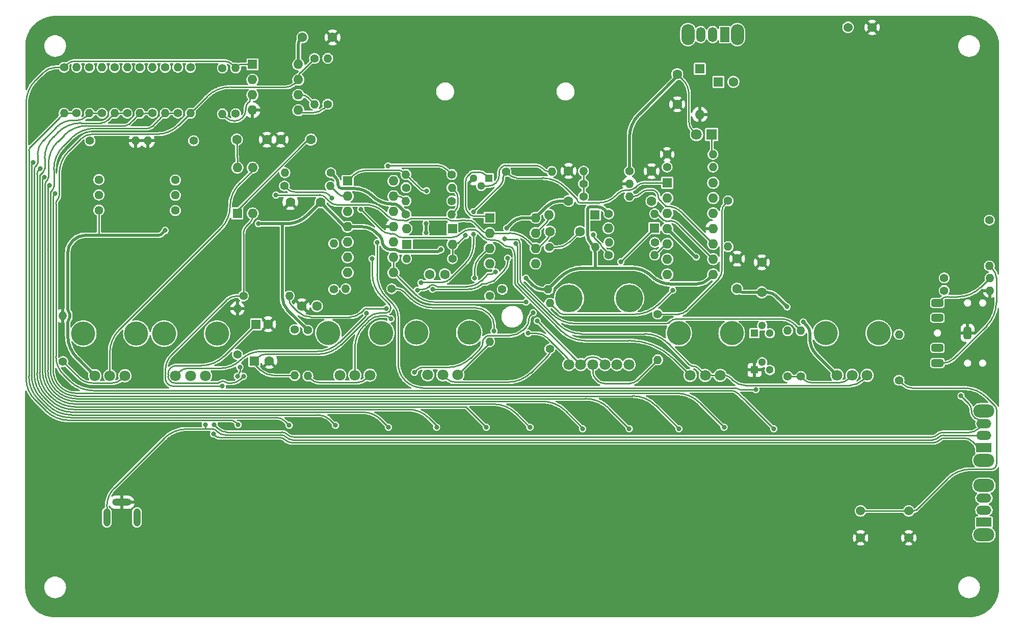
<source format=gbr>
%TF.GenerationSoftware,KiCad,Pcbnew,(6.0.0-0)*%
%TF.CreationDate,2022-12-08T16:32:42+01:00*%
%TF.ProjectId,drone_o_tron_1_0Rev1_rounded_edges,64726f6e-655f-46f5-9f74-726f6e5f315f,rev?*%
%TF.SameCoordinates,Original*%
%TF.FileFunction,Copper,L2,Bot*%
%TF.FilePolarity,Positive*%
%FSLAX46Y46*%
G04 Gerber Fmt 4.6, Leading zero omitted, Abs format (unit mm)*
G04 Created by KiCad (PCBNEW (6.0.0-0)) date 2022-12-08 16:32:42*
%MOMM*%
%LPD*%
G01*
G04 APERTURE LIST*
G04 Aperture macros list*
%AMRoundRect*
0 Rectangle with rounded corners*
0 $1 Rounding radius*
0 $2 $3 $4 $5 $6 $7 $8 $9 X,Y pos of 4 corners*
0 Add a 4 corners polygon primitive as box body*
4,1,4,$2,$3,$4,$5,$6,$7,$8,$9,$2,$3,0*
0 Add four circle primitives for the rounded corners*
1,1,$1+$1,$2,$3*
1,1,$1+$1,$4,$5*
1,1,$1+$1,$6,$7*
1,1,$1+$1,$8,$9*
0 Add four rect primitives between the rounded corners*
20,1,$1+$1,$2,$3,$4,$5,0*
20,1,$1+$1,$4,$5,$6,$7,0*
20,1,$1+$1,$6,$7,$8,$9,0*
20,1,$1+$1,$8,$9,$2,$3,0*%
G04 Aperture macros list end*
%TA.AperFunction,ComponentPad*%
%ADD10C,1.400000*%
%TD*%
%TA.AperFunction,ComponentPad*%
%ADD11O,1.400000X1.400000*%
%TD*%
%TA.AperFunction,ComponentPad*%
%ADD12C,1.600000*%
%TD*%
%TA.AperFunction,ComponentPad*%
%ADD13O,3.500000X2.200000*%
%TD*%
%TA.AperFunction,ComponentPad*%
%ADD14R,2.500000X1.500000*%
%TD*%
%TA.AperFunction,ComponentPad*%
%ADD15O,2.500000X1.500000*%
%TD*%
%TA.AperFunction,WasherPad*%
%ADD16C,4.000000*%
%TD*%
%TA.AperFunction,ComponentPad*%
%ADD17C,1.800000*%
%TD*%
%TA.AperFunction,ComponentPad*%
%ADD18R,1.600000X1.600000*%
%TD*%
%TA.AperFunction,ComponentPad*%
%ADD19RoundRect,0.325000X0.675000X0.325000X-0.675000X0.325000X-0.675000X-0.325000X0.675000X-0.325000X0*%
%TD*%
%TA.AperFunction,ComponentPad*%
%ADD20RoundRect,0.325000X-0.325000X0.675000X-0.325000X-0.675000X0.325000X-0.675000X0.325000X0.675000X0*%
%TD*%
%TA.AperFunction,WasherPad*%
%ADD21C,4.600000*%
%TD*%
%TA.AperFunction,ComponentPad*%
%ADD22O,1.600000X1.600000*%
%TD*%
%TA.AperFunction,ComponentPad*%
%ADD23C,1.524000*%
%TD*%
%TA.AperFunction,ComponentPad*%
%ADD24R,1.300000X1.300000*%
%TD*%
%TA.AperFunction,ComponentPad*%
%ADD25C,1.300000*%
%TD*%
%TA.AperFunction,ComponentPad*%
%ADD26O,1.200000X3.000000*%
%TD*%
%TA.AperFunction,ComponentPad*%
%ADD27O,3.200000X1.200000*%
%TD*%
%TA.AperFunction,ComponentPad*%
%ADD28O,2.200000X3.500000*%
%TD*%
%TA.AperFunction,ComponentPad*%
%ADD29R,1.500000X2.500000*%
%TD*%
%TA.AperFunction,ComponentPad*%
%ADD30O,1.500000X2.500000*%
%TD*%
%TA.AperFunction,ComponentPad*%
%ADD31C,1.440000*%
%TD*%
%TA.AperFunction,ComponentPad*%
%ADD32R,1.800000X1.800000*%
%TD*%
%TA.AperFunction,ViaPad*%
%ADD33C,0.800000*%
%TD*%
%TA.AperFunction,Conductor*%
%ADD34C,0.500000*%
%TD*%
%TA.AperFunction,Conductor*%
%ADD35C,0.250000*%
%TD*%
G04 APERTURE END LIST*
D10*
%TO.P,R320,1*%
%TO.N,Net-(R320-Pad1)*%
X35400000Y-56400000D03*
D11*
%TO.P,R320,2*%
%TO.N,GND*%
X35400000Y-48780000D03*
%TD*%
D10*
%TO.P,R307,1*%
%TO.N,Net-(R307-Pad1)*%
X50400000Y-14810000D03*
D11*
%TO.P,R307,2*%
%TO.N,Net-(R307-Pad2)*%
X50400000Y-7190000D03*
%TD*%
D10*
%TO.P,R204,1*%
%TO.N,Net-(C205-Pad1)*%
X97083377Y-39891158D03*
D11*
%TO.P,R204,2*%
%TO.N,Net-(R204-Pad2)*%
X104703377Y-39891158D03*
%TD*%
D12*
%TO.P,C401,1*%
%TO.N,+1V5*%
X118400000Y-45500000D03*
%TO.P,C401,2*%
%TO.N,GND*%
X118400000Y-40500000D03*
%TD*%
D13*
%TO.P,SW302,*%
%TO.N,*%
X159400000Y-74000000D03*
X159400000Y-65800000D03*
D14*
%TO.P,SW302,1,A*%
%TO.N,Net-(R320-Pad1)*%
X159400000Y-71900000D03*
D15*
%TO.P,SW302,2,B*%
%TO.N,CV_pitch*%
X159400000Y-69900000D03*
%TO.P,SW302,3,C*%
%TO.N,Net-(C306-Pad1)*%
X159400000Y-67900000D03*
%TD*%
D10*
%TO.P,R402,1*%
%TO.N,Net-(R401-Pad2)*%
X92883377Y-28041158D03*
D11*
%TO.P,R402,2*%
%TO.N,GND*%
X100503377Y-28041158D03*
%TD*%
D10*
%TO.P,R605,1*%
%TO.N,+1V5*%
X63390000Y-33100000D03*
D11*
%TO.P,R605,2*%
%TO.N,Net-(D601-Pad2)*%
X71010000Y-33100000D03*
%TD*%
D10*
%TO.P,R205,1*%
%TO.N,U_triangle*%
X104733377Y-37791158D03*
D11*
%TO.P,R205,2*%
%TO.N,Net-(R205-Pad2)*%
X97113377Y-37791158D03*
%TD*%
D13*
%TO.P,SW701,*%
%TO.N,*%
X159400000Y-78200000D03*
X159400000Y-86400000D03*
D14*
%TO.P,SW701,1,A*%
%TO.N,unconnected-(SW701-Pad1)*%
X159400000Y-84300000D03*
D15*
%TO.P,SW701,2,B*%
%TO.N,Net-(C702-Pad2)*%
X159400000Y-82300000D03*
%TO.P,SW701,3,C*%
%TO.N,Net-(LS701-Pad1)*%
X159400000Y-80300000D03*
%TD*%
D10*
%TO.P,R401,1*%
%TO.N,+3V0*%
X100510000Y-25941158D03*
D11*
%TO.P,R401,2*%
%TO.N,Net-(R401-Pad2)*%
X92890000Y-25941158D03*
%TD*%
D10*
%TO.P,R331,1*%
%TO.N,Net-(R331-Pad1)*%
X10900000Y-20900000D03*
D11*
%TO.P,R331,2*%
%TO.N,GND*%
X18520000Y-20900000D03*
%TD*%
D10*
%TO.P,R606,1*%
%TO.N,Net-(C601-Pad1)*%
X51400000Y-45610000D03*
D11*
%TO.P,R606,2*%
%TO.N,Net-(R606-Pad2)*%
X51400000Y-37990000D03*
%TD*%
D10*
%TO.P,R709,1*%
%TO.N,Net-(R704-Pad1)*%
X126800000Y-60100000D03*
D11*
%TO.P,R709,2*%
%TO.N,+1V5*%
X126800000Y-52480000D03*
%TD*%
D10*
%TO.P,R206,1*%
%TO.N,Net-(R206-Pad1)*%
X6400000Y-57610000D03*
D11*
%TO.P,R206,2*%
%TO.N,GND*%
X6400000Y-49990000D03*
%TD*%
D16*
%TO.P,RV801,*%
%TO.N,*%
X18600000Y-52950000D03*
X9800000Y-52950000D03*
D17*
%TO.P,RV801,1,1*%
%TO.N,Net-(R206-Pad1)*%
X16700000Y-59950000D03*
%TO.P,RV801,2,2*%
%TO.N,Net-(RV801-Pad2)*%
X14200000Y-59950000D03*
%TO.P,RV801,3,3*%
%TO.N,+3V0*%
X11700000Y-59950000D03*
%TD*%
D18*
%TO.P,C702,1*%
%TO.N,Net-(C702-Pad1)*%
X115283377Y-11101158D03*
D12*
%TO.P,C702,2*%
%TO.N,Net-(C702-Pad2)*%
X117783377Y-11101158D03*
%TD*%
D10*
%TO.P,R304,1*%
%TO.N,Net-(R304-Pad1)*%
X35100000Y-16400000D03*
D11*
%TO.P,R304,2*%
%TO.N,Net-(R304-Pad2)*%
X35100000Y-8780000D03*
%TD*%
D10*
%TO.P,R308,1*%
%TO.N,Net-(R304-Pad2)*%
X6600000Y-8690000D03*
D11*
%TO.P,R308,2*%
%TO.N,Net-(R308-Pad2)*%
X6600000Y-16310000D03*
%TD*%
D19*
%TO.P,J701,R*%
%TO.N,Net-(J701-PadR)*%
X151685534Y-47835534D03*
%TO.P,J701,RN*%
%TO.N,unconnected-(J701-PadRN)*%
X151685534Y-50335534D03*
D20*
%TO.P,J701,S*%
%TO.N,GND*%
X156685534Y-52835534D03*
D19*
%TO.P,J701,T*%
%TO.N,Net-(J701-PadT)*%
X151685534Y-57835534D03*
%TO.P,J701,TN*%
%TO.N,unconnected-(J701-PadTN)*%
X151685534Y-55335534D03*
%TD*%
D10*
%TO.P,R704,1*%
%TO.N,Net-(R704-Pad1)*%
X129000000Y-60100000D03*
D11*
%TO.P,R704,2*%
%TO.N,Net-(R704-Pad2)*%
X129000000Y-52480000D03*
%TD*%
D21*
%TO.P,RV601,*%
%TO.N,*%
X90483377Y-47091158D03*
X100483377Y-47091158D03*
D17*
%TO.P,RV601,1,1*%
%TO.N,Net-(R601-Pad2)*%
X94433377Y-58091158D03*
%TO.P,RV601,2,2*%
%TO.N,Net-(C602-Pad2)*%
X96433377Y-58091158D03*
%TO.P,RV601,3,3*%
%TO.N,unconnected-(RV601-Pad3)*%
X98433377Y-58091158D03*
%TO.P,RV601,4,4*%
%TO.N,Net-(C602-Pad2)*%
X92433377Y-58091158D03*
%TO.P,RV601,5,5*%
%TO.N,Net-(R602-Pad1)*%
X90433377Y-58091158D03*
%TO.P,RV601,6,6*%
%TO.N,unconnected-(RV601-Pad6)*%
X100433377Y-58091158D03*
%TD*%
D10*
%TO.P,R302,1*%
%TO.N,CV_pitch*%
X36390000Y-46700000D03*
D11*
%TO.P,R302,2*%
%TO.N,Net-(R302-Pad2)*%
X44010000Y-46700000D03*
%TD*%
D10*
%TO.P,R602,1*%
%TO.N,Net-(R602-Pad1)*%
X61020000Y-45500000D03*
D11*
%TO.P,R602,2*%
%TO.N,Net-(C601-Pad1)*%
X53400000Y-45500000D03*
%TD*%
D10*
%TO.P,R601,1*%
%TO.N,U_vco*%
X105200000Y-49700000D03*
D11*
%TO.P,R601,2*%
%TO.N,Net-(R601-Pad2)*%
X105200000Y-57320000D03*
%TD*%
D18*
%TO.P,U1,1*%
%TO.N,Gate_VCO*%
X106800000Y-27875000D03*
D22*
%TO.P,U1,2,-*%
%TO.N,Net-(R303-Pad2)*%
X106800000Y-30415000D03*
%TO.P,U1,3,+*%
%TO.N,Net-(R302-Pad2)*%
X106800000Y-32955000D03*
%TO.P,U1,4,V+*%
%TO.N,+3V0*%
X106800000Y-35495000D03*
%TO.P,U1,5,+*%
%TO.N,Net-(R204-Pad2)*%
X106800000Y-38035000D03*
%TO.P,U1,6,-*%
%TO.N,Net-(R205-Pad2)*%
X106800000Y-40575000D03*
%TO.P,U1,7*%
%TO.N,U_triangle*%
X106800000Y-43115000D03*
%TO.P,U1,8*%
%TO.N,+1V5*%
X114420000Y-43115000D03*
%TO.P,U1,9,-*%
%TO.N,Net-(R404-Pad2)*%
X114420000Y-40575000D03*
%TO.P,U1,10,+*%
%TO.N,Net-(R403-Pad2)*%
X114420000Y-38035000D03*
%TO.P,U1,11,V-*%
%TO.N,GND*%
X114420000Y-35495000D03*
%TO.P,U1,12,+*%
%TO.N,Net-(R503-Pad2)*%
X114420000Y-32955000D03*
%TO.P,U1,13,-*%
%TO.N,Net-(R504-Pad2)*%
X114420000Y-30415000D03*
%TO.P,U1,14*%
%TO.N,U_vco*%
X114420000Y-27875000D03*
%TD*%
D12*
%TO.P,C302,1*%
%TO.N,+3V0*%
X46200000Y-3700000D03*
%TO.P,C302,2*%
%TO.N,GND*%
X51200000Y-3700000D03*
%TD*%
D23*
%TO.P,LS701,1,1*%
%TO.N,Net-(LS701-Pad1)*%
X136835534Y-2035534D03*
%TO.P,LS701,2,2*%
%TO.N,GND*%
X140835534Y-2035534D03*
%TD*%
D10*
%TO.P,R317,1*%
%TO.N,Net-(R316-Pad2)*%
X25500000Y-16300000D03*
D11*
%TO.P,R317,2*%
%TO.N,Net-(R317-Pad2)*%
X25500000Y-8680000D03*
%TD*%
D24*
%TO.P,Q201,1,C*%
%TO.N,Net-(Q201-Pad1)*%
X77170000Y-27130000D03*
D25*
%TO.P,Q201,2,B*%
%TO.N,Net-(Q201-Pad2)*%
X75900000Y-28400000D03*
%TO.P,Q201,3,E*%
%TO.N,GND*%
X74630000Y-27130000D03*
%TD*%
D12*
%TO.P,C604,1*%
%TO.N,+3V0*%
X49200000Y-31100000D03*
%TO.P,C604,2*%
%TO.N,GND*%
X44200000Y-31100000D03*
%TD*%
D10*
%TO.P,R604,1*%
%TO.N,Net-(D601-Pad2)*%
X71110000Y-40500000D03*
D11*
%TO.P,R604,2*%
%TO.N,Net-(C602-Pad1)*%
X63490000Y-40500000D03*
%TD*%
D10*
%TO.P,R504,1*%
%TO.N,U_vco*%
X116900000Y-30890000D03*
D11*
%TO.P,R504,2*%
%TO.N,Net-(R504-Pad2)*%
X116900000Y-38510000D03*
%TD*%
D12*
%TO.P,C601,1*%
%TO.N,Net-(C601-Pad1)*%
X48600000Y-48400000D03*
%TO.P,C601,2*%
%TO.N,GND*%
X46100000Y-48400000D03*
%TD*%
D10*
%TO.P,R703,1*%
%TO.N,Net-(C702-Pad2)*%
X160300000Y-34080000D03*
D11*
%TO.P,R703,2*%
%TO.N,Net-(J701-PadT)*%
X160300000Y-41700000D03*
%TD*%
D10*
%TO.P,R315,1*%
%TO.N,Net-(R314-Pad2)*%
X21300000Y-16300000D03*
D11*
%TO.P,R315,2*%
%TO.N,Net-(R315-Pad2)*%
X21300000Y-8680000D03*
%TD*%
D10*
%TO.P,R403,1*%
%TO.N,Net-(R401-Pad2)*%
X92883377Y-30141158D03*
D11*
%TO.P,R403,2*%
%TO.N,Net-(R403-Pad2)*%
X100503377Y-30141158D03*
%TD*%
D12*
%TO.P,C303,1*%
%TO.N,+3V0*%
X104183377Y-30941158D03*
%TO.P,C303,2*%
%TO.N,GND*%
X104183377Y-25941158D03*
%TD*%
D18*
%TO.P,D201,1,K*%
%TO.N,Net-(D201-Pad1)*%
X104633377Y-35441158D03*
D22*
%TO.P,D201,2,A*%
%TO.N,cap_switch*%
X97013377Y-35441158D03*
%TD*%
D26*
%TO.P,J301,R*%
%TO.N,unconnected-(J301-PadR)*%
X18700000Y-83500000D03*
D27*
%TO.P,J301,S*%
%TO.N,GND*%
X16200000Y-81000000D03*
D26*
%TO.P,J301,T*%
%TO.N,CV_pitch*%
X13700000Y-83500000D03*
%TD*%
D10*
%TO.P,R502,1*%
%TO.N,Net-(R501-Pad2)*%
X79390000Y-45600000D03*
D11*
%TO.P,R502,2*%
%TO.N,+1V5*%
X87010000Y-45600000D03*
%TD*%
D10*
%TO.P,R314,1*%
%TO.N,Net-(R313-Pad2)*%
X19200000Y-8700000D03*
D11*
%TO.P,R314,2*%
%TO.N,Net-(R314-Pad2)*%
X19200000Y-16320000D03*
%TD*%
D12*
%TO.P,C204,1*%
%TO.N,GND*%
X90400000Y-25900000D03*
%TO.P,C204,2*%
%TO.N,+3V0*%
X90400000Y-30900000D03*
%TD*%
D10*
%TO.P,R312,1*%
%TO.N,Net-(R311-Pad2)*%
X15000000Y-8700000D03*
D11*
%TO.P,R312,2*%
%TO.N,Net-(R312-Pad2)*%
X15000000Y-16320000D03*
%TD*%
D10*
%TO.P,R321,1*%
%TO.N,Net-(R321-Pad1)*%
X145300000Y-60710000D03*
D11*
%TO.P,R321,2*%
%TO.N,Net-(C306-Pad1)*%
X145300000Y-53090000D03*
%TD*%
D10*
%TO.P,R404,1*%
%TO.N,+1V5*%
X97083377Y-33041158D03*
D11*
%TO.P,R404,2*%
%TO.N,Net-(R404-Pad2)*%
X104703377Y-33041158D03*
%TD*%
D24*
%TO.P,Q701,1,C*%
%TO.N,+3V0*%
X121300000Y-52900000D03*
D25*
%TO.P,Q701,2,B*%
%TO.N,Net-(Q701-Pad2)*%
X122570000Y-51630000D03*
%TO.P,Q701,3,E*%
%TO.N,Net-(C702-Pad1)*%
X123840000Y-52900000D03*
%TD*%
D18*
%TO.P,U2,1*%
%TO.N,to_output*%
X53700000Y-27575000D03*
D22*
%TO.P,U2,2,-*%
%TO.N,Net-(R607-Pad2)*%
X53700000Y-30115000D03*
%TO.P,U2,3,+*%
%TO.N,Net-(R606-Pad2)*%
X53700000Y-32655000D03*
%TO.P,U2,4,V+*%
%TO.N,+3V0*%
X53700000Y-35195000D03*
%TO.P,U2,5,+*%
%TO.N,Net-(R608-Pad1)*%
X53700000Y-37735000D03*
%TO.P,U2,6,-*%
%TO.N,Net-(R609-Pad1)*%
X53700000Y-40275000D03*
%TO.P,U2,7*%
%TO.N,Net-(C602-Pad1)*%
X53700000Y-42815000D03*
%TO.P,U2,8*%
%TO.N,U_pitch*%
X61320000Y-42815000D03*
%TO.P,U2,9,-*%
X61320000Y-40275000D03*
%TO.P,U2,10,+*%
%TO.N,Net-(C305-Pad1)*%
X61320000Y-37735000D03*
%TO.P,U2,11,V-*%
%TO.N,GND*%
X61320000Y-35195000D03*
%TO.P,U2,12,+*%
%TO.N,Net-(R704-Pad2)*%
X61320000Y-32655000D03*
%TO.P,U2,13,-*%
%TO.N,Net-(R705-Pad2)*%
X61320000Y-30115000D03*
%TO.P,U2,14*%
%TO.N,Net-(Q701-Pad2)*%
X61320000Y-27575000D03*
%TD*%
D12*
%TO.P,C203,1*%
%TO.N,GND*%
X40300000Y-20700000D03*
%TO.P,C203,2*%
%TO.N,cap_switch*%
X35300000Y-20700000D03*
%TD*%
D10*
%TO.P,R203,1*%
%TO.N,Net-(C205-Pad1)*%
X87190000Y-38591158D03*
D11*
%TO.P,R203,2*%
%TO.N,+1V5*%
X94810000Y-38591158D03*
%TD*%
D24*
%TO.P,Q702,1,C*%
%TO.N,GND*%
X121300000Y-59000000D03*
D25*
%TO.P,Q702,2,B*%
%TO.N,Net-(Q701-Pad2)*%
X122570000Y-57730000D03*
%TO.P,Q702,3,E*%
%TO.N,Net-(C702-Pad1)*%
X123840000Y-59000000D03*
%TD*%
D12*
%TO.P,C402,1*%
%TO.N,+1V5*%
X122500000Y-46100000D03*
%TO.P,C402,2*%
%TO.N,GND*%
X122500000Y-41100000D03*
%TD*%
D10*
%TO.P,R608,1*%
%TO.N,Net-(R608-Pad1)*%
X71010000Y-26500000D03*
D11*
%TO.P,R608,2*%
%TO.N,to_output*%
X63390000Y-26500000D03*
%TD*%
D10*
%TO.P,R705,1*%
%TO.N,Net-(C702-Pad1)*%
X71000000Y-30900000D03*
D11*
%TO.P,R705,2*%
%TO.N,Net-(R705-Pad2)*%
X63380000Y-30900000D03*
%TD*%
D18*
%TO.P,D202,1,K*%
%TO.N,cap_switch*%
X94800000Y-33191158D03*
D22*
%TO.P,D202,2,A*%
%TO.N,Net-(D202-Pad2)*%
X87180000Y-33191158D03*
%TD*%
D28*
%TO.P,SW101,*%
%TO.N,*%
X118435534Y-3235534D03*
X110235534Y-3235534D03*
D29*
%TO.P,SW101,1,A*%
%TO.N,Net-(BT101-Pad1)*%
X116335534Y-3235534D03*
D30*
%TO.P,SW101,2,B*%
%TO.N,+3V0*%
X114335534Y-3235534D03*
%TO.P,SW101,3,C*%
%TO.N,unconnected-(SW101-Pad3)*%
X112335534Y-3235534D03*
%TD*%
D10*
%TO.P,R503,1*%
%TO.N,Net-(R503-Pad1)*%
X87300000Y-55500000D03*
D11*
%TO.P,R503,2*%
%TO.N,Net-(R503-Pad2)*%
X87300000Y-47880000D03*
%TD*%
D12*
%TO.P,C602,1*%
%TO.N,Net-(C602-Pad1)*%
X67350000Y-43100000D03*
%TO.P,C602,2*%
%TO.N,Net-(C602-Pad2)*%
X69850000Y-43100000D03*
%TD*%
D18*
%TO.P,U201,1,GND*%
%TO.N,Net-(Q201-Pad1)*%
X77283377Y-33691158D03*
D22*
%TO.P,U201,2,TR*%
%TO.N,cap_switch*%
X77283377Y-36231158D03*
%TO.P,U201,3,Q*%
%TO.N,U_rectangle*%
X77283377Y-38771158D03*
%TO.P,U201,4,R*%
%TO.N,+3V0*%
X77283377Y-41311158D03*
%TO.P,U201,5,CV*%
%TO.N,U_pitch*%
X84903377Y-41311158D03*
%TO.P,U201,6,THR*%
%TO.N,cap_switch*%
X84903377Y-38771158D03*
%TO.P,U201,7,DIS*%
%TO.N,Net-(D202-Pad2)*%
X84903377Y-36231158D03*
%TO.P,U201,8,VCC*%
%TO.N,+3V0*%
X84903377Y-33691158D03*
%TD*%
D12*
%TO.P,C801,1*%
%TO.N,Net-(C801-Pad1)*%
X47600000Y-20700000D03*
%TO.P,C801,2*%
%TO.N,GND*%
X42600000Y-20700000D03*
%TD*%
%TO.P,C205,1*%
%TO.N,Net-(C205-Pad1)*%
X92283377Y-35991158D03*
%TO.P,C205,2*%
%TO.N,cap_switch*%
X87283377Y-35991158D03*
%TD*%
D10*
%TO.P,R319,1*%
%TO.N,Net-(R319-Pad1)*%
X44900000Y-52300000D03*
D11*
%TO.P,R319,2*%
%TO.N,Net-(C305-Pad1)*%
X44900000Y-59920000D03*
%TD*%
D18*
%TO.P,D601,1,K*%
%TO.N,Net-(C602-Pad1)*%
X63520000Y-38100000D03*
D22*
%TO.P,D601,2,A*%
%TO.N,Net-(D601-Pad2)*%
X71140000Y-38100000D03*
%TD*%
D10*
%TO.P,R101,1*%
%TO.N,GND*%
X106773377Y-23151158D03*
D11*
%TO.P,R101,2*%
%TO.N,Net-(D102-Pad1)*%
X114393377Y-23151158D03*
%TD*%
D10*
%TO.P,R202,1*%
%TO.N,+3V0*%
X47100000Y-52390000D03*
D11*
%TO.P,R202,2*%
%TO.N,Net-(R202-Pad2)*%
X47100000Y-60010000D03*
%TD*%
D18*
%TO.P,U3,1*%
%TO.N,Net-(R304-Pad2)*%
X37900000Y-8200000D03*
D22*
%TO.P,U3,2,-*%
%TO.N,Net-(R304-Pad1)*%
X37900000Y-10740000D03*
%TO.P,U3,3,+*%
%TO.N,Net-(R306-Pad2)*%
X37900000Y-13280000D03*
%TO.P,U3,4,V-*%
%TO.N,GND*%
X37900000Y-15820000D03*
%TO.P,U3,5,+*%
%TO.N,Net-(R307-Pad1)*%
X45520000Y-15820000D03*
%TO.P,U3,6,-*%
%TO.N,Net-(R305-Pad2)*%
X45520000Y-13280000D03*
%TO.P,U3,7*%
%TO.N,Net-(R305-Pad1)*%
X45520000Y-10740000D03*
%TO.P,U3,8,V+*%
%TO.N,+3V0*%
X45520000Y-8200000D03*
%TD*%
D16*
%TO.P,RV701,*%
%TO.N,*%
X133100000Y-52885534D03*
X141900000Y-52885534D03*
D17*
%TO.P,RV701,1,1*%
%TO.N,to_output*%
X140000000Y-59885534D03*
%TO.P,RV701,2,2*%
%TO.N,Net-(R704-Pad1)*%
X137500000Y-59885534D03*
%TO.P,RV701,3,3*%
%TO.N,+1V5*%
X135000000Y-59885534D03*
%TD*%
D18*
%TO.P,D101,1,K*%
%TO.N,+3V0*%
X112213377Y-8911158D03*
D22*
%TO.P,D101,2,A*%
%TO.N,GND*%
X112213377Y-16531158D03*
%TD*%
D10*
%TO.P,R702,1*%
%TO.N,Net-(C702-Pad2)*%
X152800000Y-43700000D03*
D11*
%TO.P,R702,2*%
%TO.N,Net-(J701-PadR)*%
X160420000Y-43700000D03*
%TD*%
D31*
%TO.P,RV301,1,1*%
%TO.N,+3V0*%
X12383377Y-32431158D03*
%TO.P,RV301,2,2*%
%TO.N,Net-(R306-Pad1)*%
X12383377Y-29891158D03*
%TO.P,RV301,3,3*%
%TO.N,Net-(R331-Pad1)*%
X12383377Y-27351158D03*
%TD*%
D16*
%TO.P,RV501,*%
%TO.N,*%
X73900000Y-52800000D03*
X65100000Y-52800000D03*
D17*
%TO.P,RV501,1,1*%
%TO.N,Net-(R501-Pad2)*%
X72000000Y-59800000D03*
%TO.P,RV501,2,2*%
%TO.N,Net-(R503-Pad1)*%
X69500000Y-59800000D03*
%TO.P,RV501,3,3*%
%TO.N,U_triangle*%
X67000000Y-59800000D03*
%TD*%
D10*
%TO.P,R603,1*%
%TO.N,+1V5*%
X50900000Y-26200000D03*
D11*
%TO.P,R603,2*%
%TO.N,Net-(R603-Pad2)*%
X43280000Y-26200000D03*
%TD*%
D10*
%TO.P,R306,1*%
%TO.N,Net-(R306-Pad1)*%
X32900000Y-8800000D03*
D11*
%TO.P,R306,2*%
%TO.N,Net-(R306-Pad2)*%
X32900000Y-16420000D03*
%TD*%
D10*
%TO.P,R310,1*%
%TO.N,Net-(R309-Pad2)*%
X10800000Y-8700000D03*
D11*
%TO.P,R310,2*%
%TO.N,Net-(R310-Pad2)*%
X10800000Y-16320000D03*
%TD*%
D10*
%TO.P,R332,1*%
%TO.N,Net-(R332-Pad1)*%
X28120000Y-20900000D03*
D11*
%TO.P,R332,2*%
%TO.N,GND*%
X20500000Y-20900000D03*
%TD*%
D10*
%TO.P,R316,1*%
%TO.N,Net-(R315-Pad2)*%
X23400000Y-8700000D03*
D11*
%TO.P,R316,2*%
%TO.N,Net-(R316-Pad2)*%
X23400000Y-16320000D03*
%TD*%
D10*
%TO.P,R309,1*%
%TO.N,Net-(R308-Pad2)*%
X8700000Y-16300000D03*
D11*
%TO.P,R309,2*%
%TO.N,Net-(R309-Pad2)*%
X8700000Y-8680000D03*
%TD*%
D16*
%TO.P,RV602,*%
%TO.N,*%
X108700000Y-52900000D03*
X117500000Y-52900000D03*
D17*
%TO.P,RV602,1,1*%
%TO.N,to_output*%
X115600000Y-59900000D03*
%TO.P,RV602,2,2*%
X113100000Y-59900000D03*
%TO.P,RV602,3,3*%
%TO.N,Net-(R603-Pad2)*%
X110600000Y-59900000D03*
%TD*%
D23*
%TO.P,SW301,1,A*%
%TO.N,GND*%
X138913377Y-86921158D03*
%TO.P,SW301,2,A*%
X146913377Y-86921158D03*
%TO.P,SW301,3,B*%
%TO.N,Net-(R321-Pad1)*%
X146913377Y-82421158D03*
%TO.P,SW301,4,B*%
X138913377Y-82421158D03*
%TD*%
D10*
%TO.P,R501,1*%
%TO.N,U_rectangle*%
X77300000Y-46690000D03*
D11*
%TO.P,R501,2*%
%TO.N,Net-(R501-Pad2)*%
X77300000Y-54310000D03*
%TD*%
D10*
%TO.P,R318,1*%
%TO.N,Net-(R317-Pad2)*%
X27600000Y-8700000D03*
D11*
%TO.P,R318,2*%
%TO.N,Net-(R305-Pad1)*%
X27600000Y-16320000D03*
%TD*%
D16*
%TO.P,RV303,*%
%TO.N,*%
X23200000Y-52950000D03*
X32000000Y-52950000D03*
D17*
%TO.P,RV303,1,1*%
%TO.N,Net-(R319-Pad1)*%
X30100000Y-59950000D03*
%TO.P,RV303,2,2*%
X27600000Y-59950000D03*
%TO.P,RV303,3,3*%
%TO.N,Gate_VCO*%
X25100000Y-59950000D03*
%TD*%
D32*
%TO.P,D102,1,K*%
%TO.N,Net-(D102-Pad1)*%
X114193377Y-19861158D03*
D17*
%TO.P,D102,2,A*%
%TO.N,+3V0*%
X111653377Y-19861158D03*
%TD*%
D18*
%TO.P,D602,1,K*%
%TO.N,Net-(D601-Pad2)*%
X71110000Y-35500000D03*
D22*
%TO.P,D602,2,A*%
%TO.N,Net-(C602-Pad1)*%
X63490000Y-35500000D03*
%TD*%
D10*
%TO.P,R609,1*%
%TO.N,Net-(R609-Pad1)*%
X63400000Y-28700000D03*
D11*
%TO.P,R609,2*%
%TO.N,Net-(D601-Pad2)*%
X71020000Y-28700000D03*
%TD*%
D10*
%TO.P,R313,1*%
%TO.N,Net-(R312-Pad2)*%
X17100000Y-16310000D03*
D11*
%TO.P,R313,2*%
%TO.N,Net-(R313-Pad2)*%
X17100000Y-8690000D03*
%TD*%
D31*
%TO.P,RV302,1,1*%
%TO.N,Net-(R332-Pad1)*%
X25083377Y-32491158D03*
%TO.P,RV302,2,2*%
%TO.N,Net-(R307-Pad2)*%
X25083377Y-29951158D03*
%TO.P,RV302,3,3*%
%TO.N,+3V0*%
X25083377Y-27411158D03*
%TD*%
D16*
%TO.P,RV201,*%
%TO.N,*%
X50500000Y-52850000D03*
X59300000Y-52850000D03*
D17*
%TO.P,RV201,1,1*%
%TO.N,Net-(R202-Pad2)*%
X57400000Y-59850000D03*
%TO.P,RV201,2,2*%
%TO.N,Net-(D202-Pad2)*%
X54900000Y-59850000D03*
%TO.P,RV201,3,3*%
%TO.N,Net-(D201-Pad1)*%
X52400000Y-59850000D03*
%TD*%
D18*
%TO.P,C305,1*%
%TO.N,Net-(C305-Pad1)*%
X38200000Y-57500000D03*
D12*
%TO.P,C305,2*%
%TO.N,GND*%
X40700000Y-57500000D03*
%TD*%
D10*
%TO.P,R305,1*%
%TO.N,Net-(R305-Pad1)*%
X48200000Y-7200000D03*
D11*
%TO.P,R305,2*%
%TO.N,Net-(R305-Pad2)*%
X48200000Y-14820000D03*
%TD*%
D18*
%TO.P,SW801,1*%
%TO.N,Net-(C801-Pad1)*%
X35383377Y-32991158D03*
D22*
%TO.P,SW801,2*%
%TO.N,CV_pitch*%
X37923377Y-32991158D03*
%TO.P,SW801,3*%
%TO.N,Net-(RV801-Pad2)*%
X37923377Y-25371158D03*
%TO.P,SW801,4*%
%TO.N,cap_switch*%
X35383377Y-25371158D03*
%TD*%
D10*
%TO.P,R311,1*%
%TO.N,Net-(R310-Pad2)*%
X12900000Y-16320000D03*
D11*
%TO.P,R311,2*%
%TO.N,Net-(R311-Pad2)*%
X12900000Y-8700000D03*
%TD*%
D18*
%TO.P,C306,1*%
%TO.N,Net-(C306-Pad1)*%
X38500000Y-51400000D03*
D12*
%TO.P,C306,2*%
%TO.N,GND*%
X40500000Y-51400000D03*
%TD*%
D10*
%TO.P,R303,1*%
%TO.N,Gate_VCO*%
X106773377Y-25261158D03*
D11*
%TO.P,R303,2*%
%TO.N,Net-(R303-Pad2)*%
X114393377Y-25261158D03*
%TD*%
D10*
%TO.P,R201,1*%
%TO.N,Gate_VCO*%
X80000000Y-26000000D03*
D11*
%TO.P,R201,2*%
%TO.N,Net-(Q201-Pad2)*%
X87620000Y-26000000D03*
%TD*%
D12*
%TO.P,C101,1*%
%TO.N,+3V0*%
X108453377Y-9831158D03*
%TO.P,C101,2*%
%TO.N,GND*%
X108453377Y-14831158D03*
%TD*%
D10*
%TO.P,R701,1*%
%TO.N,Net-(C702-Pad2)*%
X152800000Y-45800000D03*
D11*
%TO.P,R701,2*%
%TO.N,GND*%
X160420000Y-45800000D03*
%TD*%
D10*
%TO.P,R607,1*%
%TO.N,Net-(R603-Pad2)*%
X43200000Y-28400000D03*
D11*
%TO.P,R607,2*%
%TO.N,Net-(R607-Pad2)*%
X50820000Y-28400000D03*
%TD*%
D33*
%TO.N,+3V0*%
X23400000Y-35800000D03*
X38883377Y-34691158D03*
X69200000Y-39000000D03*
X111600000Y-40200000D03*
X80100000Y-35400000D03*
%TO.N,GND*%
X100153377Y-31621158D03*
X109343377Y-18981158D03*
X75100000Y-10100000D03*
X139500000Y-13200000D03*
X80437701Y-39237701D03*
X77700000Y-49100000D03*
X147200000Y-58000000D03*
X55500000Y-34000000D03*
X64900000Y-36200000D03*
X148200000Y-23500000D03*
X111200000Y-45900000D03*
X6353377Y-60861158D03*
X109343377Y-17991158D03*
X64700000Y-43000000D03*
X59400000Y-39800000D03*
X75800000Y-41300000D03*
X83100000Y-14100000D03*
X83100000Y-10100000D03*
X82400000Y-55000000D03*
X53400000Y-51300000D03*
X138100000Y-55400000D03*
X72900000Y-34800000D03*
X145400000Y-32100000D03*
X79200000Y-34400000D03*
X149700000Y-56400000D03*
X90263377Y-35571158D03*
X58900000Y-28500000D03*
X154900000Y-48600000D03*
X75100000Y-14100000D03*
X68600000Y-37800000D03*
X88000000Y-59300000D03*
X83300000Y-26200000D03*
X82883377Y-34991158D03*
X15300000Y-43600000D03*
X103573377Y-50461158D03*
X109900000Y-41300000D03*
X102323377Y-39841158D03*
X55600000Y-30200000D03*
X113800000Y-47600000D03*
X110800000Y-55500000D03*
X104743377Y-54231158D03*
X72600000Y-33100000D03*
X72800000Y-40300000D03*
X24500000Y-48900000D03*
X12600000Y-38500000D03*
X79200000Y-51900000D03*
X68500000Y-34600000D03*
X105600000Y-46500000D03*
X22800000Y-48900000D03*
X94183377Y-52091158D03*
X69500000Y-53700000D03*
X33953377Y-57541158D03*
X62500000Y-41600000D03*
X131100000Y-24100000D03*
X79100000Y-14100000D03*
X87313377Y-40771158D03*
X89700000Y-33000000D03*
X80723377Y-44401158D03*
X72400000Y-43600000D03*
X86600000Y-28100000D03*
X108900000Y-33700000D03*
X32200000Y-32000000D03*
X80600000Y-46600000D03*
X84073377Y-48491158D03*
X73400000Y-38300000D03*
X109363377Y-16931158D03*
X97000000Y-55500000D03*
X34100000Y-60200000D03*
X111700000Y-43600000D03*
X134900000Y-31900000D03*
X79100000Y-10100000D03*
X77500000Y-45100000D03*
%TO.N,Net-(C205-Pad1)*%
X94483377Y-36491158D03*
%TO.N,cap_switch*%
X41800000Y-29900000D03*
%TO.N,Net-(C305-Pad1)*%
X57800000Y-40500000D03*
%TO.N,+1V5*%
X66700000Y-34700000D03*
X129400000Y-51035503D03*
X66700000Y-36224500D03*
X126700000Y-48500000D03*
X83348017Y-43751983D03*
%TO.N,Net-(C602-Pad2)*%
X85183377Y-50841158D03*
%TO.N,Net-(C306-Pad1)*%
X36389198Y-60028665D03*
X155593245Y-63306755D03*
X31528731Y-68089533D03*
%TO.N,Net-(D601-Pad2)*%
X73300000Y-36640011D03*
%TO.N,Net-(D201-Pad1)*%
X64800000Y-59400000D03*
X84500000Y-49500000D03*
X99083377Y-40991158D03*
%TO.N,Net-(D202-Pad2)*%
X67800000Y-45573040D03*
X60900000Y-50500000D03*
X80287701Y-40412299D03*
%TO.N,CV_pitch*%
X32883377Y-61691158D03*
X30079720Y-68089533D03*
%TO.N,Gate_VCO*%
X74600000Y-36400000D03*
X65900000Y-44500000D03*
X74600000Y-32675500D03*
X56837701Y-49537701D03*
%TO.N,U_pitch*%
X83324500Y-47717416D03*
%TO.N,Net-(R302-Pad2)*%
X78283377Y-42687701D03*
X60123126Y-48775500D03*
X65259859Y-45730261D03*
%TO.N,Net-(R304-Pad2)*%
X35500000Y-68100000D03*
%TO.N,Net-(R308-Pad2)*%
X44000000Y-68200000D03*
%TO.N,Net-(R309-Pad2)*%
X51700000Y-68200000D03*
X1474020Y-24500000D03*
%TO.N,Net-(R310-Pad2)*%
X60478231Y-68507781D03*
%TO.N,Net-(R311-Pad2)*%
X68478231Y-68507781D03*
X2659362Y-25500000D03*
%TO.N,Net-(R312-Pad2)*%
X76728231Y-68507781D03*
%TO.N,Net-(R313-Pad2)*%
X3290337Y-26918237D03*
X83978231Y-68507781D03*
%TO.N,Net-(R314-Pad2)*%
X92728231Y-68757781D03*
%TO.N,Net-(R315-Pad2)*%
X100478231Y-68757781D03*
X4174069Y-28300049D03*
%TO.N,Net-(R316-Pad2)*%
X108728231Y-68757781D03*
%TO.N,Net-(R317-Pad2)*%
X5073109Y-29700049D03*
X116228231Y-68507781D03*
%TO.N,Net-(R305-Pad1)*%
X124478231Y-68757781D03*
%TO.N,U_rectangle*%
X74800000Y-43700000D03*
%TO.N,Net-(R503-Pad2)*%
X107683377Y-45741158D03*
%TO.N,Net-(R602-Pad1)*%
X83700000Y-52900000D03*
X78024500Y-52500000D03*
%TO.N,Net-(R603-Pad2)*%
X55900000Y-32300000D03*
X51112299Y-30387701D03*
%TO.N,Net-(R608-Pad1)*%
X60400000Y-25075500D03*
%TO.N,to_output*%
X81612299Y-37987701D03*
X66800000Y-29200000D03*
%TO.N,Net-(R704-Pad2)*%
X79800000Y-37200000D03*
%TO.N,Net-(Q701-Pad2)*%
X58600000Y-37800000D03*
X121500000Y-62284065D03*
%TO.N,Net-(R320-Pad1)*%
X35373685Y-60033380D03*
X31423078Y-69644197D03*
X35800000Y-58500000D03*
%TD*%
D34*
%TO.N,+3V0*%
X22958516Y-36241475D02*
X22956946Y-36243045D01*
X23354733Y-35845256D02*
X23354881Y-35845109D01*
X23388862Y-35811130D02*
X23388277Y-35811715D01*
X23006562Y-36193426D02*
X23006584Y-36193404D01*
X8793792Y-57043792D02*
X11700000Y-59950000D01*
X69025244Y-39174755D02*
X69200000Y-39000000D01*
X23054288Y-36145700D02*
X23048145Y-36151843D01*
X22873132Y-36326857D02*
X22870990Y-36329001D01*
X23368795Y-35831197D02*
X23374947Y-35825045D01*
X22914631Y-36285358D02*
X22910540Y-36289449D01*
X22905862Y-36294126D02*
X22907517Y-36292471D01*
X111552500Y-40200000D02*
X111600000Y-40200000D01*
X12369117Y-36599511D02*
X12380930Y-36599511D01*
X22856475Y-36343517D02*
X22854918Y-36345076D01*
X85069654Y-33524879D02*
X86738008Y-31856526D01*
X23378316Y-35821676D02*
X23378170Y-35821823D01*
X23134308Y-36065680D02*
X23133695Y-36066293D01*
X23348432Y-35851559D02*
X23346089Y-35853902D01*
X22968836Y-36231154D02*
X22965788Y-36234202D01*
X23358980Y-35841011D02*
X23357222Y-35842768D01*
X22908104Y-36291886D02*
X22907908Y-36292081D01*
X84939005Y-33655524D02*
X84936036Y-33658493D01*
X100510000Y-20368498D02*
X100510000Y-25941158D01*
X23341402Y-35858589D02*
X23339059Y-35860934D01*
X23275190Y-35924799D02*
X23261761Y-35938229D01*
X22987128Y-36212861D02*
X22990222Y-36209767D01*
X84891498Y-33703033D02*
X84888529Y-33706002D01*
X23387692Y-35812300D02*
X23387106Y-35812885D01*
X23205511Y-35994479D02*
X23202938Y-35997052D01*
X23044797Y-36155192D02*
X23044936Y-36155054D01*
X42860489Y-46896848D02*
X42860489Y-34791158D01*
X22870990Y-36329001D02*
X22866899Y-36333092D01*
X22880925Y-36319065D02*
X22880340Y-36319650D01*
X23396922Y-35803074D02*
X23396043Y-35803953D01*
X84959789Y-33634739D02*
X84956819Y-33637709D01*
X22958516Y-36241475D02*
X22960052Y-36239939D01*
X23168314Y-36031674D02*
X23164640Y-36035349D01*
X22884530Y-36315459D02*
X22882971Y-36317019D01*
X22987128Y-36212861D02*
X22980619Y-36219370D01*
X84899662Y-33694866D02*
X84895209Y-33699321D01*
X22879853Y-36320137D02*
X22879464Y-36320526D01*
X23333198Y-35866792D02*
X23334370Y-35865621D01*
X23378170Y-35821823D02*
X23374947Y-35825045D01*
X22866899Y-36333092D02*
X22864756Y-36335235D01*
D35*
X108573585Y-9951366D02*
X109416981Y-10794762D01*
D34*
X23299799Y-35900191D02*
X23287495Y-35912495D01*
X85069654Y-33524879D02*
X85022145Y-33572386D01*
X22914631Y-36285358D02*
X22916872Y-36283117D01*
X38883377Y-34691158D02*
X41549408Y-34691158D01*
X23397067Y-35802928D02*
X23396922Y-35803074D01*
X23392967Y-35807029D02*
X23390622Y-35809372D01*
X85022145Y-33572386D02*
X85006556Y-33587974D01*
X22851022Y-36348975D02*
X22850632Y-36349365D01*
X22940665Y-36259324D02*
X22934385Y-36265605D01*
X22934385Y-36265605D02*
X22928103Y-36271886D01*
X23008878Y-36191110D02*
X23010047Y-36189941D01*
X23120980Y-36079007D02*
X23116538Y-36083450D01*
X22956946Y-36243045D02*
X22955375Y-36244614D01*
X45860000Y-4040000D02*
X46200000Y-3700000D01*
X23098528Y-36101460D02*
X23099381Y-36100607D01*
X23353121Y-35846869D02*
X23350775Y-35849216D01*
X23016168Y-36183821D02*
X23018209Y-36181781D01*
X84885560Y-33708971D02*
X84882591Y-33711940D01*
X23044797Y-36155192D02*
X23041864Y-36158125D01*
X23098528Y-36101460D02*
X23082757Y-36117231D01*
X22877517Y-36322473D02*
X22877127Y-36322863D01*
X23226466Y-35973523D02*
X23228856Y-35971133D01*
X22857548Y-36342445D02*
X22857646Y-36342347D01*
X23316352Y-35883638D02*
X23313862Y-35886129D01*
X22852872Y-36347121D02*
X22852287Y-36347705D01*
X22977982Y-36222007D02*
X22980619Y-36219370D01*
D35*
X110380585Y-13121107D02*
X110380585Y-17688366D01*
D34*
X84915251Y-33679278D02*
X84903374Y-33691155D01*
X49202750Y-31110531D02*
X53141278Y-35049059D01*
X84956819Y-33637709D02*
X84947912Y-33646616D01*
X23333198Y-35866792D02*
X23328511Y-35871480D01*
X22893881Y-36306109D02*
X22892324Y-36307666D01*
X23129252Y-36070735D02*
X23120980Y-36079007D01*
X84974636Y-33619893D02*
X84959789Y-33634739D01*
X22850535Y-36349462D02*
X22850632Y-36349365D01*
X23175975Y-36024013D02*
X23174748Y-36025240D01*
X23313277Y-35886716D02*
X23312690Y-35887301D01*
X89047267Y-30900000D02*
X90400000Y-30900000D01*
X22859203Y-36340790D02*
X22858619Y-36341375D01*
X23386519Y-35813471D02*
X23387106Y-35812885D01*
X23346089Y-35853902D02*
X23343746Y-35856245D01*
X23287495Y-35912495D02*
X23275190Y-35924799D01*
X22854918Y-36345076D02*
X22853359Y-36346635D01*
X22852872Y-36347121D02*
X22853359Y-36346635D01*
X23395311Y-35804685D02*
X23396043Y-35803953D01*
X22878684Y-36321304D02*
X22877517Y-36322473D01*
X23355466Y-35844524D02*
X23354881Y-35845109D01*
X43546109Y-34691158D02*
X41483377Y-34691158D01*
X23031045Y-36168943D02*
X23026093Y-36173896D01*
X22882971Y-36317019D02*
X22881412Y-36318578D01*
X23235841Y-35964148D02*
X23228856Y-35971133D01*
X23397654Y-35802342D02*
X23397067Y-35802928D01*
X23235841Y-35964148D02*
X23238231Y-35961759D01*
X23174748Y-36025240D02*
X23173521Y-36026467D01*
X23399412Y-35800584D02*
X23399560Y-35800438D01*
X23362496Y-35837496D02*
X23359566Y-35840424D01*
X23350775Y-35849216D02*
X23348432Y-35851559D01*
X23365572Y-35834420D02*
X23365425Y-35834567D01*
X22990543Y-36209446D02*
X22990222Y-36209767D01*
X47067412Y-33232586D02*
X49197249Y-31102750D01*
X23399853Y-35800146D02*
X23399560Y-35800438D01*
X23224261Y-35975729D02*
X23222056Y-35977934D01*
X23336714Y-35863277D02*
X23334370Y-35865621D01*
X23171377Y-36028611D02*
X23168314Y-36031674D01*
X84882591Y-33711940D02*
X84881849Y-33712684D01*
X23035997Y-36163990D02*
X23035035Y-36164953D01*
X22875178Y-36324812D02*
X22873229Y-36326761D01*
X23219115Y-35980875D02*
X23215438Y-35984552D01*
X84895209Y-33699321D02*
X84894467Y-33700064D01*
D35*
X12383377Y-36585251D02*
X12383377Y-32431158D01*
D34*
X22873132Y-36326857D02*
X22873229Y-36326761D01*
X23164640Y-36035349D02*
X23160350Y-36039639D01*
X22880925Y-36319065D02*
X22881412Y-36318578D01*
X22852287Y-36347705D02*
X22852190Y-36347803D01*
X23328511Y-35871480D02*
X23321919Y-35878072D01*
X62496652Y-39349511D02*
X68603347Y-39349511D01*
X23389889Y-35810104D02*
X23389009Y-35810983D01*
X23321919Y-35878072D02*
X23316352Y-35883638D01*
X23082757Y-36117231D02*
X23066986Y-36133002D01*
X23035035Y-36164953D02*
X23034026Y-36165962D01*
X23038931Y-36161058D02*
X23035997Y-36163990D01*
X22953089Y-36246901D02*
X22946945Y-36253043D01*
X22851412Y-36348585D02*
X22851022Y-36348975D01*
X23202938Y-35997052D02*
X23200365Y-35999624D01*
X23004179Y-36195808D02*
X23003606Y-36196382D01*
X7200000Y-39587782D02*
X7200000Y-48917203D01*
X23353121Y-35846869D02*
X23353854Y-35846137D01*
X7200000Y-51062796D02*
X7200000Y-53196036D01*
X12369117Y-36599511D02*
X10188271Y-36599511D01*
X22857548Y-36342445D02*
X22856963Y-36343030D01*
X23146103Y-36053885D02*
X23138444Y-36061544D01*
X22925445Y-36274544D02*
X22916872Y-36283117D01*
X22894661Y-36305328D02*
X22893881Y-36306109D01*
X23160350Y-36039639D02*
X23156059Y-36043928D01*
X23016168Y-36183821D02*
X23015573Y-36184416D01*
X22961600Y-36238392D02*
X22960052Y-36239939D01*
X84888529Y-33706002D02*
X84885560Y-33708971D01*
X23041864Y-36158125D02*
X23038931Y-36161058D01*
X22858035Y-36341958D02*
X22857646Y-36342347D01*
X22974933Y-36225056D02*
X22971884Y-36228106D01*
X23399853Y-35800146D02*
X23400000Y-35800000D01*
X23022884Y-36177104D02*
X23018209Y-36181781D01*
X23031045Y-36168943D02*
X23033016Y-36166971D01*
X22955375Y-36244614D02*
X22953089Y-36246901D01*
X84935294Y-33659236D02*
X84930840Y-33663690D01*
X23399412Y-35800584D02*
X23398827Y-35801169D01*
X23007731Y-36192257D02*
X23006584Y-36193404D01*
X23222056Y-35977934D02*
X23219851Y-35980139D01*
X108333168Y-10291366D02*
X102103792Y-16520742D01*
X23034026Y-36165962D02*
X23033016Y-36166971D01*
X84989483Y-33605046D02*
X84990225Y-33604305D01*
X22962374Y-36237619D02*
X22961600Y-36238392D01*
X22990864Y-36209125D02*
X22993637Y-36206352D01*
X23365425Y-35834567D02*
X23362496Y-35837496D01*
X58472255Y-36172255D02*
X59095957Y-36795957D01*
X23209464Y-35990526D02*
X23205971Y-35994019D01*
X23356635Y-35843354D02*
X23357222Y-35842768D01*
X22860370Y-36339621D02*
X22860761Y-36339231D01*
X22887648Y-36312341D02*
X22886089Y-36313900D01*
X111471412Y-40166412D02*
X106800000Y-35495000D01*
X22850341Y-36349657D02*
X22850244Y-36349755D01*
X23384176Y-35815816D02*
X23384762Y-35815230D01*
X23060705Y-36139282D02*
X23057497Y-36142491D01*
X23226466Y-35973523D02*
X23224261Y-35975729D01*
X22856475Y-36343517D02*
X22856963Y-36343030D01*
X23249996Y-35949994D02*
X23238231Y-35961759D01*
X23057497Y-36142491D02*
X23054288Y-36145700D01*
X23313862Y-35886129D02*
X23313277Y-35886716D01*
X22858230Y-36341764D02*
X22858035Y-36341958D01*
X22977982Y-36222007D02*
X22974933Y-36225056D01*
X23381247Y-35818747D02*
X23378316Y-35821676D01*
X80100000Y-35400000D02*
X80950000Y-34550000D01*
X22943839Y-36256150D02*
X22943770Y-36256218D01*
X22886089Y-36313900D02*
X22884530Y-36315459D01*
X22910540Y-36289449D02*
X22908495Y-36291495D01*
X22887648Y-36312341D02*
X22889209Y-36310780D01*
X61652858Y-39000000D02*
X60901386Y-39000000D01*
X84941974Y-33652555D02*
X84939005Y-33655524D01*
X23134921Y-36065067D02*
X23134308Y-36065680D01*
X23198619Y-36001371D02*
X23197699Y-36002291D01*
X23309174Y-35890816D02*
X23302728Y-35897261D01*
X84927128Y-33667401D02*
X84915251Y-33679278D01*
X23389009Y-35810983D02*
X23388862Y-35811130D01*
X23172294Y-36027693D02*
X23171377Y-36028611D01*
X23060705Y-36139282D02*
X23066986Y-36133002D01*
X43746947Y-49036947D02*
X47100000Y-52390000D01*
X84944943Y-33649585D02*
X84947912Y-33646616D01*
X23384176Y-35815816D02*
X23381247Y-35818747D01*
X23395311Y-35804685D02*
X23392967Y-35807029D01*
X22864659Y-36335331D02*
X22864756Y-36335235D01*
X84822275Y-33738666D02*
X82515567Y-33738666D01*
X84927128Y-33667401D02*
X84930840Y-33663690D01*
X84936036Y-33658493D02*
X84935294Y-33659236D01*
X84881849Y-33712684D02*
X84880365Y-33714169D01*
X23312690Y-35887301D02*
X23312103Y-35887886D01*
X23129252Y-36070735D02*
X23133082Y-36066906D01*
X45520000Y-4860832D02*
X45520000Y-8200000D01*
X23359566Y-35840424D02*
X23358980Y-35841011D01*
X23187127Y-36012863D02*
X23177202Y-36022786D01*
X23199539Y-36000451D02*
X23198619Y-36001371D01*
X23014977Y-36185011D02*
X23013532Y-36186456D01*
X22962740Y-36237252D02*
X22963502Y-36236489D01*
X22879464Y-36320526D02*
X22879074Y-36320915D01*
X23003606Y-36196382D02*
X23001268Y-36198720D01*
X23015573Y-36184416D02*
X23014977Y-36185011D01*
X22877127Y-36322863D02*
X22875178Y-36324812D01*
X23177202Y-36022786D02*
X23175975Y-36024013D01*
X23048145Y-36151843D02*
X23044936Y-36155054D01*
X22905862Y-36294126D02*
X22902162Y-36297827D01*
X22247281Y-36599511D02*
X12380930Y-36599511D01*
X23156059Y-36043928D02*
X23146103Y-36053885D01*
X23195953Y-36004037D02*
X23191540Y-36008450D01*
X84989483Y-33605046D02*
X84974636Y-33619893D01*
X22892324Y-36307666D02*
X22890767Y-36309223D01*
X23312103Y-35887886D02*
X23309174Y-35890816D01*
X23173521Y-36026467D02*
X23172294Y-36027693D01*
X23133695Y-36066293D02*
X23133082Y-36066906D01*
X22862710Y-36337282D02*
X22860761Y-36339231D01*
X22897780Y-36302209D02*
X22894661Y-36305328D01*
X23356051Y-35843939D02*
X23355466Y-35844524D01*
X22946945Y-36253043D02*
X22943908Y-36256081D01*
X22902162Y-36297827D02*
X22897780Y-36302209D01*
X23013532Y-36186456D02*
X23010047Y-36189941D01*
X22965026Y-36234964D02*
X22963502Y-36236489D01*
X23001268Y-36198720D02*
X22999503Y-36200485D01*
X23209464Y-35990526D02*
X23215438Y-35984552D01*
X23302728Y-35897261D02*
X23299799Y-35900191D01*
X22850535Y-36349462D02*
X22850341Y-36349657D01*
X22860370Y-36339621D02*
X22859203Y-36340790D01*
X23205971Y-35994019D02*
X23205511Y-35994479D01*
X22940665Y-36259324D02*
X22943770Y-36256218D01*
X84944943Y-33649585D02*
X84941974Y-33652555D01*
X23339059Y-35860934D02*
X23336714Y-35863277D01*
X23006562Y-36193426D02*
X23005371Y-36194617D01*
X23200365Y-35999624D02*
X23199539Y-36000451D01*
X22971884Y-36228106D02*
X22968836Y-36231154D01*
X23356635Y-35843354D02*
X23356051Y-35843939D01*
X23022884Y-36177104D02*
X23026093Y-36173896D01*
X22999503Y-36200485D02*
X22993637Y-36206352D01*
X84879623Y-33714912D02*
X84880365Y-33714169D01*
X22852190Y-36347803D02*
X22851801Y-36348194D01*
X23343746Y-35856245D02*
X23341402Y-35858589D01*
X22965788Y-36234202D02*
X22965026Y-36234964D01*
X23398827Y-35801169D02*
X23398242Y-35801754D01*
X85006556Y-33587974D02*
X84990225Y-33604305D01*
X23386519Y-35813471D02*
X23384762Y-35815230D01*
X84894467Y-33700064D02*
X84891498Y-33703033D01*
X22890767Y-36309223D02*
X22889209Y-36310780D01*
X23134921Y-36065067D02*
X23138444Y-36061544D01*
X23389889Y-35810104D02*
X23390622Y-35809372D01*
X7549511Y-50219002D02*
X7549511Y-49760997D01*
X22878684Y-36321304D02*
X22879074Y-36320915D01*
X22925445Y-36274544D02*
X22928103Y-36271886D01*
X23368795Y-35831197D02*
X23365572Y-35834420D01*
X23197699Y-36002291D02*
X23195953Y-36004037D01*
X53493609Y-35195000D02*
X56112952Y-35195000D01*
X23354733Y-35845256D02*
X23353854Y-35846137D01*
X23008878Y-36191110D02*
X23007731Y-36192257D01*
X84899662Y-33694866D02*
X84903374Y-33691155D01*
X22864659Y-36335331D02*
X22862710Y-36337282D01*
X23219851Y-35980139D02*
X23219115Y-35980875D01*
X23116538Y-36083450D02*
X23099381Y-36100607D01*
X23005371Y-36194617D02*
X23004179Y-36195808D01*
X22907908Y-36292081D02*
X22907517Y-36292471D01*
X23191540Y-36008450D02*
X23187127Y-36012863D01*
X22880242Y-36319748D02*
X22880340Y-36319650D01*
D35*
X111016981Y-19224762D02*
X111653377Y-19861158D01*
D34*
X23261761Y-35938229D02*
X23249996Y-35949994D01*
X59803064Y-38503064D02*
X59874755Y-38574755D01*
D35*
X12379200Y-36595334D02*
G75*
G03*
X12380930Y-36599511I1730J-1730D01*
G01*
D34*
X82515567Y-33738667D02*
G75*
G03*
X80950000Y-34550000I501619J-2884076D01*
G01*
X53141278Y-35049059D02*
G75*
G03*
X53493609Y-35195000I352332J352332D01*
G01*
X8075244Y-37474755D02*
G75*
G03*
X7200000Y-39587782I2113022J-2113024D01*
G01*
X108453376Y-10001158D02*
G75*
G02*
X108333167Y-10291365I-410423J4D01*
G01*
X8075244Y-37474755D02*
G75*
G02*
X10188271Y-36599511I2113024J-2113022D01*
G01*
X23387693Y-35812301D02*
G75*
G02*
X23388278Y-35811716I85848J-85263D01*
G01*
X43546109Y-34691157D02*
G75*
G03*
X47067411Y-33232585I-3J4979880D01*
G01*
X49197249Y-31102750D02*
G75*
G02*
X49200000Y-31103890I1139J-1140D01*
G01*
X49200000Y-31103890D02*
G75*
G03*
X49202750Y-31110531I9386J-3D01*
G01*
D35*
X111016981Y-19224762D02*
G75*
G02*
X110380585Y-17688366I1536388J1536393D01*
G01*
D34*
X22943840Y-36256151D02*
G75*
G02*
X22943909Y-36256082I1223J-1154D01*
G01*
X7374755Y-49339100D02*
G75*
G02*
X7549511Y-49760997I-421900J-421899D01*
G01*
X61652858Y-39000001D02*
G75*
G02*
X62074754Y-39174756I2J-596648D01*
G01*
X22908495Y-36291495D02*
G75*
G03*
X22908104Y-36291886I38024J-38415D01*
G01*
D35*
X12379200Y-36595334D02*
G75*
G03*
X12383377Y-36585251I-10086J10085D01*
G01*
D34*
X56112952Y-35195000D02*
G75*
G02*
X58472255Y-36172255I0J-3336558D01*
G01*
D35*
X108453378Y-10001158D02*
G75*
G02*
X108573584Y-9951367I70415J1D01*
G01*
D34*
X59095957Y-36795957D02*
G75*
G02*
X59449511Y-37649511I-853557J-853556D01*
G01*
X111471412Y-40166412D02*
G75*
G03*
X111552500Y-40200000I81091J81094D01*
G01*
X7374755Y-49339100D02*
G75*
G02*
X7200000Y-48917203I421894J421895D01*
G01*
X7200000Y-53196036D02*
G75*
G03*
X8793792Y-57043792I5441552J1D01*
G01*
X7200001Y-51062796D02*
G75*
G02*
X7374756Y-50640900I596648J2D01*
G01*
X7374755Y-50640899D02*
G75*
G03*
X7549511Y-50219002I-421900J421899D01*
G01*
D35*
X109416981Y-10794762D02*
G75*
G02*
X110380585Y-13121107I-2326349J-2326347D01*
G01*
D34*
X86738008Y-31856526D02*
G75*
G02*
X89047267Y-30900000I2309259J-2309260D01*
G01*
X12379200Y-36595334D02*
G75*
G02*
X12369117Y-36599511I-10085J10086D01*
G01*
X84822275Y-33738665D02*
G75*
G03*
X84879622Y-33714911I-3J81110D01*
G01*
X23397658Y-35802346D02*
G75*
G02*
X23398243Y-35801755I1050344166J-1037939478D01*
G01*
X22990543Y-36209446D02*
G75*
G02*
X22990864Y-36209125I25921J-25600D01*
G01*
X22851412Y-36348585D02*
G75*
G02*
X22851801Y-36348194I38317J-37732D01*
G01*
X59803064Y-38503064D02*
G75*
G02*
X59449511Y-37649511I853551J853552D01*
G01*
X22850244Y-36349755D02*
G75*
G02*
X22247281Y-36599511I-602966J602968D01*
G01*
X43746947Y-49036947D02*
G75*
G02*
X42860489Y-46896848I2140101J2140100D01*
G01*
X69025244Y-39174755D02*
G75*
G02*
X68603347Y-39349511I-421899J421900D01*
G01*
X62074755Y-39174755D02*
G75*
G03*
X62496652Y-39349511I421899J421900D01*
G01*
X22962558Y-36237437D02*
G75*
G03*
X22962375Y-36237620I8279J-8462D01*
G01*
X59874755Y-38574755D02*
G75*
G03*
X60901386Y-39000000I1026633J1026633D01*
G01*
X22858619Y-36341375D02*
G75*
G03*
X22858230Y-36341764I37636J-38025D01*
G01*
X22879853Y-36320137D02*
G75*
G02*
X22880242Y-36319748I38025J-37636D01*
G01*
X45520000Y-4860832D02*
G75*
G02*
X45860000Y-4040000I1160830J0D01*
G01*
X22962557Y-36237436D02*
G75*
G02*
X22962740Y-36237252I16928J-16653D01*
G01*
X102103792Y-16520742D02*
G75*
G03*
X100510000Y-20368498I3847755J-3847755D01*
G01*
D35*
%TO.N,Net-(C205-Pad1)*%
X94483377Y-36491158D02*
X94483377Y-36653407D01*
X94598104Y-36930384D02*
X95737106Y-38069386D01*
X97083377Y-39791158D02*
X97083377Y-39891158D01*
X95931915Y-38539696D02*
X97012666Y-39620447D01*
X90564918Y-37709616D02*
X92283377Y-35991158D01*
X88436688Y-38591158D02*
X87190000Y-38591158D01*
X95834511Y-38304541D02*
G75*
G03*
X95931915Y-38539696I332555J-2D01*
G01*
X90564918Y-37709616D02*
G75*
G02*
X88436688Y-38591158I-2128233J2128236D01*
G01*
X95737106Y-38069386D02*
G75*
G02*
X95834511Y-38304541I-235156J-235156D01*
G01*
X97012666Y-39620447D02*
G75*
G02*
X97083377Y-39791158I-170716J-170713D01*
G01*
X94483378Y-36653407D02*
G75*
G03*
X94598105Y-36930383I391698J-3D01*
G01*
%TO.N,cap_switch*%
X85425820Y-38634693D02*
X87005491Y-37055022D01*
X87283377Y-36384147D02*
X87283377Y-35991158D01*
X35300000Y-23441043D02*
X35300000Y-20700000D01*
X64368341Y-33800000D02*
X70031658Y-33800000D01*
X70815096Y-34124511D02*
X72516211Y-34124511D01*
X50009089Y-30309089D02*
X50810373Y-31110373D01*
X60324143Y-33394632D02*
X59730000Y-32800489D01*
X63003832Y-34124511D02*
X63584903Y-34124511D01*
X83637798Y-37505579D02*
X84766912Y-38634693D01*
X74712050Y-34506632D02*
X76107922Y-35902504D01*
X62873411Y-34070489D02*
X61955805Y-34070489D01*
X80582420Y-36240000D02*
X76922709Y-36240000D01*
X73789527Y-34124511D02*
X73283788Y-34124511D01*
X51824623Y-31530489D02*
X56663948Y-31530489D01*
X35383377Y-23642333D02*
X35383377Y-25371158D01*
X73165439Y-34075489D02*
X72634560Y-34075489D01*
X49021461Y-29900000D02*
X41800000Y-29900000D01*
X83637798Y-37505579D02*
G75*
G03*
X80582420Y-36240000I-3055378J-3055378D01*
G01*
X76922709Y-36239999D02*
G75*
G02*
X76107923Y-35902503I2J1152287D01*
G01*
X84766912Y-38634693D02*
G75*
G03*
X85096366Y-38771158I329459J329463D01*
G01*
X56663948Y-31530489D02*
G75*
G02*
X59730000Y-32800489I0J-4336052D01*
G01*
X73224614Y-34100000D02*
G75*
G03*
X73165439Y-34075489I-59175J-59174D01*
G01*
X70031658Y-33800001D02*
G75*
G02*
X70423376Y-33962256I2J-553970D01*
G01*
X70815096Y-34124510D02*
G75*
G02*
X70423378Y-33962254I0J553972D01*
G01*
X72575386Y-34100000D02*
G75*
G02*
X72634560Y-34075489I59173J-59170D01*
G01*
X63003832Y-34124510D02*
G75*
G02*
X62938623Y-34097499I-1J92218D01*
G01*
X62938622Y-34097500D02*
G75*
G03*
X62873411Y-34070489I-65206J-65201D01*
G01*
X73789527Y-34124511D02*
G75*
G02*
X74712050Y-34506632I0J-1304645D01*
G01*
X85096366Y-38771158D02*
G75*
G03*
X85425820Y-38634693I-5J465928D01*
G01*
X72575386Y-34100000D02*
G75*
G02*
X72516211Y-34124511I-59179J59185D01*
G01*
X51824623Y-31530488D02*
G75*
G02*
X50810374Y-31110372I2J1434371D01*
G01*
X61955805Y-34070489D02*
G75*
G02*
X60324143Y-33394632I3J2307524D01*
G01*
X73283788Y-34124510D02*
G75*
G02*
X73224615Y-34099999I3J83691D01*
G01*
X87283377Y-36384147D02*
G75*
G02*
X87005491Y-37055022I-948768J4D01*
G01*
X64368341Y-33800001D02*
G75*
G03*
X63976623Y-33962256I-4J-553965D01*
G01*
X35341688Y-23541688D02*
G75*
G02*
X35300000Y-23441043I100646J100644D01*
G01*
X50009089Y-30309089D02*
G75*
G03*
X49021461Y-29900000I-987630J-987632D01*
G01*
X35341688Y-23541688D02*
G75*
G02*
X35383377Y-23642333I-100647J-100646D01*
G01*
X63584903Y-34124511D02*
G75*
G03*
X63976622Y-33962255I-2J553977D01*
G01*
%TO.N,Net-(C305-Pad1)*%
X60656924Y-48092642D02*
X59350000Y-46785717D01*
X60622291Y-49300949D02*
X60661620Y-49261620D01*
X52618303Y-54781696D02*
X57007899Y-50392100D01*
X40119660Y-56375489D02*
X48770547Y-56375489D01*
X60141740Y-49500000D02*
X59161620Y-49500000D01*
X60900000Y-48679479D02*
X60900000Y-48686119D01*
X38762255Y-56937744D02*
X38378584Y-57321415D01*
X57800000Y-43043685D02*
X57800000Y-40500000D01*
X39157444Y-58962556D02*
X38378584Y-58183696D01*
X41468918Y-59920000D02*
X44900000Y-59920000D01*
X38378584Y-58183696D02*
G75*
G02*
X38200000Y-57752556I431136J431138D01*
G01*
X48770547Y-56375488D02*
G75*
G03*
X52618303Y-54781696I-4J5441558D01*
G01*
X38378584Y-57321415D02*
G75*
G03*
X38200000Y-57752556I431136J-431138D01*
G01*
X59350000Y-46785717D02*
G75*
G02*
X57800000Y-43043685I3742024J3742028D01*
G01*
X59161620Y-49500000D02*
G75*
G03*
X57007899Y-50392100I-2J-3045817D01*
G01*
X41468918Y-59919999D02*
G75*
G02*
X39157445Y-58962555I1J3268920D01*
G01*
X60900000Y-48679479D02*
G75*
G03*
X60656924Y-48092642I-829919J-3D01*
G01*
X60900000Y-48686119D02*
G75*
G02*
X60661620Y-49261620I-813882J0D01*
G01*
X38762255Y-56937744D02*
G75*
G02*
X40119660Y-56375489I1357402J-1357400D01*
G01*
X60622291Y-49300949D02*
G75*
G02*
X60141740Y-49500000I-480553J480556D01*
G01*
D34*
%TO.N,+1V5*%
X122822908Y-46100000D02*
X122815707Y-46100000D01*
X119453292Y-46100000D02*
X119443906Y-46100000D01*
X123367777Y-46100000D02*
X123364415Y-46100000D01*
X120595572Y-46100000D02*
X120589263Y-46100000D01*
X122799613Y-46100000D02*
X122791284Y-46100000D01*
X122293422Y-46100000D02*
X122288641Y-46100000D01*
X119637044Y-46100000D02*
X119632879Y-46100000D01*
X122834274Y-46100000D02*
X122822908Y-46100000D01*
X122084265Y-46100000D02*
X122083446Y-46100000D01*
X122782955Y-46100000D02*
X122781437Y-46100000D01*
X119938655Y-46100000D02*
X119955687Y-46100000D01*
X96377393Y-32335174D02*
X97083377Y-33041158D01*
X121282170Y-46100000D02*
X121264578Y-46100000D01*
X123251986Y-46100000D02*
X123249903Y-46100000D01*
X123240055Y-46100000D02*
X123222442Y-46100000D01*
X120395317Y-46100000D02*
X120476687Y-46100000D01*
X119530123Y-46100000D02*
X119513091Y-46100000D01*
X123143870Y-46100000D02*
X123128578Y-46100000D01*
X119871149Y-46100000D02*
X119864559Y-46100000D01*
X101038647Y-42091158D02*
X94787557Y-42091158D01*
X119902664Y-46100000D02*
X119888740Y-46100000D01*
X120294459Y-46100000D02*
X120292050Y-46100000D01*
X122689775Y-46100000D02*
X122715152Y-46100000D01*
X121201543Y-46100000D02*
X121195700Y-46100000D01*
X122611949Y-46100000D02*
X122619325Y-46100000D01*
X122754542Y-46100000D02*
X122734847Y-46100000D01*
X121241142Y-46100000D02*
X121244064Y-46100000D01*
X121449264Y-46100000D02*
X121393566Y-46100000D01*
X122976962Y-46100000D02*
X122953339Y-46100000D01*
X119803391Y-46100000D02*
X119760126Y-46100000D01*
X120483587Y-46100000D02*
X120582954Y-46100000D01*
X121504962Y-46100000D02*
X121449264Y-46100000D01*
X121152870Y-46100000D02*
X121138946Y-46100000D01*
X123159162Y-46100000D02*
X123143870Y-46100000D01*
X119476416Y-46100000D02*
X119477457Y-46100000D01*
X119864559Y-46100000D02*
X119857969Y-46100000D01*
X123335966Y-46100000D02*
X123332143Y-46100000D01*
X120096670Y-46100000D02*
X120157543Y-46100000D01*
X120366815Y-46100000D02*
X120338313Y-46100000D01*
X93550489Y-36441038D02*
X93550489Y-32288722D01*
X121853398Y-46100000D02*
X121919068Y-46100000D01*
X94679196Y-42091158D02*
X94787557Y-42091158D01*
X122611949Y-46100000D02*
X122556251Y-46100000D01*
X123174454Y-46100000D02*
X123159162Y-46100000D01*
X123284565Y-46100000D02*
X123303337Y-46100000D01*
X120480137Y-46100000D02*
X120476687Y-46100000D01*
X119844417Y-46100000D02*
X119857969Y-46100000D01*
X120181880Y-46100000D02*
X120157543Y-46100000D01*
X123062499Y-46100000D02*
X123013349Y-46100000D01*
X120258730Y-46100000D02*
X120242070Y-46100000D01*
X119632879Y-46100000D02*
X119628714Y-46100000D01*
X123391944Y-46100000D02*
X123386960Y-46100000D01*
X122865334Y-46100000D02*
X122849804Y-46100000D01*
X119888740Y-46100000D02*
X119874816Y-46100000D01*
X123327911Y-46100000D02*
X123315624Y-46100000D01*
X122288641Y-46100000D02*
X122285367Y-46100000D01*
X121138946Y-46100000D02*
X121125022Y-46100000D01*
X119641209Y-46100000D02*
X119637044Y-46100000D01*
X119938655Y-46100000D02*
X119928585Y-46100000D01*
X121185443Y-46100000D02*
X121159086Y-46100000D01*
X119628714Y-46100000D02*
X119620711Y-46100000D01*
X123398242Y-46100000D02*
X123400000Y-46100000D01*
X111714235Y-44700000D02*
X107336948Y-44700000D01*
X119465289Y-46100000D02*
X119454162Y-46100000D01*
X121084741Y-46100000D02*
X121070817Y-46100000D01*
X122500553Y-46100000D02*
X122497818Y-46100000D01*
X51720275Y-27020275D02*
X50900000Y-26200000D01*
X61386431Y-31400000D02*
X60963203Y-31400000D01*
X120292050Y-46100000D02*
X120275390Y-46100000D01*
X120306300Y-46100000D02*
X120294459Y-46100000D01*
X119871149Y-46100000D02*
X119874816Y-46100000D01*
X120483587Y-46100000D02*
X120480137Y-46100000D01*
X120229901Y-46100000D02*
X120222224Y-46100000D01*
X122556251Y-46100000D02*
X122500553Y-46100000D01*
X120318141Y-46100000D02*
X120338313Y-46100000D01*
X123120522Y-46100000D02*
X123119703Y-46100000D01*
X122235678Y-46100000D02*
X122220386Y-46100000D01*
X119979682Y-46100000D02*
X119955687Y-46100000D01*
X123394726Y-46100000D02*
X123391944Y-46100000D01*
X119916588Y-46100000D02*
X119902664Y-46100000D01*
X119823904Y-46100000D02*
X119803391Y-46100000D01*
X119530123Y-46100000D02*
X119536898Y-46100000D01*
X122807942Y-46100000D02*
X122799613Y-46100000D01*
X123271117Y-46100000D02*
X123257669Y-46100000D01*
X122049588Y-46100000D02*
X122082627Y-46100000D01*
X120237578Y-46100000D02*
X120229901Y-46100000D01*
X123249903Y-46100000D02*
X123247820Y-46100000D01*
X122254244Y-46100000D02*
X122235678Y-46100000D01*
X121211800Y-46100000D02*
X121207386Y-46100000D01*
X122320731Y-46100000D02*
X122306258Y-46100000D01*
X122754542Y-46100000D02*
X122770072Y-46100000D01*
X119426755Y-46100000D02*
X119424264Y-46100000D01*
X123222442Y-46100000D02*
X123204829Y-46100000D01*
X123315624Y-46100000D02*
X123303337Y-46100000D01*
X119547344Y-46100000D02*
X119555859Y-46100000D01*
X122497818Y-46100000D02*
X122436650Y-46100000D01*
X93948053Y-31891158D02*
X95305443Y-31891158D01*
X121241142Y-46100000D02*
X121226471Y-46100000D01*
X122180519Y-46100000D02*
X122205094Y-46100000D01*
X122180519Y-46100000D02*
X122116077Y-46100000D01*
X123013349Y-46100000D02*
X123000585Y-46100000D01*
X63390000Y-33028962D02*
X63390000Y-33100000D01*
X123111239Y-46100000D02*
X123095129Y-46100000D01*
X122791284Y-46100000D02*
X122782955Y-46100000D01*
X122116077Y-46100000D02*
X122084265Y-46100000D01*
X122083446Y-46100000D02*
X122082627Y-46100000D01*
X120096670Y-46100000D02*
X120081379Y-46100000D01*
X123284565Y-46100000D02*
X123271117Y-46100000D01*
X123378904Y-46100000D02*
X123367777Y-46100000D01*
X122220386Y-46100000D02*
X122205094Y-46100000D01*
X122352953Y-46100000D02*
X122336842Y-46100000D01*
X131632436Y-56517970D02*
X135000000Y-59885534D01*
X121022828Y-46100000D02*
X120940774Y-46100000D01*
X119701694Y-46100000D02*
X119675632Y-46100000D01*
X121393566Y-46100000D02*
X121337868Y-46100000D01*
X121984328Y-46100000D02*
X121919068Y-46100000D01*
X52698322Y-28824511D02*
X54745370Y-28824511D01*
X123174454Y-46100000D02*
X123204829Y-46100000D01*
X119547344Y-46100000D02*
X119543862Y-46100000D01*
X120275390Y-46100000D02*
X120258730Y-46100000D01*
X122269536Y-46100000D02*
X122254244Y-46100000D01*
X121056893Y-46100000D02*
X121022828Y-46100000D01*
X122689775Y-46100000D02*
X122619325Y-46100000D01*
X119443906Y-46100000D02*
X119434520Y-46100000D01*
X122938255Y-46100000D02*
X122884464Y-46100000D01*
X94679196Y-42091158D02*
X92626109Y-42091158D01*
X119620711Y-46100000D02*
X119600539Y-46100000D01*
X120936547Y-46100000D02*
X120862946Y-46100000D01*
X118700000Y-45800000D02*
X118400000Y-45500000D01*
X123381976Y-46100000D02*
X123378904Y-46100000D01*
X121853398Y-46100000D02*
X121656799Y-46100000D01*
X121070817Y-46100000D02*
X121056893Y-46100000D01*
X120589263Y-46100000D02*
X120582954Y-46100000D01*
X119431738Y-46100000D02*
X119434520Y-46100000D01*
X123327911Y-46100000D02*
X123332143Y-46100000D01*
X120206217Y-46100000D02*
X120181880Y-46100000D01*
X123121341Y-46100000D02*
X123120522Y-46100000D01*
X66700000Y-36224500D02*
X66700000Y-34700000D01*
X123386960Y-46100000D02*
X123381976Y-46100000D01*
X123079019Y-46100000D02*
X123062499Y-46100000D01*
X119431738Y-46100000D02*
X119426755Y-46100000D01*
X120862946Y-46100000D02*
X120789345Y-46100000D01*
X129400000Y-51035503D02*
X129941688Y-51577191D01*
X122781437Y-46100000D02*
X122770072Y-46100000D01*
X122815707Y-46100000D02*
X122808506Y-46100000D01*
X119576372Y-46100000D02*
X119555859Y-46100000D01*
X119476416Y-46100000D02*
X119465289Y-46100000D01*
X94810000Y-39481766D02*
X94810000Y-41960354D01*
X120395317Y-46100000D02*
X120366815Y-46100000D01*
X120595572Y-46100000D02*
X120650850Y-46100000D01*
X63339768Y-32907692D02*
X62147194Y-31715118D01*
X123364415Y-46100000D02*
X123360012Y-46100000D01*
X126700000Y-48500000D02*
X124936396Y-46736396D01*
X119540380Y-46100000D02*
X119536898Y-46100000D01*
X121264578Y-46100000D02*
X121244064Y-46100000D01*
X119651295Y-46100000D02*
X119641209Y-46100000D01*
X119844417Y-46100000D02*
X119823904Y-46100000D01*
X121185443Y-46100000D02*
X121195700Y-46100000D01*
X122049588Y-46100000D02*
X121984328Y-46100000D01*
X123247820Y-46100000D02*
X123240055Y-46100000D01*
X123095129Y-46100000D02*
X123079019Y-46100000D01*
X119453292Y-46100000D02*
X119454162Y-46100000D01*
X123339789Y-46100000D02*
X123355609Y-46100000D01*
X52100000Y-28226188D02*
X52100000Y-27937011D01*
X122282093Y-46100000D02*
X122278819Y-46100000D01*
X122336842Y-46100000D02*
X122320731Y-46100000D01*
X122808506Y-46100000D02*
X122807942Y-46100000D01*
X89028778Y-43581221D02*
X87330666Y-45279333D01*
X121084741Y-46100000D02*
X121125022Y-46100000D01*
X123000585Y-46100000D02*
X122976962Y-46100000D01*
X120318141Y-46100000D02*
X120306300Y-46100000D01*
X122436650Y-46100000D02*
X122375482Y-46100000D01*
X122734847Y-46100000D02*
X122715152Y-46100000D01*
X123360012Y-46100000D02*
X123355609Y-46100000D01*
X121152870Y-46100000D02*
X121159086Y-46100000D01*
X84554700Y-44958666D02*
X83348017Y-43751983D01*
X119543862Y-46100000D02*
X119540380Y-46100000D01*
X121517806Y-46100000D02*
X121504962Y-46100000D01*
X123111239Y-46100000D02*
X123119703Y-46100000D01*
X123121341Y-46100000D02*
X123128578Y-46100000D01*
X113627500Y-43907500D02*
X114420000Y-43115000D01*
X122849804Y-46100000D02*
X122834274Y-46100000D01*
X120081379Y-46100000D02*
X120066088Y-46100000D01*
X122953339Y-46100000D02*
X122938255Y-46100000D01*
X122865334Y-46100000D02*
X122884464Y-46100000D01*
X86556508Y-45600000D02*
X86103017Y-45600000D01*
X119928585Y-46100000D02*
X119918515Y-46100000D01*
X120003677Y-46100000D02*
X119979682Y-46100000D01*
X123398242Y-46100000D02*
X123394726Y-46100000D01*
X122278819Y-46100000D02*
X122275545Y-46100000D01*
X120237578Y-46100000D02*
X120242070Y-46100000D01*
X122375482Y-46100000D02*
X122352953Y-46100000D01*
X120066088Y-46100000D02*
X120003677Y-46100000D01*
X123339789Y-46100000D02*
X123335966Y-46100000D01*
X122285367Y-46100000D02*
X122282093Y-46100000D01*
X119675632Y-46100000D02*
X119651295Y-46100000D01*
X119730910Y-46100000D02*
X119701694Y-46100000D01*
X119576372Y-46100000D02*
X119600539Y-46100000D01*
X121599193Y-46100000D02*
X121517806Y-46100000D01*
X122306258Y-46100000D02*
X122293422Y-46100000D01*
X121207386Y-46100000D02*
X121201543Y-46100000D01*
X120767714Y-46100000D02*
X120650850Y-46100000D01*
X121337868Y-46100000D02*
X121282170Y-46100000D01*
X119918515Y-46100000D02*
X119916588Y-46100000D01*
X130483377Y-52884943D02*
X130483377Y-53743895D01*
X119513091Y-46100000D02*
X119490666Y-46100000D01*
X121226471Y-46100000D02*
X121211800Y-46100000D01*
X120789345Y-46100000D02*
X120767714Y-46100000D01*
X119490666Y-46100000D02*
X119477457Y-46100000D01*
X120222224Y-46100000D02*
X120206217Y-46100000D01*
X122269536Y-46100000D02*
X122275545Y-46100000D01*
X119760126Y-46100000D02*
X119730910Y-46100000D01*
X120940774Y-46100000D02*
X120936547Y-46100000D01*
X123251986Y-46100000D02*
X123257669Y-46100000D01*
X121599193Y-46100000D02*
X121656799Y-46100000D01*
X94771688Y-42052846D02*
G75*
G02*
X94679196Y-42091158I-92493J92492D01*
G01*
X93550490Y-32288722D02*
G75*
G02*
X93666934Y-32007603I397553J4D01*
G01*
X104187798Y-43395579D02*
G75*
G03*
X107336948Y-44700000I3149150J3149148D01*
G01*
X62147194Y-31715118D02*
G75*
G03*
X61386431Y-31400000I-760761J-760758D01*
G01*
X94180244Y-37961402D02*
G75*
G02*
X94810000Y-39481766I-1520371J-1520368D01*
G01*
X131632436Y-56517970D02*
G75*
G02*
X130483377Y-53743895I2774071J2774073D01*
G01*
X51720275Y-27020275D02*
G75*
G02*
X52100000Y-27937011I-916742J-916739D01*
G01*
X92626109Y-42091159D02*
G75*
G03*
X89028778Y-43581221I-5J-5087383D01*
G01*
X57854260Y-30112255D02*
G75*
G03*
X60963203Y-31400000I3108944J3109018D01*
G01*
X63339768Y-32907692D02*
G75*
G02*
X63390000Y-33028962I-121270J-121270D01*
G01*
X54745370Y-28824511D02*
G75*
G02*
X57854260Y-30112255I3J-4396627D01*
G01*
X119424264Y-46099999D02*
G75*
G02*
X118700001Y-45799999I2J1024268D01*
G01*
X93666933Y-32007602D02*
G75*
G02*
X93948053Y-31891158I281116J-281110D01*
G01*
X95305443Y-31891159D02*
G75*
G02*
X96377392Y-32335175I0J-1515966D01*
G01*
X52275244Y-28649266D02*
G75*
G02*
X52100000Y-28226188I423076J423076D01*
G01*
X93550490Y-36441038D02*
G75*
G03*
X94180245Y-37961401I2150108J-5D01*
G01*
X94810000Y-41960354D02*
G75*
G02*
X94771688Y-42052846I-130804J1D01*
G01*
X111714235Y-44699999D02*
G75*
G03*
X113627499Y-43907499I-5J2705778D01*
G01*
X129941688Y-51577191D02*
G75*
G02*
X130483377Y-52884943I-1307755J-1307754D01*
G01*
X86103017Y-45600000D02*
G75*
G02*
X84554700Y-44958666I2J2189655D01*
G01*
X52275244Y-28649266D02*
G75*
G03*
X52698322Y-28824511I423080J423081D01*
G01*
X124936396Y-46736396D02*
G75*
G03*
X123400000Y-46100000I-1536393J-1536388D01*
G01*
X87330666Y-45279333D02*
G75*
G02*
X86556508Y-45600000I-774160J774163D01*
G01*
X94771688Y-42052846D02*
G75*
G03*
X94787557Y-42091158I15870J-15869D01*
G01*
X104187798Y-43395579D02*
G75*
G03*
X101038647Y-42091158I-3149147J-3149141D01*
G01*
D35*
%TO.N,Net-(C602-Pad2)*%
X93199433Y-57325101D02*
X93045632Y-57478902D01*
X91821121Y-57478902D02*
X85183377Y-50841158D01*
X95668413Y-57326194D02*
X96433377Y-58091158D01*
X94558969Y-56866647D02*
X94306242Y-56866647D01*
X93199433Y-57325101D02*
G75*
G02*
X94306242Y-56866647I1106807J-1106808D01*
G01*
X95668413Y-57326194D02*
G75*
G03*
X94558969Y-56866647I-1109442J-1109438D01*
G01*
X93045632Y-57478902D02*
G75*
G02*
X91821121Y-57478902I-612255J612257D01*
G01*
%TO.N,Net-(C801-Pad1)*%
X47362500Y-20700000D02*
X47600000Y-20700000D01*
X35577666Y-32247333D02*
X46957062Y-20867937D01*
X35383377Y-32716390D02*
X35383377Y-32991158D01*
X35577666Y-32247333D02*
G75*
G03*
X35383377Y-32716390I469058J-469056D01*
G01*
X46957062Y-20867937D02*
G75*
G02*
X47362500Y-20700000I405435J-405433D01*
G01*
%TO.N,Net-(C306-Pad1)*%
X31528731Y-68089533D02*
X32153971Y-68714773D01*
X44705401Y-70150480D02*
X150748093Y-70150480D01*
X24152198Y-60733919D02*
X24325313Y-60907034D01*
X33067666Y-60863190D02*
X32907735Y-60863190D01*
X158629920Y-68650480D02*
X159373470Y-67906929D01*
X157742712Y-66807287D02*
X157960337Y-67024912D01*
X159393070Y-67893070D02*
X158924127Y-67424127D01*
X152557594Y-69400960D02*
X156818101Y-69400960D01*
X36389198Y-60028665D02*
X36389198Y-60035573D01*
X155593245Y-63306755D02*
X156847806Y-64561316D01*
X34456701Y-61174511D02*
X33819262Y-61174511D01*
X25253638Y-58275969D02*
X29370067Y-58275969D01*
X24971060Y-61174511D02*
X32156147Y-61174511D01*
X33217823Y-56682176D02*
X38500000Y-51400000D01*
X35823183Y-60608496D02*
X36384313Y-60047365D01*
X33663433Y-69340013D02*
X42748761Y-69340013D01*
X157325480Y-65799999D02*
X157325480Y-65714522D01*
X23875489Y-60065882D02*
X23875489Y-59654118D01*
X42748761Y-69340013D02*
G75*
G02*
X43727081Y-69745246I3J-1383547D01*
G01*
X29370067Y-58275968D02*
G75*
G03*
X33217823Y-56682176I-4J5441558D01*
G01*
X158442232Y-67224519D02*
G75*
G02*
X157960338Y-67024911I2J681505D01*
G01*
X23875490Y-60065882D02*
G75*
G03*
X24152199Y-60733918I944744J-2D01*
G01*
X157325480Y-65714522D02*
G75*
G03*
X156847806Y-64561316I-1630883J-2D01*
G01*
X23875490Y-59654118D02*
G75*
G02*
X24279140Y-58679620I1378148J1D01*
G01*
X33819262Y-61174510D02*
G75*
G02*
X33443465Y-61018849I-1J531455D01*
G01*
X151652844Y-69775720D02*
G75*
G02*
X150748093Y-70150480I-904753J904755D01*
G01*
X159390200Y-67900000D02*
G75*
G03*
X159393070Y-67893070I0J4059D01*
G01*
X159390200Y-67900000D02*
G75*
G03*
X159373470Y-67906929I-5J-23649D01*
G01*
X32156147Y-61174510D02*
G75*
G03*
X32531936Y-61018849I1J531436D01*
G01*
X43727081Y-69745246D02*
G75*
G03*
X44705401Y-70150480I978321J978320D01*
G01*
X24971060Y-61174510D02*
G75*
G02*
X24325314Y-60907033I-1J913222D01*
G01*
X24279139Y-58679619D02*
G75*
G02*
X25253638Y-58275969I974498J-974499D01*
G01*
X32531937Y-61018850D02*
G75*
G02*
X32907735Y-60863190I375793J-375789D01*
G01*
X32153971Y-68714773D02*
G75*
G03*
X33663433Y-69340013I1509464J1509465D01*
G01*
X36384313Y-60047365D02*
G75*
G03*
X36389198Y-60035573I-11799J11796D01*
G01*
X158442232Y-67224521D02*
G75*
G02*
X158924127Y-67424127I0J-681504D01*
G01*
X151652844Y-69775720D02*
G75*
G02*
X152557594Y-69400960I904744J-904735D01*
G01*
X33443464Y-61018850D02*
G75*
G03*
X33067666Y-60863190I-375795J-375794D01*
G01*
X157325481Y-65799999D02*
G75*
G03*
X157742713Y-66807286I1424521J0D01*
G01*
X35823183Y-60608496D02*
G75*
G02*
X34456701Y-61174511I-1366486J1366492D01*
G01*
X156818101Y-69400960D02*
G75*
G03*
X158629920Y-68650480I-4J2562308D01*
G01*
%TO.N,Net-(D601-Pad2)*%
X71110000Y-38151213D02*
X71110000Y-40500000D01*
X71522255Y-29202255D02*
X71020000Y-28700000D01*
X72024511Y-31368121D02*
X72024511Y-30414807D01*
X72087502Y-37852508D02*
X73300000Y-36640011D01*
X71490005Y-38100000D02*
X71161213Y-38100000D01*
X71517255Y-32592744D02*
X71010000Y-33100000D01*
X71490005Y-38100000D02*
G75*
G03*
X72087502Y-37852508I-5J844998D01*
G01*
X72024510Y-30414807D02*
G75*
G03*
X71522254Y-29202256I-1714813J-3D01*
G01*
X71517255Y-32592744D02*
G75*
G03*
X72024511Y-31368121I-1224628J1224626D01*
G01*
X71110000Y-38151213D02*
G75*
G02*
X71125000Y-38115000I51205J3D01*
G01*
X71161213Y-38100000D02*
G75*
G03*
X71125000Y-38115000I-3J-51205D01*
G01*
%TO.N,Net-(D201-Pad1)*%
X76473326Y-53626674D02*
X76532467Y-53567533D01*
X83350279Y-51849719D02*
X82844527Y-52355472D01*
X76132141Y-54450367D02*
X76132141Y-54500000D01*
X80599269Y-53285489D02*
X77213380Y-53285489D01*
X84137272Y-49862728D02*
X84500000Y-49500000D01*
X99083377Y-40991158D02*
X104633377Y-35441158D01*
X70334829Y-58575489D02*
X66207528Y-58575489D01*
X65212255Y-58987744D02*
X64800000Y-59400000D01*
X83774544Y-50738430D02*
X83774544Y-50825456D01*
X74182585Y-56981696D02*
X75755860Y-55408421D01*
X66207528Y-58575489D02*
G75*
G03*
X65212255Y-58987744I-3J-1407522D01*
G01*
X75755860Y-55408421D02*
G75*
G03*
X76132141Y-54500000I-908427J908425D01*
G01*
X82844527Y-52355472D02*
G75*
G02*
X80599269Y-53285489I-2245260J2245261D01*
G01*
X83774543Y-50825456D02*
G75*
G02*
X83350278Y-51849718I-1448525J1D01*
G01*
X76473326Y-53626674D02*
G75*
G03*
X76132141Y-54450367I823689J-823692D01*
G01*
X84137272Y-49862728D02*
G75*
G03*
X83774544Y-50738430I875688J-875697D01*
G01*
X77213380Y-53285490D02*
G75*
G03*
X76532468Y-53567534I0J-962954D01*
G01*
X74182585Y-56981696D02*
G75*
G02*
X70334829Y-58575489I-3847760J3847766D01*
G01*
%TO.N,Net-(J701-PadR)*%
X158857744Y-45262255D02*
X160420000Y-43700000D01*
X155086126Y-46824511D02*
X153411458Y-46824511D01*
X152191045Y-47330022D02*
X151685534Y-47835534D01*
X158857744Y-45262255D02*
G75*
G02*
X155086126Y-46824511I-3771622J3771626D01*
G01*
X153411458Y-46824512D02*
G75*
G03*
X152191046Y-47330023I-1J-1725923D01*
G01*
%TO.N,Net-(D202-Pad2)*%
X86910105Y-34224429D02*
X84903377Y-36231158D01*
X74203953Y-45551646D02*
X74118835Y-45561236D01*
X59217859Y-50017859D02*
X60076933Y-50017859D01*
X60658929Y-50258929D02*
X60900000Y-50500000D01*
X76106823Y-44678846D02*
X76682034Y-44678846D01*
X57169330Y-50866386D02*
X56458929Y-51576788D01*
X77414402Y-44375489D02*
X77449471Y-44375489D01*
X75831462Y-44851843D02*
X75764493Y-44905249D01*
X80287701Y-41099566D02*
X80287701Y-40412299D01*
X54900000Y-55340377D02*
X54900000Y-59850000D01*
X73776706Y-45573040D02*
X67800000Y-45573040D01*
X87180000Y-33572846D02*
X87180000Y-33191158D01*
X77875521Y-44199013D02*
X79801729Y-42272805D01*
X87179999Y-33572846D02*
G75*
G02*
X86910104Y-34224428I-921483J3D01*
G01*
X79801729Y-42272805D02*
G75*
G03*
X80287701Y-41099566I-1173251J1173244D01*
G01*
X59217859Y-50017859D02*
G75*
G03*
X57169330Y-50866386I-5J-2897049D01*
G01*
X74541234Y-45494339D02*
G75*
G02*
X74203953Y-45551646I-678925J2974681D01*
G01*
X77449471Y-44375489D02*
G75*
G03*
X77875521Y-44199013I-3J602532D01*
G01*
X77048218Y-44527167D02*
G75*
G02*
X77414402Y-44375489I366179J-366173D01*
G01*
X76682034Y-44678845D02*
G75*
G03*
X77048217Y-44527166I-5J517872D01*
G01*
X60658929Y-50258929D02*
G75*
G03*
X60076933Y-50017859I-581996J-581997D01*
G01*
X73948040Y-45571933D02*
G75*
G03*
X74118835Y-45561235I-22271J1724287D01*
G01*
X56458929Y-51576788D02*
G75*
G03*
X54900000Y-55340377I3763584J-3763586D01*
G01*
X74869978Y-45399629D02*
G75*
G03*
X75186051Y-45268707I-1007637J2879638D01*
G01*
X75764493Y-44905249D02*
G75*
G02*
X75485478Y-45103221I-1902130J2385195D01*
G01*
X75959797Y-44738636D02*
G75*
G02*
X75831461Y-44851842I-1203553J1235061D01*
G01*
X74541234Y-45494340D02*
G75*
G03*
X74869978Y-45399630I-679035J2974869D01*
G01*
X75959798Y-44738637D02*
G75*
G02*
X76106823Y-44678846I147023J-150865D01*
G01*
X73948040Y-45571934D02*
G75*
G02*
X73776706Y-45573040I-171490J13294543D01*
G01*
X75485478Y-45103220D02*
G75*
G02*
X75186051Y-45268707I-1623122J2583194D01*
G01*
%TO.N,CV_pitch*%
X35327141Y-46700000D02*
X36168260Y-46699998D01*
X159315464Y-69850480D02*
X152743792Y-69850480D01*
X30090365Y-68814044D02*
X30081546Y-68814044D01*
X37923377Y-33521158D02*
X37923377Y-32991158D01*
X23184695Y-70407836D02*
X14975432Y-78617099D01*
X31893087Y-69089607D02*
X32105268Y-69301788D01*
X36390000Y-46478257D02*
X36390000Y-46700000D01*
X30079720Y-68803398D02*
X30079720Y-68089533D01*
X159375240Y-69875240D02*
X159400000Y-69900000D01*
X23425969Y-59090860D02*
X23425969Y-60391009D01*
X27032451Y-68814044D02*
X30081546Y-68814044D01*
X24726118Y-61691158D02*
X32883377Y-61691158D01*
X36390000Y-36403794D02*
X36390000Y-46478257D01*
X13700000Y-81696266D02*
X13700000Y-83500000D01*
X30090365Y-68814044D02*
X31227819Y-68814044D01*
X33282787Y-69789533D02*
X42562563Y-69789533D01*
X36969305Y-35005229D02*
X37548610Y-34425924D01*
X24523785Y-56440496D02*
X33512727Y-47451554D01*
X44519203Y-70600000D02*
X150934291Y-70600000D01*
X31227819Y-68814044D02*
G75*
G02*
X31893087Y-69089607I1J-940828D01*
G01*
X32105268Y-69301788D02*
G75*
G03*
X33282787Y-69789533I1177520J1177518D01*
G01*
X36168260Y-46699998D02*
G75*
G03*
X36390000Y-46478257I-1J221741D01*
G01*
X30079720Y-68803398D02*
G75*
G03*
X30082838Y-68810926I10643J-1D01*
G01*
X36390000Y-36403794D02*
G75*
G02*
X36969305Y-35005229I1977863J2D01*
G01*
X37548610Y-34425924D02*
G75*
G03*
X37923377Y-33521158I-904771J904769D01*
G01*
X30090365Y-68814043D02*
G75*
G02*
X30082839Y-68810925I2J10649D01*
G01*
X33512727Y-47451554D02*
G75*
G02*
X35327141Y-46700000I1814411J-1814410D01*
G01*
X151839042Y-70225240D02*
G75*
G02*
X152743792Y-69850480I904744J-904735D01*
G01*
X43540883Y-70194766D02*
G75*
G03*
X42562563Y-69789533I-978317J-978314D01*
G01*
X27032451Y-68814044D02*
G75*
G03*
X23184695Y-70407836I-1J-5441547D01*
G01*
X24523785Y-56440496D02*
G75*
G03*
X23425969Y-59090860I2650363J-2650363D01*
G01*
X43540883Y-70194766D02*
G75*
G03*
X44519203Y-70600000I978321J978320D01*
G01*
X30081546Y-68814044D02*
G75*
G03*
X30082838Y-68810926I-1J1827D01*
G01*
X23425969Y-60391009D02*
G75*
G03*
X24726118Y-61691158I1300148J-1D01*
G01*
X159375240Y-69875240D02*
G75*
G03*
X159315464Y-69850480I-59773J-59768D01*
G01*
X13700000Y-81696266D02*
G75*
G02*
X14975432Y-78617099I4354586J6D01*
G01*
X151839042Y-70225240D02*
G75*
G02*
X150934291Y-70600000I-904753J904755D01*
G01*
%TO.N,Net-(Q201-Pad1)*%
X74568798Y-26100000D02*
X75411680Y-26100000D01*
X74078912Y-26302919D02*
X73790916Y-26590916D01*
X74133619Y-33233733D02*
X73799943Y-32900057D01*
X77245976Y-33547972D02*
X77201458Y-33503454D01*
X76655000Y-26615000D02*
X77170000Y-27130000D01*
X73300000Y-31693087D02*
X73300000Y-27776092D01*
X77283377Y-33638265D02*
X77283377Y-33691158D01*
X74535022Y-33400000D02*
X76887867Y-33400000D01*
X77283376Y-33638265D02*
G75*
G03*
X77245975Y-33547973I-127697J-2D01*
G01*
X75411680Y-26100001D02*
G75*
G02*
X76654999Y-26615001I-1J-1758322D01*
G01*
X74568798Y-26100000D02*
G75*
G03*
X74078912Y-26302919I0J-692799D01*
G01*
X73799943Y-32900057D02*
G75*
G02*
X73300000Y-31693087I1206962J1206966D01*
G01*
X73300001Y-27776092D02*
G75*
G02*
X73790917Y-26590917I1676079J5D01*
G01*
X76887867Y-33400001D02*
G75*
G02*
X77201457Y-33503455I-4910J-541891D01*
G01*
X74535022Y-33400000D02*
G75*
G02*
X74133619Y-33233733I-2J567663D01*
G01*
%TO.N,Gate_VCO*%
X79500000Y-27195515D02*
X79500000Y-27252557D01*
X32569486Y-58725489D02*
X27190371Y-58725489D01*
X101439617Y-28703795D02*
X101673078Y-28470334D01*
X79268113Y-28008538D02*
X79240235Y-28046908D01*
X103110343Y-27875000D02*
X106800000Y-27875000D01*
X80111437Y-26111437D02*
X80452559Y-26452559D01*
X79483490Y-27488571D02*
X79490910Y-27441728D01*
X79877120Y-26422878D02*
X79779671Y-26520326D01*
X100565975Y-29065669D02*
X100118305Y-29065669D01*
X98480440Y-29744094D02*
X98096121Y-30128413D01*
X56837701Y-49537701D02*
X56837701Y-49732141D01*
X79668482Y-26645353D02*
X79645177Y-26680232D01*
X74600000Y-38170150D02*
X74600000Y-36400000D01*
X66072402Y-44399009D02*
X69511513Y-44399009D01*
X92208852Y-31191158D02*
X95530429Y-31191158D01*
X74609183Y-32675500D02*
X74600000Y-32675500D01*
X86045884Y-27091158D02*
X81732727Y-27091158D01*
X25712255Y-59337744D02*
X25100000Y-59950000D01*
X39328125Y-55925969D02*
X48584349Y-55925969D01*
X91789952Y-30581262D02*
X89893640Y-28684950D01*
X79992830Y-26220508D02*
X79986678Y-26243464D01*
X81507577Y-26987206D02*
X81440437Y-26976572D01*
X70586611Y-43953688D02*
X73348314Y-41191984D01*
X80705128Y-26671997D02*
X80650869Y-26632576D01*
X80002441Y-26128073D02*
X80005875Y-26121334D01*
X74626687Y-32672947D02*
X74621148Y-32675242D01*
X52432105Y-54332176D02*
X56700211Y-50064070D01*
X80081643Y-26089951D02*
X80088835Y-26092288D01*
X79999837Y-26157593D02*
X79999492Y-26173771D01*
X79509784Y-27028486D02*
X79517967Y-26987344D01*
X91902364Y-30852647D02*
X91902364Y-30884669D01*
X79938720Y-26351140D02*
X79950603Y-26330558D01*
X65900000Y-44500000D02*
X65950495Y-44449504D01*
X74635330Y-32664668D02*
X79112899Y-28187099D01*
X69511513Y-44399009D02*
G75*
G03*
X70586611Y-43953688I-4J1520425D01*
G01*
X79500000Y-27195515D02*
G75*
G02*
X79500799Y-27111598I4390490J159D01*
G01*
X74631341Y-32669305D02*
G75*
G02*
X74635330Y-32664668I32628J-24034D01*
G01*
X80933203Y-26811761D02*
G75*
G02*
X80705128Y-26671996I773839J1518759D01*
G01*
X48584349Y-55925968D02*
G75*
G03*
X52432105Y-54332176I-4J5441558D01*
G01*
X89893640Y-28684950D02*
G75*
G03*
X86045884Y-27091158I-3847757J-3847760D01*
G01*
X79500799Y-27111598D02*
G75*
G02*
X79509784Y-27028486I471927J-8977D01*
G01*
X27190371Y-58725489D02*
G75*
G03*
X25712255Y-59337744I-5J-2090361D01*
G01*
X79645178Y-26680233D02*
G75*
G03*
X79566450Y-26827524I708360J-473306D01*
G01*
X101673078Y-28470334D02*
G75*
G02*
X103110343Y-27875000I1437262J-1437260D01*
G01*
X73348314Y-41191984D02*
G75*
G03*
X74600000Y-38170150I-3021834J3021836D01*
G01*
X79490910Y-27441728D02*
G75*
G03*
X79499165Y-27347435I-671098J106267D01*
G01*
X81440437Y-26976572D02*
G75*
G02*
X81180334Y-26914127I266690J1683774D01*
G01*
X100118305Y-29065669D02*
G75*
G03*
X98480440Y-29744094I-6J-2316278D01*
G01*
X74621148Y-32675242D02*
G75*
G02*
X74615282Y-32675958I-4221J10195D01*
G01*
X79999496Y-26142421D02*
G75*
G02*
X79999836Y-26157593I-173075J-11468D01*
G01*
X79240234Y-28046908D02*
G75*
G02*
X79179397Y-28119420I-549649J399368D01*
G01*
X79999492Y-26173771D02*
G75*
G02*
X79992830Y-26220508I-196825J4213D01*
G01*
X79366946Y-27847257D02*
G75*
G03*
X79439333Y-27672500I-1074173J547309D01*
G01*
X80052254Y-26087639D02*
G75*
G02*
X80081643Y-26089952I9878J-62353D01*
G01*
X80101061Y-26100352D02*
G75*
G03*
X80088835Y-26092289I-20755J-18171D01*
G01*
X56837700Y-49732141D02*
G75*
G02*
X56700210Y-50064069I-469426J4D01*
G01*
X91902364Y-30884669D02*
G75*
G03*
X91992132Y-31101389I306479J-4D01*
G01*
X74615282Y-32675958D02*
G75*
G03*
X74609183Y-32675500I-6082J-40149D01*
G01*
X79999498Y-26142421D02*
G75*
G02*
X80002442Y-26128073I27515J1830D01*
G01*
X81180334Y-26914127D02*
G75*
G02*
X80933203Y-26811762I526791J1621281D01*
G01*
X79910382Y-26388898D02*
G75*
G02*
X79877120Y-26422878I-1621129J1553605D01*
G01*
X81732727Y-27091158D02*
G75*
G02*
X81619745Y-27044359I1J159781D01*
G01*
X80052254Y-26087638D02*
G75*
G03*
X80025020Y-26098920I9878J-62360D01*
G01*
X79439332Y-27672500D02*
G75*
G03*
X79483489Y-27488571I-1146375J372483D01*
G01*
X92208852Y-31191158D02*
G75*
G02*
X91992132Y-31101389I4J306496D01*
G01*
X91902364Y-30852647D02*
G75*
G03*
X91789952Y-30581262I-383794J0D01*
G01*
X79720898Y-26580232D02*
G75*
G03*
X79668483Y-26645353I340009J-327319D01*
G01*
X65950495Y-44449504D02*
G75*
G02*
X66072402Y-44399009I121905J-121904D01*
G01*
X80650869Y-26632576D02*
G75*
G02*
X80548295Y-26546570I567024J780425D01*
G01*
X79986677Y-26243464D02*
G75*
G02*
X79950602Y-26330558I-348891J93495D01*
G01*
X39328125Y-55925969D02*
G75*
G03*
X35948806Y-57325729I-5J-4779066D01*
G01*
X79910382Y-26388898D02*
G75*
G03*
X79938720Y-26351140I-142176J136218D01*
G01*
X81619745Y-27044359D02*
G75*
G03*
X81507577Y-26987206I-144028J-144022D01*
G01*
X100565975Y-29065668D02*
G75*
G03*
X101439616Y-28703794I1J1235514D01*
G01*
X74626687Y-32672947D02*
G75*
G03*
X74631341Y-32669305I-4233J10204D01*
G01*
X35948806Y-57325729D02*
G75*
G02*
X32569486Y-58725489I-3379323J3379327D01*
G01*
X79779671Y-26520326D02*
G75*
G03*
X79720897Y-26580231I3105248J-3105406D01*
G01*
X95530429Y-31191158D02*
G75*
G03*
X98096121Y-30128413I-4J3628444D01*
G01*
X79500000Y-27252557D02*
G75*
G02*
X79499166Y-27347435I-5410259J115D01*
G01*
X80452560Y-26452558D02*
G75*
G03*
X80548296Y-26546569I5215334J5215278D01*
G01*
X79517968Y-26987344D02*
G75*
G02*
X79566450Y-26827524I835521J-166195D01*
G01*
X80101062Y-26100351D02*
G75*
G03*
X80111437Y-26111437I172638J151168D01*
G01*
X79112899Y-28187099D02*
G75*
G03*
X79179398Y-28119421I-3821029J3820973D01*
G01*
X80005875Y-26121334D02*
G75*
G02*
X80025020Y-26098919I56246J-28657D01*
G01*
X79366946Y-27847257D02*
G75*
G02*
X79268113Y-28008538I-1074269J547389D01*
G01*
%TO.N,U_pitch*%
X61320000Y-41545000D02*
X61320000Y-40275000D01*
X83323047Y-47715963D02*
X83324500Y-47717416D01*
X62218025Y-43713025D02*
X64881676Y-46376676D01*
X83319540Y-47714511D02*
X68111495Y-47714511D01*
X64881676Y-46376676D02*
G75*
G03*
X68111495Y-47714511I3229820J3229821D01*
G01*
X61320000Y-41545000D02*
G75*
G03*
X62218025Y-43713025I3066053J1D01*
G01*
X83323047Y-47715963D02*
G75*
G03*
X83319540Y-47714511I-3505J-3505D01*
G01*
%TO.N,Net-(R204-Pad2)*%
X106474517Y-38120017D02*
X104703377Y-39891158D01*
X106679767Y-38035000D02*
X106800000Y-38035000D01*
X106474517Y-38120017D02*
G75*
G02*
X106679767Y-38035000I205248J-205246D01*
G01*
%TO.N,Net-(R302-Pad2)*%
X65338475Y-45651645D02*
X65259859Y-45730261D01*
X60123126Y-48775500D02*
X56842758Y-48775500D01*
X67750590Y-44848529D02*
X67905654Y-44848529D01*
X76850211Y-43214070D02*
X75964231Y-44100050D01*
X77643111Y-43062760D02*
X76954336Y-43062760D01*
X45381630Y-49281630D02*
X44437799Y-48337799D01*
X67322629Y-45025796D02*
X67137646Y-45210778D01*
X56386156Y-48964631D02*
X55863038Y-49487750D01*
X68569542Y-45123520D02*
X73493357Y-45123520D01*
X78283377Y-42687701D02*
X78095847Y-42875230D01*
X54143514Y-50200000D02*
X47598772Y-50200000D01*
X44010000Y-47305000D02*
X44010000Y-46700000D01*
X65528270Y-45573029D02*
X66263098Y-45573029D01*
X66263098Y-45573028D02*
G75*
G03*
X67137646Y-45210778I0J1236795D01*
G01*
X55863038Y-49487750D02*
G75*
G02*
X54143514Y-50200000I-1719526J1719530D01*
G01*
X56842758Y-48775500D02*
G75*
G03*
X56386156Y-48964631I3J-645738D01*
G01*
X78095847Y-42875230D02*
G75*
G02*
X77643111Y-43062760I-452739J452740D01*
G01*
X45381630Y-49281630D02*
G75*
G03*
X47598772Y-50200000I2217138J2217134D01*
G01*
X65338475Y-45651645D02*
G75*
G02*
X65528270Y-45573029I189791J-189784D01*
G01*
X67750590Y-44848529D02*
G75*
G03*
X67322629Y-45025796I-1J-605226D01*
G01*
X75964231Y-44100050D02*
G75*
G02*
X73493357Y-45123520I-2470879J2470884D01*
G01*
X76954336Y-43062760D02*
G75*
G02*
X76850211Y-43214070I-496221J229996D01*
G01*
X68569542Y-45123519D02*
G75*
G02*
X68237599Y-44986023I4J469448D01*
G01*
X67905654Y-44848529D02*
G75*
G02*
X68237598Y-44986024I4J-469431D01*
G01*
X44010000Y-47305000D02*
G75*
G03*
X44437799Y-48337799I1460599J0D01*
G01*
%TO.N,Net-(R304-Pad2)*%
X34152198Y-67365033D02*
X34090111Y-67365033D01*
X31895181Y-67365033D02*
X31771007Y-67365033D01*
X26520396Y-67365033D02*
X26172907Y-67365033D01*
X30241992Y-67365033D02*
X30237413Y-67365033D01*
X29161901Y-67365033D02*
X28968199Y-67365033D01*
X31201040Y-67365033D02*
X31198674Y-67365033D01*
X29161901Y-67365033D02*
X29225705Y-67365033D01*
X29667183Y-67365033D02*
X29543009Y-67365033D01*
X34028024Y-67365033D02*
X33965937Y-67365033D01*
X28889016Y-67365033D02*
X28853680Y-67365033D01*
X28889016Y-67365033D02*
X28968199Y-67365033D01*
X30672594Y-67365033D02*
X30544985Y-67365033D01*
X28774497Y-67365033D02*
X28818344Y-67365033D01*
X26172907Y-67365033D02*
X25508686Y-67365033D01*
X33036922Y-67365033D02*
X32970255Y-67365033D01*
X33291315Y-67365033D02*
X33212561Y-67365033D01*
X30237413Y-67365033D02*
X30232834Y-67365033D01*
X32892965Y-67365033D02*
X32903588Y-67365033D01*
X31771007Y-67365033D02*
X31646833Y-67365033D01*
X1777773Y-63977773D02*
X3571240Y-65771240D01*
X32746081Y-67365033D02*
X32588574Y-67365033D01*
X30866298Y-67365033D02*
X30861718Y-67365033D01*
X33927133Y-67365033D02*
X33911612Y-67365033D01*
X33088386Y-67365033D02*
X33076299Y-67365033D01*
X28774497Y-67365033D02*
X28651467Y-67365033D01*
X33376112Y-67365033D02*
X33291315Y-67365033D01*
X28403117Y-67365033D02*
X28405407Y-67365033D01*
X26883263Y-67365033D02*
X26581910Y-67365033D01*
X32249387Y-67365033D02*
X32134373Y-67365033D01*
X31255991Y-67365033D02*
X31237674Y-67365033D01*
X30870878Y-67365033D02*
X30984748Y-67365033D01*
X33865047Y-67365033D02*
X33787438Y-67365033D01*
X27516726Y-67365033D02*
X26883263Y-67365033D01*
X31116859Y-67365033D02*
X31084957Y-67365033D01*
X8366020Y-7655489D02*
X33180339Y-7655489D01*
X32479415Y-67365033D02*
X32588574Y-67365033D01*
X32746081Y-67365033D02*
X32802125Y-67365033D01*
X33088386Y-67365033D02*
X33133807Y-67365033D01*
X30246571Y-67365033D02*
X30241992Y-67365033D01*
X31237674Y-67365033D02*
X31219357Y-67365033D01*
X34237571Y-67365033D02*
X34222049Y-67365033D01*
X28403117Y-67365033D02*
X28275508Y-67365033D01*
X33787438Y-67365033D02*
X33709829Y-67365033D01*
X33942654Y-67365033D02*
X33927133Y-67365033D01*
X31329259Y-67365033D02*
X31341986Y-67365033D01*
X3094296Y-9605703D02*
X1893792Y-10806206D01*
X300000Y-60410113D02*
X300000Y-14653963D01*
X35500000Y-68100000D02*
X35132516Y-67732516D01*
X32847545Y-67365033D02*
X32802125Y-67365033D01*
X20118028Y-67365033D02*
X18094609Y-67365033D01*
X32970255Y-67365033D02*
X32903588Y-67365033D01*
X33624460Y-67365033D02*
X33376112Y-67365033D01*
X31385757Y-67365033D02*
X31341986Y-67365033D01*
X28651467Y-67365033D02*
X28528437Y-67365033D01*
X30870878Y-67365033D02*
X30866298Y-67365033D01*
X28853680Y-67365033D02*
X28818344Y-67365033D01*
X33624460Y-67365033D02*
X33709829Y-67365033D01*
X18094609Y-67365033D02*
X16071190Y-67365033D01*
X26581910Y-67365033D02*
X26551153Y-67365033D01*
X32479415Y-67365033D02*
X32364401Y-67365033D01*
X26551153Y-67365033D02*
X26520396Y-67365033D01*
X31310942Y-67365033D02*
X31292625Y-67365033D01*
X33076299Y-67365033D02*
X33064212Y-67365033D01*
X29745296Y-67365033D02*
X30232834Y-67365033D01*
X29731559Y-67365033D02*
X29726980Y-67365033D01*
X31416801Y-67365033D02*
X31385757Y-67365033D01*
X34191005Y-67365033D02*
X34175483Y-67365033D01*
X29478632Y-67365033D02*
X29225705Y-67365033D01*
X30544985Y-67365033D02*
X30251150Y-67365033D01*
X33942654Y-67365033D02*
X33965937Y-67365033D01*
X31642254Y-67365033D02*
X31527238Y-67365033D01*
X29740717Y-67365033D02*
X29736138Y-67365033D01*
X25508686Y-67365033D02*
X24844465Y-67365033D01*
X24164866Y-67365033D02*
X24844465Y-67365033D01*
X31148761Y-67365033D02*
X31116859Y-67365033D01*
X31895181Y-67365033D02*
X32134373Y-67365033D01*
X29543009Y-67365033D02*
X29478632Y-67365033D01*
X31084957Y-67365033D02*
X30993906Y-67365033D01*
X34206527Y-67365033D02*
X34222049Y-67365033D01*
X31219357Y-67365033D02*
X31201040Y-67365033D01*
X34206527Y-67365033D02*
X34191005Y-67365033D01*
X29745296Y-67365033D02*
X29740717Y-67365033D01*
X30989327Y-67365033D02*
X30984748Y-67365033D01*
X28528437Y-67365033D02*
X28405407Y-67365033D01*
X31292625Y-67365033D02*
X31274308Y-67365033D01*
X31329259Y-67365033D02*
X31310942Y-67365033D01*
X29726980Y-67365033D02*
X29667183Y-67365033D01*
X27897262Y-67365033D02*
X27769654Y-67365033D01*
X31642254Y-67365033D02*
X31646833Y-67365033D01*
X31522659Y-67365033D02*
X31527238Y-67365033D01*
X31185089Y-67365033D02*
X31171504Y-67365033D01*
X36090121Y-8200000D02*
X37900000Y-8200000D01*
X34090111Y-67365033D02*
X34028024Y-67365033D01*
X33911612Y-67365033D02*
X33865047Y-67365033D01*
X28275508Y-67365033D02*
X28024870Y-67365033D01*
X27769654Y-67365033D02*
X27516726Y-67365033D01*
X30800203Y-67365033D02*
X30672594Y-67365033D01*
X34245332Y-67365033D02*
X34237571Y-67365033D01*
X29736138Y-67365033D02*
X29731559Y-67365033D01*
X28024870Y-67365033D02*
X27897262Y-67365033D01*
X31522659Y-67365033D02*
X31416801Y-67365033D01*
X31274308Y-67365033D02*
X31255991Y-67365033D01*
X30800203Y-67365033D02*
X30861718Y-67365033D01*
X31198674Y-67365033D02*
X31185089Y-67365033D01*
X34175483Y-67365033D02*
X34152198Y-67365033D01*
X30251150Y-67365033D02*
X30246571Y-67365033D01*
X32364401Y-67365033D02*
X32249387Y-67365033D01*
X34810000Y-8490000D02*
X34537744Y-8217744D01*
X5868490Y-8690000D02*
X5305000Y-8690000D01*
X32892965Y-67365033D02*
X32847545Y-67365033D01*
X22141447Y-67365033D02*
X20118028Y-67365033D01*
X30993906Y-67365033D02*
X30989327Y-67365033D01*
X16071190Y-67365033D02*
X7418996Y-67365033D01*
X33212561Y-67365033D02*
X33133807Y-67365033D01*
X31171504Y-67365033D02*
X31148761Y-67365033D01*
X24164866Y-67365033D02*
X22141447Y-67365033D01*
X33036922Y-67365033D02*
X33064212Y-67365033D01*
X36090121Y-8200001D02*
G75*
G03*
X35390001Y-8490001I-3J-990112D01*
G01*
X35390000Y-8490000D02*
G75*
G02*
X34810000Y-8490000I-290000J290003D01*
G01*
X1893792Y-10806206D02*
G75*
G03*
X300000Y-14653963I3847760J-3847757D01*
G01*
X34537744Y-8217744D02*
G75*
G03*
X33180339Y-7655489I-1357404J-1357404D01*
G01*
X3571240Y-65771240D02*
G75*
G03*
X7418996Y-67365033I3847758J3847761D01*
G01*
X5305000Y-8690000D02*
G75*
G03*
X3094296Y-9605703I-3J-3126401D01*
G01*
X35132516Y-67732516D02*
G75*
G03*
X34245332Y-67365033I-887181J-887180D01*
G01*
X7117255Y-8172744D02*
G75*
G02*
X5868490Y-8690000I-1248769J1248773D01*
G01*
X300000Y-60410113D02*
G75*
G03*
X1777773Y-63977773I5045435J1D01*
G01*
X7117255Y-8172744D02*
G75*
G02*
X8366020Y-7655489I1248763J-1248763D01*
G01*
%TO.N,Net-(R202-Pad2)*%
X56787744Y-60462255D02*
X57400000Y-59850000D01*
X55309628Y-61074511D02*
X48917233Y-61074511D01*
X47632255Y-60542255D02*
X47100000Y-60010000D01*
X48917233Y-61074511D02*
G75*
G02*
X47632255Y-60542255I1J1817234D01*
G01*
X56787744Y-60462255D02*
G75*
G02*
X55309628Y-61074511I-1478121J1478128D01*
G01*
%TO.N,Net-(R305-Pad2)*%
X47063050Y-13683050D02*
X48200000Y-14820000D01*
X46090000Y-13280000D02*
X45520000Y-13280000D01*
X47063050Y-13683050D02*
G75*
G03*
X46090000Y-13280000I-973048J-973048D01*
G01*
%TO.N,Net-(R306-Pad2)*%
X37600000Y-13854850D02*
X37600000Y-13792132D01*
X33507243Y-17027243D02*
X32900000Y-16420000D01*
X37187744Y-14541955D02*
X37405651Y-14324048D01*
X37750000Y-13430000D02*
X37900000Y-13280000D01*
X36775489Y-15537228D02*
X36775489Y-15764025D01*
X34890000Y-17600000D02*
X34939514Y-17600000D01*
X37750000Y-13430000D02*
G75*
G03*
X37600000Y-13792132I362121J-362128D01*
G01*
X34939514Y-17599999D02*
G75*
G03*
X36237743Y-17062254I-3J1835980D01*
G01*
X37405651Y-14324048D02*
G75*
G03*
X37600000Y-13854850I-469200J469200D01*
G01*
X36775488Y-15764025D02*
G75*
G02*
X36237743Y-17062254I-1835980J3D01*
G01*
X36775489Y-15537228D02*
G75*
G02*
X37187744Y-14541955I1407522J3D01*
G01*
X33507243Y-17027243D02*
G75*
G03*
X34890000Y-17600000I1382758J1382758D01*
G01*
%TO.N,Net-(R307-Pad1)*%
X49695000Y-15514999D02*
X50400000Y-14810000D01*
X45719999Y-16019999D02*
X45520000Y-15820000D01*
X47992981Y-16219999D02*
X46202841Y-16219999D01*
X46202841Y-16219999D02*
G75*
G02*
X45719999Y-16019999I2J682845D01*
G01*
X49695000Y-15514999D02*
G75*
G02*
X47992981Y-16219999I-1702021J1702023D01*
G01*
%TO.N,Net-(R308-Pad2)*%
X36827942Y-66915513D02*
X36660915Y-66915513D01*
X38795698Y-66915513D02*
X38667448Y-66915513D01*
X11053359Y-66915513D02*
X9329276Y-66915513D01*
X35162093Y-66915513D02*
X35088841Y-66915513D01*
X38512048Y-66915513D02*
X38438795Y-66915513D01*
X41148201Y-66915513D02*
X40818682Y-66915513D01*
X28983901Y-66915513D02*
X27455369Y-66915513D01*
X35235345Y-66915513D02*
X35162093Y-66915513D01*
X38438795Y-66915513D02*
X38255780Y-66915513D01*
X13396504Y-66915513D02*
X12777443Y-66915513D01*
X35690730Y-66915513D02*
X35512250Y-66915513D01*
X41477723Y-66915513D02*
X41395343Y-66915513D01*
X40818682Y-66915513D02*
X40489163Y-66915513D01*
X36070596Y-66915513D02*
X35937928Y-66915513D01*
X41786648Y-66915513D02*
X41807243Y-66915513D01*
X37184901Y-66915513D02*
X37523490Y-66915513D01*
X9329276Y-66915513D02*
X8898255Y-66915513D01*
X39464098Y-66915513D02*
X39171088Y-66915513D01*
X30814509Y-66915513D02*
X30713817Y-66915513D01*
X16756456Y-66915513D02*
X18082793Y-66915513D01*
X30713817Y-66915513D02*
X30613125Y-66915513D01*
X36638010Y-66915513D02*
X36615105Y-66915513D01*
X41642483Y-66915513D02*
X41560103Y-66915513D01*
X35088841Y-66915513D02*
X34997333Y-66915513D01*
X41148201Y-66915513D02*
X41251175Y-66915513D01*
X972754Y-21937245D02*
X5861073Y-17048926D01*
X35894500Y-66915513D02*
X35848688Y-66915513D01*
X35894500Y-66915513D02*
X35937928Y-66915513D01*
X38795698Y-66915513D02*
X38878078Y-66915513D01*
X14015565Y-66915513D02*
X14722842Y-66915513D01*
X31759522Y-66915513D02*
X31095949Y-66915513D01*
X37853009Y-66915513D02*
X37523490Y-66915513D01*
X37184901Y-66915513D02*
X36827942Y-66915513D01*
X41560103Y-66915513D02*
X41477723Y-66915513D01*
X24322786Y-66915513D02*
X22769081Y-66915513D01*
X35512250Y-66915513D02*
X35235345Y-66915513D01*
X34741066Y-66915513D02*
X34484799Y-66915513D01*
X38585068Y-66915513D02*
X38548558Y-66915513D01*
X38182528Y-66915513D02*
X38255780Y-66915513D01*
X40489163Y-66915513D02*
X40159644Y-66915513D01*
X39757108Y-66915513D02*
X39464098Y-66915513D01*
X36615105Y-66915513D02*
X36470984Y-66915513D01*
X40159644Y-66915513D02*
X39830125Y-66915513D01*
X35848688Y-66915513D02*
X35802876Y-66915513D01*
X22769081Y-66915513D02*
X18082793Y-66915513D01*
X8695000Y-16305000D02*
X8700000Y-16300000D01*
X30155473Y-66915513D02*
X29340861Y-66915513D01*
X36470984Y-66915513D02*
X36159836Y-66915513D01*
X749520Y-60059838D02*
X749520Y-22476180D01*
X33148468Y-66915513D02*
X33313227Y-66915513D01*
X35690730Y-66915513D02*
X35757064Y-66915513D01*
X38621578Y-66915513D02*
X38585068Y-66915513D01*
X41786648Y-66915513D02*
X41745458Y-66915513D01*
X25901664Y-66915513D02*
X25926837Y-66915513D01*
X31759522Y-66915513D02*
X32562682Y-66915513D01*
X33148468Y-66915513D02*
X32562682Y-66915513D01*
X38667448Y-66915513D02*
X38621578Y-66915513D01*
X34082028Y-66915513D02*
X34484799Y-66915513D01*
X41724863Y-66915513D02*
X41642483Y-66915513D01*
X30512433Y-66915513D02*
X30155473Y-66915513D01*
X36070596Y-66915513D02*
X36159836Y-66915513D01*
X36660915Y-66915513D02*
X36638010Y-66915513D01*
X28983901Y-66915513D02*
X29340861Y-66915513D01*
X31095949Y-66915513D02*
X30814509Y-66915513D01*
X41374747Y-66915513D02*
X41251175Y-66915513D01*
X7605194Y-66915513D02*
X8036214Y-66915513D01*
X16756456Y-66915513D02*
X14722842Y-66915513D01*
X25901664Y-66915513D02*
X24322786Y-66915513D01*
X8898255Y-66915513D02*
X8036214Y-66915513D01*
X34997333Y-66915513D02*
X34741066Y-66915513D01*
X41395343Y-66915513D02*
X41374747Y-66915513D01*
X35802876Y-66915513D02*
X35757064Y-66915513D01*
X3757438Y-65321720D02*
X2343312Y-63907594D01*
X39757108Y-66915513D02*
X39830125Y-66915513D01*
X41745458Y-66915513D02*
X41724863Y-66915513D01*
X7645000Y-16310000D02*
X8682928Y-16310000D01*
X39171088Y-66915513D02*
X38878078Y-66915513D01*
X14015565Y-66915513D02*
X13396504Y-66915513D01*
X30613125Y-66915513D02*
X30512433Y-66915513D01*
X12777443Y-66915513D02*
X12158382Y-66915513D01*
X11053359Y-66915513D02*
X12158382Y-66915513D01*
X33825761Y-66915513D02*
X33569494Y-66915513D01*
X27455369Y-66915513D02*
X25926837Y-66915513D01*
X34082028Y-66915513D02*
X33825761Y-66915513D01*
X38182528Y-66915513D02*
X37853009Y-66915513D01*
X43357756Y-67557756D02*
X44000000Y-68200000D01*
X33569494Y-66915513D02*
X33313227Y-66915513D01*
X38548558Y-66915513D02*
X38512048Y-66915513D01*
X2343312Y-63907594D02*
G75*
G02*
X749520Y-60059838I3847760J3847757D01*
G01*
X8695000Y-16305000D02*
G75*
G02*
X8682928Y-16310000I-12075J12081D01*
G01*
X41807243Y-66915513D02*
G75*
G02*
X43357756Y-67557756I1J-2192754D01*
G01*
X7605194Y-66915512D02*
G75*
G02*
X3757438Y-65321720I2J5441553D01*
G01*
X5861073Y-17048926D02*
G75*
G02*
X7645000Y-16310000I1783923J-1783919D01*
G01*
X972754Y-21937245D02*
G75*
G03*
X749520Y-22476180I538942J-538938D01*
G01*
%TO.N,Net-(R309-Pad2)*%
X7791392Y-66465993D02*
X8309886Y-66465993D01*
X40143298Y-66465993D02*
X40229522Y-66465993D01*
X42400220Y-66465993D02*
X42055326Y-66465993D01*
X39057949Y-66465993D02*
X38971726Y-66465993D01*
X14013326Y-66465993D02*
X13744160Y-66465993D01*
X46242052Y-66465993D02*
X46030937Y-66465993D01*
X42745114Y-66465993D02*
X42400220Y-66465993D01*
X48614973Y-66465993D02*
X48365191Y-66465993D01*
X50832996Y-67332996D02*
X51700000Y-68200000D01*
X41142424Y-66465993D02*
X41456873Y-66465993D01*
X23655068Y-66465993D02*
X18968780Y-66465993D01*
X15521355Y-66465993D02*
X14551658Y-66465993D01*
X17729916Y-66465993D02*
X15521355Y-66465993D01*
X37713931Y-66465993D02*
X36456136Y-66465993D01*
X14551658Y-66465993D02*
X14282492Y-66465993D01*
X43589570Y-66465993D02*
X43434902Y-66465993D01*
X42024881Y-66465993D02*
X41740877Y-66465993D01*
X41740877Y-66465993D02*
X41456873Y-66465993D01*
X33027644Y-66465993D02*
X28341356Y-66465993D01*
X34513665Y-66465993D02*
X33027644Y-66465993D01*
X41142424Y-66465993D02*
X40229522Y-66465993D01*
X48240300Y-66465993D02*
X47740738Y-66465993D01*
X44243801Y-66465993D02*
X43589570Y-66465993D01*
X9865370Y-66465993D02*
X9346875Y-66465993D01*
X40143298Y-66465993D02*
X39057949Y-66465993D01*
X36227911Y-66465993D02*
X36456136Y-66465993D01*
X48365191Y-66465993D02*
X48240300Y-66465993D01*
X36227911Y-66465993D02*
X34513665Y-66465993D01*
X9346875Y-66465993D02*
X8309886Y-66465993D01*
X11939348Y-66465993D02*
X9865370Y-66465993D01*
X47740738Y-66465993D02*
X47241176Y-66465993D01*
X1336530Y-24637490D02*
X1474020Y-24500000D01*
X43090008Y-66465993D02*
X42745114Y-66465993D01*
X1199040Y-24969420D02*
X1199040Y-59873640D01*
X38971726Y-66465993D02*
X37713931Y-66465993D01*
X18968780Y-66465993D02*
X17729916Y-66465993D01*
X42024881Y-66465993D02*
X42055326Y-66465993D01*
X28341356Y-66465993D02*
X23655068Y-66465993D01*
X45109146Y-66465993D02*
X44243801Y-66465993D01*
X47241176Y-66465993D02*
X46741614Y-66465993D01*
X11939348Y-66465993D02*
X13744160Y-66465993D01*
X46741614Y-66465993D02*
X46242052Y-66465993D01*
X46030937Y-66465993D02*
X45109146Y-66465993D01*
X48739864Y-66465993D02*
X48614973Y-66465993D01*
X43434902Y-66465993D02*
X43090008Y-66465993D01*
X14282492Y-66465993D02*
X14013326Y-66465993D01*
X3943636Y-64872200D02*
X2792832Y-63721396D01*
X50832996Y-67332996D02*
G75*
G03*
X48739864Y-66465993I-2093128J-2093125D01*
G01*
X1336530Y-24637490D02*
G75*
G03*
X1199040Y-24969420I331921J-331926D01*
G01*
X2792832Y-63721396D02*
G75*
G02*
X1199040Y-59873640I3847760J3847757D01*
G01*
X3943636Y-64872200D02*
G75*
G03*
X7791392Y-66465993I3847758J3847761D01*
G01*
%TO.N,Net-(R310-Pad2)*%
X2198531Y-24354763D02*
X2198531Y-24364703D01*
X10214421Y-16905579D02*
X10800000Y-16320000D01*
X2198532Y-23902472D02*
X2198532Y-23117571D01*
X2198530Y-24614457D02*
X2198530Y-24616943D01*
X2198532Y-23902472D02*
X2198531Y-24061519D01*
X2198530Y-24479018D02*
X2198530Y-24518779D01*
X2198530Y-24518779D02*
X2198530Y-24532448D01*
X60478231Y-68507781D02*
X59232577Y-67262127D01*
X2198530Y-24564753D02*
X2198530Y-24567240D01*
X2198530Y-24479018D02*
X2198530Y-24465350D01*
X2198530Y-24452925D02*
X2198530Y-24465350D01*
X2198531Y-24249146D02*
X2198531Y-24251632D01*
X2198530Y-24593334D02*
X2198530Y-24603274D01*
X2198531Y-24384584D02*
X2198531Y-24394524D01*
X2198530Y-24583394D02*
X2198530Y-24593334D01*
X2198531Y-24430559D02*
X2198530Y-24433044D01*
X2198530Y-24607001D02*
X2198530Y-24609486D01*
X2198530Y-24567240D02*
X2198530Y-24569727D01*
X8800708Y-17491158D02*
X8056109Y-17491158D01*
X2198531Y-24394524D02*
X2198531Y-24404464D01*
X2198530Y-24532448D02*
X2198530Y-24544872D01*
X2198530Y-24440500D02*
X2198530Y-24452925D01*
X2198530Y-24433044D02*
X2198530Y-24440500D01*
X56225302Y-66016473D02*
X7977590Y-66016473D01*
X2198530Y-24557296D02*
X2198530Y-24564753D01*
X2198530Y-24569727D02*
X2198530Y-24573454D01*
X2198531Y-24114949D02*
X2198531Y-24167136D01*
X2198531Y-24251632D02*
X2198531Y-24275240D01*
X1648560Y-59687442D02*
X1648560Y-25738962D01*
X2198531Y-24364703D02*
X2198531Y-24384584D01*
X2198531Y-24344823D02*
X2198531Y-24324942D01*
X2198531Y-24061519D02*
X2198531Y-24114949D01*
X2198530Y-24603274D02*
X2198530Y-24607001D01*
X2198530Y-24573454D02*
X2198530Y-24583394D01*
X2198530Y-24609486D02*
X2198530Y-24611971D01*
X2198531Y-24404464D02*
X2198531Y-24414405D01*
X2198531Y-24428074D02*
X2198531Y-24430559D01*
X2198531Y-24219323D02*
X2198531Y-24246660D01*
X4129834Y-64422680D02*
X3242352Y-63535198D01*
X3147164Y-20827370D02*
X5371287Y-18603247D01*
X2069893Y-24928740D02*
X1923545Y-25075088D01*
X2198531Y-24275240D02*
X2198531Y-24324942D01*
X2198530Y-24611971D02*
X2198530Y-24614457D01*
X2198531Y-24246660D02*
X2198531Y-24249146D01*
X11517367Y-16320000D02*
X12900000Y-16320000D01*
X2198531Y-24414405D02*
X2198531Y-24424346D01*
X2198531Y-24167136D02*
X2198531Y-24219323D01*
X2198531Y-24428074D02*
X2198531Y-24424346D01*
X2198531Y-24344823D02*
X2198531Y-24354763D01*
X2198530Y-24544872D02*
X2198530Y-24557296D01*
X2198530Y-24618186D02*
X2198530Y-24616943D01*
X2198532Y-23117571D02*
G75*
G02*
X3147164Y-20827370I3238828J2D01*
G01*
X8800708Y-17491157D02*
G75*
G03*
X10214421Y-16905579I-4J1999302D01*
G01*
X3242352Y-63535198D02*
G75*
G02*
X1648560Y-59687442I3847760J3847757D01*
G01*
X59232577Y-67262127D02*
G75*
G03*
X56225302Y-66016473I-3007272J-3007267D01*
G01*
X1923545Y-25075088D02*
G75*
G03*
X1648560Y-25738962I663873J-663873D01*
G01*
X8056109Y-17491158D02*
G75*
G03*
X5371287Y-18603247I-4J-3796903D01*
G01*
X2198529Y-24618186D02*
G75*
G02*
X2069892Y-24928739I-439188J1D01*
G01*
X7977590Y-66016472D02*
G75*
G02*
X4129834Y-64422680I2J5441553D01*
G01*
X10292744Y-16827255D02*
G75*
G02*
X11517367Y-16320000I1224622J-1224622D01*
G01*
%TO.N,Net-(R311-Pad2)*%
X68397072Y-68197072D02*
X67122592Y-66922592D01*
X63849789Y-65566953D02*
X8163788Y-65566953D01*
X2378721Y-25780641D02*
X2659362Y-25500000D01*
X3691872Y-63349000D02*
X4316032Y-63973160D01*
X2098080Y-59501244D02*
X2098080Y-26458168D01*
X68478231Y-68393006D02*
X68478231Y-68507781D01*
X8163788Y-65566952D02*
G75*
G02*
X4316032Y-63973160I2J5441553D01*
G01*
X67122592Y-66922592D02*
G75*
G03*
X63849789Y-65566953I-3272803J-3272804D01*
G01*
X2098080Y-59501244D02*
G75*
G03*
X3691872Y-63349000I5441552J1D01*
G01*
X2098080Y-26458168D02*
G75*
G02*
X2378721Y-25780641I958165J1D01*
G01*
X68397072Y-68197072D02*
G75*
G02*
X68478231Y-68393006I-195937J-195936D01*
G01*
%TO.N,Net-(R312-Pad2)*%
X76728231Y-68507781D02*
X76728231Y-68496012D01*
X4836779Y-20237754D02*
X5540064Y-19534470D01*
X2572218Y-26611757D02*
X3193987Y-25989988D01*
X16035226Y-16320000D02*
X17082928Y-16320000D01*
X3383873Y-25531563D02*
X3383873Y-23745382D01*
X73349652Y-65117433D02*
X72599652Y-65117433D01*
X9387820Y-17940678D02*
X12750941Y-17940678D01*
X4040183Y-63061593D02*
X4502230Y-63523640D01*
X76728231Y-68496012D02*
X73349652Y-65117433D01*
X2547600Y-26627282D02*
X2547600Y-59458178D01*
X8349986Y-65117433D02*
X72599652Y-65117433D01*
X14267984Y-17052015D02*
X13823652Y-17496346D01*
X17095000Y-16315000D02*
X17100000Y-16310000D01*
X3193987Y-25989988D02*
G75*
G03*
X3383873Y-25531563I-458426J458426D01*
G01*
X17082928Y-16319999D02*
G75*
G03*
X17094999Y-16314999I-3J17080D01*
G01*
X2547600Y-59458178D02*
G75*
G03*
X4040183Y-63061593I5096003J2D01*
G01*
X2556694Y-26618188D02*
G75*
G03*
X2547600Y-26627282I-2J-9092D01*
G01*
X12750941Y-17940677D02*
G75*
G03*
X13823651Y-17496345I-4J1517050D01*
G01*
X3383874Y-23745382D02*
G75*
G02*
X4836780Y-20237755I4960523J6D01*
G01*
X9387820Y-17940678D02*
G75*
G03*
X5540064Y-19534470I-1J-5441547D01*
G01*
X4502230Y-63523640D02*
G75*
G03*
X8349986Y-65117433I3847758J3847761D01*
G01*
X2572218Y-26611757D02*
G75*
G02*
X2556694Y-26618188I-15528J15532D01*
G01*
X16035226Y-16320000D02*
G75*
G03*
X14267984Y-17052015I-3J-2499251D01*
G01*
%TO.N,Net-(R313-Pad2)*%
X64647853Y-64667913D02*
X64755852Y-64667913D01*
X3000000Y-28433953D02*
X3000000Y-28436786D01*
X69442137Y-64667913D02*
X69303034Y-64667913D01*
X77433860Y-64667913D02*
X77430189Y-64667913D01*
X77857009Y-64667913D02*
X77857927Y-64667913D01*
X3000000Y-27784260D02*
X3000000Y-27784775D01*
X3000000Y-27815903D02*
X3000000Y-27817324D01*
X3000000Y-27589556D02*
X3000000Y-27581445D01*
X71882925Y-64667913D02*
X71818985Y-64667913D01*
X4697250Y-63082942D02*
X4697302Y-63082994D01*
X77871926Y-64667913D02*
X77870779Y-64667913D01*
X71779888Y-64667913D02*
X71765634Y-64667913D01*
X68516803Y-64667913D02*
X68898471Y-64667913D01*
X3000000Y-29815223D02*
X3000000Y-29834940D01*
X4651983Y-63037675D02*
X4653072Y-63038764D01*
X4644257Y-63029949D02*
X4648664Y-63034356D01*
X3000000Y-28503607D02*
X3000000Y-28519048D01*
X3000000Y-28698086D02*
X3000000Y-28758940D01*
X77430189Y-64667913D02*
X77408160Y-64667913D01*
X3000000Y-27418257D02*
X3000000Y-27420450D01*
X3000000Y-28335639D02*
X3000000Y-28363745D01*
X3000000Y-27823466D02*
X3000000Y-27826674D01*
X3000000Y-28448743D02*
X3000000Y-28453673D01*
X70908543Y-64667913D02*
X70794932Y-64667913D01*
X73652578Y-64667913D02*
X73725801Y-64667913D01*
X3000000Y-28052943D02*
X3000000Y-28057664D01*
X4697000Y-63082692D02*
X4696936Y-63082628D01*
X4697341Y-63083033D02*
X4697354Y-63083046D01*
X4654277Y-63039969D02*
X4656428Y-63042120D01*
X3000000Y-28105524D02*
X3000000Y-28117175D01*
X77476085Y-64667913D02*
X77472414Y-64667913D01*
X3000000Y-28062385D02*
X3000000Y-28063308D01*
X4680502Y-63066194D02*
X4680761Y-63066453D01*
X73740488Y-64667913D02*
X73725801Y-64667913D01*
X3000000Y-27902657D02*
X3000000Y-27909770D01*
X4697094Y-63082786D02*
X4697146Y-63082838D01*
X77363480Y-64667913D02*
X77334730Y-64667913D01*
X77323560Y-64667913D02*
X77317150Y-64667913D01*
X3000000Y-27813935D02*
X3000000Y-27815539D01*
X3000000Y-27603809D02*
X3000000Y-27604757D01*
X71388063Y-64667913D02*
X71318511Y-64667913D01*
X77859763Y-64667913D02*
X77858845Y-64667913D01*
X3000000Y-29598331D02*
X3000000Y-29677201D01*
X3000000Y-27446095D02*
X3000000Y-27446233D01*
X3000000Y-27425937D02*
X3000000Y-27426485D01*
X3000000Y-27495595D02*
X3000000Y-27496143D01*
X4681590Y-63067282D02*
X4681797Y-63067489D01*
X3000000Y-28805706D02*
X3000000Y-28816473D01*
X3000000Y-27561758D02*
X3000000Y-27563703D01*
X3000000Y-27668372D02*
X3000000Y-27672958D01*
X3000000Y-28528880D02*
X3000000Y-28533102D01*
X3000000Y-28575259D02*
X3000000Y-28607586D01*
X3000000Y-27601248D02*
X3000000Y-27602861D01*
X71248959Y-64667913D02*
X71194093Y-64667913D01*
X4686360Y-63072052D02*
X4687398Y-63073090D01*
X72058958Y-64667913D02*
X72134554Y-64667913D01*
X3000000Y-27638589D02*
X3000000Y-27653480D01*
X77810196Y-64667913D02*
X77811115Y-64667913D01*
X4684843Y-63070535D02*
X4685064Y-63070756D01*
X71089765Y-64667913D02*
X71060392Y-64667913D01*
X3000000Y-27486956D02*
X3000000Y-27480786D01*
X3000000Y-29162051D02*
X3000000Y-29222450D01*
X4690442Y-63076134D02*
X4691025Y-63076717D01*
X3000000Y-28267152D02*
X3000000Y-28293146D01*
X71941470Y-64667913D02*
X71923753Y-64667913D01*
X4694292Y-63079984D02*
X4694306Y-63079998D01*
X4682212Y-63067904D02*
X4682421Y-63068113D01*
X77630290Y-64667913D02*
X77628455Y-64667913D01*
X3000000Y-27428130D02*
X3000000Y-27428679D01*
X3000000Y-27853758D02*
X3000000Y-27851398D01*
X3000000Y-27808093D02*
X3000000Y-27809606D01*
X77870779Y-64667913D02*
X77867107Y-64667913D01*
X71765634Y-64667913D02*
X71719410Y-64667913D01*
X4692581Y-63078273D02*
X4692788Y-63078480D01*
X77579578Y-64667913D02*
X77579807Y-64667913D01*
X76910492Y-64667913D02*
X76888047Y-64667913D01*
X3000000Y-28777498D02*
X3000000Y-28758940D01*
X3000000Y-27604948D02*
X3000000Y-27606278D01*
X3000000Y-29440591D02*
X3000000Y-29519461D01*
X3000000Y-27610268D02*
X3000000Y-27611598D01*
X3000000Y-27837536D02*
X3000000Y-27839231D01*
X74422149Y-64667913D02*
X74363404Y-64667913D01*
X3000000Y-27559813D02*
X3000000Y-27554287D01*
X4667914Y-63053606D02*
X4667474Y-63053166D01*
X3000000Y-29343248D02*
X3000000Y-29403647D01*
X4680761Y-63066453D02*
X4681020Y-63066712D01*
X3000000Y-29780718D02*
X3000000Y-29810294D01*
X77807215Y-64667913D02*
X77805838Y-64667913D01*
X62042920Y-64667913D02*
X62027368Y-64667913D01*
X71194093Y-64667913D02*
X71153914Y-64667913D01*
X77090643Y-64667913D02*
X77077689Y-64667913D01*
X4668459Y-63054151D02*
X4669004Y-63054696D01*
X77637633Y-64667913D02*
X77630290Y-64667913D01*
X3000000Y-28025179D02*
X3000000Y-28035135D01*
X3000000Y-28121821D02*
X3000000Y-28124181D01*
X4693267Y-63078959D02*
X4693202Y-63078894D01*
X3000000Y-28483043D02*
X3000000Y-28486723D01*
X3000000Y-28503607D02*
X3000000Y-28499566D01*
X77863435Y-64667913D02*
X77862287Y-64667913D01*
X4691025Y-63076717D02*
X4691440Y-63077132D01*
X3000000Y-27787908D02*
X3000000Y-27793658D01*
X77677331Y-64667913D02*
X77683525Y-64667913D01*
X4683248Y-63068940D02*
X4683352Y-63069044D01*
X77858845Y-64667913D02*
X77857927Y-64667913D01*
X3000000Y-28189170D02*
X3000000Y-28187141D01*
X75299996Y-64667913D02*
X75241251Y-64667913D01*
X77107061Y-64667913D02*
X77090643Y-64667913D01*
X77045682Y-64667913D02*
X77036191Y-64667913D01*
X3000000Y-27580781D02*
X3000000Y-27576393D01*
X3000000Y-28492207D02*
X3000000Y-28488889D01*
X54211704Y-64667913D02*
X49525416Y-64667913D01*
X4687398Y-63073090D02*
X4688436Y-63074128D01*
X72602616Y-64667913D02*
X72450561Y-64667913D01*
X77778988Y-64667913D02*
X77775317Y-64667913D01*
X3000000Y-27964885D02*
X3000000Y-27957771D01*
X64062067Y-64667913D02*
X63195052Y-64667913D01*
X71119138Y-64667913D02*
X71089765Y-64667913D01*
X71946865Y-64667913D02*
X71941470Y-64667913D01*
X4695693Y-63081385D02*
X4695952Y-63081644D01*
X77838882Y-64667913D02*
X77829244Y-64667913D01*
X3000000Y-28524658D02*
X3000000Y-28519048D01*
X77060820Y-64667913D02*
X77053892Y-64667913D01*
X3000000Y-27416613D02*
X3000000Y-27416750D01*
X4671479Y-63057171D02*
X4672568Y-63058260D01*
X73216912Y-64667913D02*
X73063121Y-64667913D01*
X67080419Y-64667913D02*
X67241985Y-64667913D01*
X4672568Y-63058260D02*
X4673190Y-63058882D01*
X74069679Y-64667913D02*
X74071359Y-64667913D01*
X3000000Y-28074294D02*
X3000000Y-28069058D01*
X76313033Y-64667913D02*
X76321242Y-64667913D01*
X4688785Y-63074477D02*
X4689329Y-63075021D01*
X73216912Y-64667913D02*
X73330312Y-64667913D01*
X4696212Y-63081904D02*
X4696160Y-63081852D01*
X4635404Y-63021096D02*
X4628861Y-63014553D01*
X4667914Y-63053606D02*
X4668459Y-63054151D01*
X77843930Y-64667913D02*
X77838882Y-64667913D01*
X4691544Y-63077236D02*
X4691752Y-63077444D01*
X3000000Y-27898667D02*
X3000000Y-27899997D01*
X63195052Y-64667913D02*
X62432148Y-64667913D01*
X4649753Y-63035445D02*
X4651983Y-63037675D01*
X74363404Y-64667913D02*
X74304659Y-64667913D01*
X77146825Y-64667913D02*
X77126943Y-64667913D01*
X3000000Y-29129332D02*
X3000000Y-29134371D01*
X3000000Y-27495047D02*
X3000000Y-27495595D01*
X3000000Y-27832574D02*
X3000000Y-27836447D01*
X3000000Y-27678676D02*
X3000000Y-27684395D01*
X3000000Y-27473107D02*
X3000000Y-27475301D01*
X4693462Y-63079154D02*
X4693515Y-63079207D01*
X70057295Y-64667913D02*
X69749716Y-64667913D01*
X77876287Y-64667913D02*
X77875369Y-64667913D01*
X3000000Y-28215164D02*
X3000000Y-28241158D01*
X3000000Y-27606278D02*
X3000000Y-27607608D01*
X4692995Y-63078687D02*
X4693202Y-63078894D01*
X77269252Y-64667913D02*
X77274117Y-64667913D01*
X3000000Y-27598971D02*
X3000000Y-27601248D01*
X4681228Y-63066920D02*
X4681280Y-63066972D01*
X4670443Y-63056135D02*
X4670961Y-63056653D01*
X75358741Y-64667913D02*
X75299996Y-64667913D01*
X69638046Y-64667913D02*
X69749716Y-64667913D01*
X72379926Y-64667913D02*
X72303464Y-64667913D01*
X3000000Y-27602861D02*
X3000000Y-27603809D01*
X3000000Y-28858022D02*
X3000000Y-28856517D01*
X3000000Y-29815223D02*
X3000000Y-29810294D01*
X62027368Y-64667913D02*
X62011816Y-64667913D01*
X4693567Y-63079259D02*
X4693723Y-63079415D01*
X4679932Y-63065624D02*
X4680204Y-63065896D01*
X3000000Y-27541289D02*
X3000000Y-27554287D01*
X69442137Y-64667913D02*
X69469570Y-64667913D01*
X3000000Y-27486956D02*
X3000000Y-27492167D01*
X4653176Y-63038868D02*
X4653228Y-63038920D01*
X3000000Y-27820349D02*
X3000000Y-27823374D01*
X3000000Y-28441716D02*
X3000000Y-28439619D01*
X77597934Y-64667913D02*
X77599081Y-64667913D01*
X69303034Y-64667913D02*
X69163931Y-64667913D01*
X75534976Y-64667913D02*
X75476231Y-64667913D01*
X77408160Y-64667913D02*
X77386131Y-64667913D01*
X4684350Y-63070042D02*
X4683767Y-63069459D01*
X77786330Y-64667913D02*
X77782659Y-64667913D01*
X77023237Y-64667913D02*
X77006819Y-64667913D01*
X3000000Y-29282849D02*
X3000000Y-29343248D01*
X3000000Y-27424841D02*
X3000000Y-27425389D01*
X71018273Y-64667913D02*
X70963408Y-64667913D01*
X3000000Y-28453673D02*
X3000000Y-28470559D01*
X75476231Y-64667913D02*
X75417486Y-64667913D01*
X77743191Y-64667913D02*
X77742273Y-64667913D01*
X3000000Y-27607608D02*
X3000000Y-27608938D01*
X67080419Y-64667913D02*
X66949958Y-64667913D01*
X65125640Y-64667913D02*
X64755852Y-64667913D01*
X70255143Y-64667913D02*
X70225771Y-64667913D01*
X77628455Y-64667913D02*
X77624783Y-64667913D01*
X3000000Y-27453910D02*
X3000000Y-27454458D01*
X3000000Y-28561206D02*
X3000000Y-28575259D01*
X77074676Y-64667913D02*
X77077689Y-64667913D01*
X4692788Y-63078480D02*
X4692995Y-63078687D01*
X4676610Y-63062302D02*
X4677439Y-63063131D01*
X3000000Y-28241158D02*
X3000000Y-28267152D01*
X4681332Y-63067024D02*
X4681384Y-63067076D01*
X3000000Y-28687683D02*
X3000000Y-28698086D01*
X3000000Y-29021096D02*
X3000000Y-29091574D01*
X66559001Y-64667913D02*
X66604792Y-64667913D01*
X68147013Y-64667913D02*
X67627325Y-64667913D01*
X77873303Y-64667913D02*
X77871926Y-64667913D01*
X3000000Y-27431421D02*
X3000000Y-27434163D01*
X77617439Y-64667913D02*
X77613768Y-64667913D01*
X75182506Y-64667913D02*
X74422149Y-64667913D01*
X3000000Y-27452265D02*
X3000000Y-27453910D01*
X3000000Y-27424293D02*
X3000000Y-27424155D01*
X3000000Y-27581113D02*
X3000000Y-27581445D01*
X4639837Y-63025529D02*
X4639850Y-63025542D01*
X73872249Y-64667913D02*
X73755175Y-64667913D01*
X3000000Y-27456242D02*
X3000000Y-27457064D01*
X3000000Y-27563703D02*
X3000000Y-27567285D01*
X76504404Y-64667913D02*
X76519090Y-64667913D01*
X72179045Y-64667913D02*
X72134554Y-64667913D01*
X77656680Y-64667913D02*
X77647960Y-64667913D01*
X3000000Y-27611598D02*
X3000000Y-27613958D01*
X4681797Y-63067489D02*
X4682004Y-63067696D01*
X72909330Y-64667913D02*
X72755539Y-64667913D01*
X3000000Y-27414010D02*
X3000000Y-27414284D01*
X3000000Y-28487445D02*
X3000000Y-28488167D01*
X3000000Y-27451717D02*
X3000000Y-27452265D01*
X4662922Y-63048614D02*
X4663959Y-63049651D01*
X3000000Y-27475301D02*
X3000000Y-27476398D01*
X77677331Y-64667913D02*
X77667693Y-64667913D01*
X4679102Y-63064794D02*
X4679932Y-63065624D01*
X77860681Y-64667913D02*
X77859763Y-64667913D01*
X3000000Y-28066183D02*
X3000000Y-28069058D01*
X4689626Y-63075318D02*
X4689677Y-63075369D01*
X3000000Y-29899022D02*
X3000000Y-29894093D01*
X3000000Y-28408015D02*
X3000000Y-28411514D01*
X4696522Y-63082214D02*
X4696729Y-63082421D01*
X3000000Y-27414284D02*
X3000000Y-27414421D01*
X4697302Y-63082994D02*
X4697315Y-63083007D01*
X3000000Y-27454458D02*
X3000000Y-27455007D01*
X3000000Y-28015223D02*
X3000000Y-27993540D01*
X3000000Y-27437320D02*
X3000000Y-27443078D01*
X4684350Y-63070042D02*
X4684843Y-63070535D01*
X77878123Y-64667913D02*
X77877893Y-64667913D01*
X3000000Y-29913811D02*
X3000000Y-29908881D01*
X77736077Y-64667913D02*
X77726439Y-64667913D01*
X77579578Y-64667913D02*
X77574530Y-64667913D01*
X3000000Y-27613958D02*
X3000000Y-27620008D01*
X77046964Y-64667913D02*
X77045682Y-64667913D01*
X77747092Y-64667913D02*
X77743191Y-64667913D01*
X3000000Y-28375687D02*
X3000000Y-28379908D01*
X77853337Y-64667913D02*
X77848748Y-64667913D01*
X75717307Y-64667913D02*
X75917787Y-64667913D01*
X77801019Y-64667913D02*
X77797347Y-64667913D01*
X4683041Y-63068733D02*
X4683248Y-63068940D01*
X77067748Y-64667913D02*
X77060820Y-64667913D01*
X3000000Y-28488167D02*
X3000000Y-28488889D01*
X77596329Y-64667913D02*
X77595411Y-64667913D01*
X3000000Y-27424293D02*
X3000000Y-27424841D01*
X4656428Y-63042120D02*
X4658878Y-63044570D01*
X4691440Y-63077132D02*
X4691544Y-63077236D01*
X3000000Y-27806580D02*
X3000000Y-27808093D01*
X4694306Y-63079998D02*
X4694592Y-63080284D01*
X3000000Y-27464330D02*
X3000000Y-27466525D01*
X73755175Y-64667913D02*
X73740488Y-64667913D01*
X71719410Y-64667913D02*
X71641217Y-64667913D01*
X3000000Y-27853758D02*
X3000000Y-27864894D01*
X3000000Y-28816473D02*
X3000000Y-28823147D01*
X68516803Y-64667913D02*
X68331908Y-64667913D01*
X3000000Y-27590220D02*
X3000000Y-27596694D01*
X72450561Y-64667913D02*
X72379926Y-64667913D01*
X3000000Y-29874375D02*
X3000000Y-29894093D01*
X3000000Y-27663502D02*
X3000000Y-27663786D01*
X4695434Y-63081126D02*
X4695693Y-63081385D01*
X3000000Y-27777438D02*
X3000000Y-27782158D01*
X4685220Y-63070912D02*
X4685466Y-63071158D01*
X77810196Y-64667913D02*
X77809279Y-64667913D01*
X3000000Y-28411514D02*
X3000000Y-28422734D01*
X3000000Y-27942214D02*
X3000000Y-27957771D01*
X3000000Y-27784260D02*
X3000000Y-27782158D01*
X77496279Y-64667913D02*
X77481593Y-64667913D01*
X3000000Y-29222450D02*
X3000000Y-29282849D01*
X3000000Y-29124293D02*
X3000000Y-29091574D01*
X3000000Y-27630049D02*
X3000000Y-27620008D01*
X3000000Y-27823466D02*
X3000000Y-27823374D01*
X77126943Y-64667913D02*
X77107061Y-64667913D01*
X3000000Y-29677201D02*
X3000000Y-29756071D01*
X77606423Y-64667913D02*
X77602752Y-64667913D01*
X4667138Y-63052830D02*
X4667074Y-63052766D01*
X3000000Y-27426485D02*
X3000000Y-27428130D01*
X3000000Y-28384129D02*
X3000000Y-28399571D01*
X3000000Y-29134371D02*
X3000000Y-29162051D01*
X4677439Y-63063131D02*
X4678272Y-63063964D01*
X69121812Y-64667913D02*
X68898471Y-64667913D01*
X77701884Y-64667913D02*
X77683525Y-64667913D01*
X76313033Y-64667913D02*
X76205034Y-64667913D01*
X3000000Y-27901327D02*
X3000000Y-27902657D01*
X4663959Y-63049651D02*
X4664167Y-63049859D01*
X3000000Y-28552764D02*
X3000000Y-28556985D01*
X81725879Y-66261705D02*
X83969736Y-68505562D01*
X3000000Y-27459942D02*
X3000000Y-27462136D01*
X77862287Y-64667913D02*
X77860910Y-64667913D01*
X4678272Y-63063964D02*
X4679102Y-63064794D01*
X3000000Y-28403793D02*
X3000000Y-28408015D01*
X68331908Y-64667913D02*
X68147013Y-64667913D01*
X67434655Y-64667913D02*
X67241985Y-64667913D01*
X4689949Y-63075641D02*
X4689728Y-63075420D01*
X3000000Y-27804129D02*
X3000000Y-27806580D01*
X4615319Y-63001011D02*
X4619833Y-63005525D01*
X77877205Y-64667913D02*
X77876287Y-64667913D01*
X77726439Y-64667913D02*
X77720243Y-64667913D01*
X3000000Y-27694700D02*
X3000000Y-27705005D01*
X77874451Y-64667913D02*
X77873533Y-64667913D01*
X77797347Y-64667913D02*
X77793675Y-64667913D01*
X4670961Y-63056653D02*
X4671479Y-63057171D01*
X71318511Y-64667913D02*
X71248959Y-64667913D01*
X77525653Y-64667913D02*
X77510964Y-64667913D01*
X3000000Y-28849843D02*
X3000000Y-28856517D01*
X77305979Y-64667913D02*
X77290048Y-64667913D01*
X77854255Y-64667913D02*
X77853337Y-64667913D01*
X69553808Y-64667913D02*
X69469570Y-64667913D01*
X76661658Y-64667913D02*
X76671599Y-64667913D01*
X3000000Y-28042730D02*
X3000000Y-28047965D01*
X77843930Y-64667913D02*
X77844159Y-64667913D01*
X3000000Y-28875887D02*
X3000000Y-28867707D01*
X3000000Y-28843169D02*
X3000000Y-28849843D01*
X77448547Y-64667913D02*
X77433860Y-64667913D01*
X77877205Y-64667913D02*
X77877434Y-64667913D01*
X4695136Y-63080828D02*
X4695421Y-63081113D01*
X3000000Y-27810545D02*
X3000000Y-27809606D01*
X3000000Y-28126541D02*
X3000000Y-28128901D01*
X71794142Y-64667913D02*
X71779888Y-64667913D01*
X3000000Y-27416750D02*
X3000000Y-27417572D01*
X3000000Y-28533102D02*
X3000000Y-28552764D01*
X77875369Y-64667913D02*
X77874451Y-64667913D01*
X77804691Y-64667913D02*
X77805838Y-64667913D01*
X3000000Y-27494499D02*
X3000000Y-27495047D01*
X77023237Y-64667913D02*
X77036191Y-64667913D01*
X3000000Y-27457749D02*
X3000000Y-27459942D01*
X3000000Y-29403647D02*
X3000000Y-29440591D01*
X4682834Y-63068526D02*
X4683041Y-63068733D01*
X77782659Y-64667913D02*
X77778988Y-64667913D01*
X3000000Y-27494499D02*
X3000000Y-27492167D01*
X4695952Y-63081644D02*
X4696004Y-63081696D01*
X4680204Y-63065896D02*
X4680489Y-63066181D01*
X4666450Y-63052142D02*
X4666658Y-63052350D01*
X3000000Y-28556985D02*
X3000000Y-28561206D01*
X3000000Y-27842621D02*
X3000000Y-27844982D01*
X4661885Y-63047577D02*
X4662922Y-63048614D01*
X76581299Y-64667913D02*
X76519090Y-64667913D01*
X77621111Y-64667913D02*
X77617439Y-64667913D01*
X3000000Y-27766044D02*
X3000000Y-27762246D01*
X3000000Y-27964885D02*
X3000000Y-27966215D01*
X4696004Y-63081696D02*
X4696160Y-63081852D01*
X3000000Y-28629541D02*
X3000000Y-28647635D01*
X76412823Y-64667913D02*
X76321242Y-64667913D01*
X74089821Y-64667913D02*
X74071359Y-64667913D01*
X3000000Y-28081890D02*
X3000000Y-28089486D01*
X73976523Y-64667913D02*
X73901621Y-64667913D01*
X61626476Y-64667913D02*
X60840244Y-64667913D01*
X4666658Y-63052350D02*
X4666866Y-63052558D01*
X3000000Y-27428679D02*
X3000000Y-27431421D01*
X3000000Y-28625680D02*
X3000000Y-28629541D01*
X3000000Y-27420450D02*
X3000000Y-27422647D01*
X3000000Y-27418257D02*
X3000000Y-27417572D01*
X72754671Y-64667913D02*
X72602616Y-64667913D01*
X3000000Y-27706552D02*
X3000000Y-27719950D01*
X76504404Y-64667913D02*
X76412823Y-64667913D01*
X3000000Y-27507661D02*
X3000000Y-27519183D01*
X4681072Y-63066764D02*
X4681020Y-63066712D01*
X4693344Y-63079036D02*
X4693356Y-63079048D01*
X3000000Y-27772718D02*
X3000000Y-27777438D01*
X77053892Y-64667913D02*
X77046964Y-64667913D01*
X3000000Y-28431120D02*
X3000000Y-28430440D01*
X4692168Y-63077860D02*
X4692374Y-63078066D01*
X75717307Y-64667913D02*
X75615335Y-64667913D01*
X66559001Y-64667913D02*
X66405211Y-64667913D01*
X77860681Y-64667913D02*
X77860910Y-64667913D01*
X3000000Y-27787908D02*
X3000000Y-27785290D01*
X3000000Y-27837536D02*
X3000000Y-27836447D01*
X3000000Y-27416065D02*
X3000000Y-27416613D01*
X3000000Y-27694700D02*
X3000000Y-27690694D01*
X76661658Y-64667913D02*
X76628822Y-64667913D01*
X77448547Y-64667913D02*
X77452219Y-64667913D01*
X71641217Y-64667913D02*
X71563024Y-64667913D01*
X4697198Y-63082890D02*
X4697250Y-63082942D01*
X3000000Y-27797713D02*
X3000000Y-27804129D01*
X75417486Y-64667913D02*
X75358741Y-64667913D01*
X77809279Y-64667913D02*
X77808362Y-64667913D01*
X3000000Y-27839231D02*
X3000000Y-27840926D01*
X3000000Y-27810545D02*
X3000000Y-27813935D01*
X3000000Y-28829821D02*
X3000000Y-28836495D01*
X77823967Y-64667913D02*
X77819377Y-64667913D01*
X4666034Y-63051726D02*
X4666242Y-63051934D01*
X3000000Y-29854657D02*
X3000000Y-29874375D01*
X76779147Y-64667913D02*
X76720402Y-64667913D01*
X3000000Y-28823147D02*
X3000000Y-28829821D01*
X77613768Y-64667913D02*
X77610095Y-64667913D01*
X3000000Y-27899997D02*
X3000000Y-27901327D01*
X4667138Y-63052830D02*
X4667474Y-63053166D01*
X77848748Y-64667913D02*
X77844159Y-64667913D01*
X77741355Y-64667913D02*
X77740437Y-64667913D01*
X3000000Y-28399571D02*
X3000000Y-28403793D01*
X3000000Y-27815721D02*
X3000000Y-27815903D01*
X4681280Y-63066972D02*
X4681332Y-63067024D01*
X3000000Y-27686108D02*
X3000000Y-27688401D01*
X3000000Y-28048222D02*
X3000000Y-28052943D01*
X4681448Y-63067140D02*
X4681525Y-63067217D01*
X71148511Y-64667913D02*
X71119138Y-64667913D01*
X4619833Y-63005525D02*
X4628861Y-63014553D01*
X2997120Y-29920764D02*
X2997120Y-59094334D01*
X77736077Y-64667913D02*
X77740437Y-64667913D01*
X77569711Y-64667913D02*
X77555025Y-64667913D01*
X3000000Y-27425389D02*
X3000000Y-27425937D01*
X74187169Y-64667913D02*
X74128424Y-64667913D01*
X3000000Y-27976653D02*
X3000000Y-27993540D01*
X3000000Y-27815539D02*
X3000000Y-27815721D01*
X4658878Y-63044570D02*
X4660537Y-63046229D01*
X76628822Y-64667913D02*
X76595986Y-64667913D01*
X3000000Y-28134726D02*
X3000000Y-28148737D01*
X77786330Y-64667913D02*
X77790003Y-64667913D01*
X3000000Y-28105524D02*
X3000000Y-28089486D01*
X4696316Y-63082008D02*
X4696368Y-63082060D01*
X3000000Y-27630779D02*
X3000000Y-27631509D01*
X77592657Y-64667913D02*
X77589903Y-64667913D01*
X65865216Y-64667913D02*
X65927424Y-64667913D01*
X77459563Y-64667913D02*
X77452219Y-64667913D01*
X4693515Y-63079207D02*
X4693567Y-63079259D01*
X77476085Y-64667913D02*
X77481593Y-64667913D01*
X3000000Y-28436786D02*
X3000000Y-28439619D01*
X3000000Y-27498884D02*
X3000000Y-27504915D01*
X76697507Y-64667913D02*
X76684553Y-64667913D01*
X69163931Y-64667913D02*
X69121812Y-64667913D01*
X76720402Y-64667913D02*
X76697507Y-64667913D01*
X73491445Y-64667913D02*
X73330312Y-64667913D01*
X3000000Y-27596694D02*
X3000000Y-27598971D01*
X62058472Y-64667913D02*
X62432148Y-64667913D01*
X73652578Y-64667913D02*
X73491445Y-64667913D01*
X3000000Y-28492207D02*
X3000000Y-28499566D01*
X70794932Y-64667913D02*
X70681321Y-64667913D01*
X4681384Y-63067076D02*
X4681436Y-63067128D01*
X76969237Y-64667913D02*
X76910492Y-64667913D01*
X73063121Y-64667913D02*
X72909330Y-64667913D01*
X3000000Y-27751775D02*
X3000000Y-27762246D01*
X77468743Y-64667913D02*
X77466907Y-64667913D01*
X4689677Y-63075369D02*
X4689728Y-63075420D01*
X3000000Y-27434301D02*
X3000000Y-27434163D01*
X60454904Y-64667913D02*
X60840244Y-64667913D01*
X77793675Y-64667913D02*
X77790003Y-64667913D01*
X3000000Y-28647635D02*
X3000000Y-28687683D01*
X71031019Y-64667913D02*
X71018273Y-64667913D01*
X3000000Y-27414010D02*
X3000000Y-27413873D01*
X72185305Y-64667913D02*
X72179045Y-64667913D01*
X3000000Y-28934651D02*
X3000000Y-28967370D01*
X77540339Y-64667913D02*
X77525653Y-64667913D01*
X3000000Y-28932983D02*
X3000000Y-28934651D01*
X58897992Y-64667913D02*
X57341080Y-64667913D01*
X3000000Y-27966215D02*
X3000000Y-27967545D01*
X3000000Y-28441716D02*
X3000000Y-28448743D01*
X3000000Y-27589556D02*
X3000000Y-27589888D01*
X3000000Y-29834940D02*
X3000000Y-29854657D01*
X4660848Y-63046540D02*
X4660537Y-63046229D01*
X62058472Y-64667913D02*
X62042920Y-64667913D01*
X3000000Y-27630049D02*
X3000000Y-27630779D01*
X60454904Y-64667913D02*
X58897992Y-64667913D01*
X3000000Y-28470559D02*
X3000000Y-28474961D01*
X77588985Y-64667913D02*
X77589903Y-64667913D01*
X77074676Y-64667913D02*
X77067748Y-64667913D01*
X3000000Y-27672958D02*
X3000000Y-27674968D01*
X4697146Y-63082838D02*
X4697198Y-63082890D01*
X75615335Y-64667913D02*
X75593721Y-64667913D01*
X3000000Y-27674968D02*
X3000000Y-27675534D01*
X4696212Y-63081904D02*
X4696264Y-63081956D01*
X72249247Y-64667913D02*
X72217276Y-64667913D01*
X77242683Y-64667913D02*
X77220550Y-64667913D01*
X4685466Y-63071158D02*
X4686010Y-63071702D01*
X77647960Y-64667913D02*
X77637633Y-64667913D01*
X4673293Y-63058985D02*
X4673190Y-63058882D01*
X77610095Y-64667913D02*
X77606423Y-64667913D01*
X4674227Y-63059919D02*
X4674123Y-63059815D01*
X4693356Y-63079048D02*
X4693409Y-63079101D01*
X75593721Y-64667913D02*
X75534976Y-64667913D01*
X3000000Y-27976653D02*
X3000000Y-27968875D01*
X3000000Y-28157089D02*
X3000000Y-28187141D01*
X77263051Y-64667913D02*
X77256850Y-64667913D01*
X3000000Y-27736585D02*
X3000000Y-27738039D01*
X77813869Y-64667913D02*
X77814787Y-64667913D01*
X4670443Y-63056135D02*
X4669004Y-63054696D01*
X3000000Y-27925327D02*
X3000000Y-27942214D01*
X3000000Y-29000089D02*
X3000000Y-29021096D01*
X72058958Y-64667913D02*
X72012735Y-64667913D01*
X4666866Y-63052558D02*
X4667074Y-63052766D01*
X3000000Y-27768920D02*
X3000000Y-27771796D01*
X3000000Y-27414969D02*
X3000000Y-27415517D01*
X3000000Y-28836495D02*
X3000000Y-28843169D01*
X4694033Y-63079725D02*
X4694292Y-63079984D01*
X4660848Y-63046540D02*
X4661885Y-63047577D01*
X77386131Y-64667913D02*
X77363480Y-64667913D01*
X3000000Y-27631509D02*
X3000000Y-27638589D01*
X67627325Y-64667913D02*
X67434655Y-64667913D01*
X4639850Y-63025542D02*
X4644257Y-63029949D01*
X4691752Y-63077444D02*
X4691960Y-63077652D01*
X3000000Y-27967545D02*
X3000000Y-27968875D01*
X77804691Y-64667913D02*
X77801019Y-64667913D01*
X3000000Y-27455007D02*
X3000000Y-27455556D01*
X70908543Y-64667913D02*
X70963408Y-64667913D01*
X3000000Y-27750687D02*
X3000000Y-27751775D01*
X75940232Y-64667913D02*
X75917787Y-64667913D01*
X4696368Y-63082060D02*
X4696380Y-63082072D01*
X66915832Y-64667913D02*
X66853624Y-64667913D01*
X77592657Y-64667913D02*
X77593575Y-64667913D01*
X3000000Y-27443078D02*
X3000000Y-27446095D01*
X77823967Y-64667913D02*
X77824196Y-64667913D01*
X65865216Y-64667913D02*
X65495428Y-64667913D01*
X4696522Y-63082214D02*
X4696457Y-63082149D01*
X76595986Y-64667913D02*
X76581299Y-64667913D01*
X3000000Y-27688401D02*
X3000000Y-27690694D01*
X3000000Y-28074294D02*
X3000000Y-28081890D01*
X77006819Y-64667913D02*
X76990401Y-64667913D01*
X3000000Y-28621819D02*
X3000000Y-28625680D01*
X3000000Y-27422647D02*
X3000000Y-27423332D01*
X65495428Y-64667913D02*
X65125640Y-64667913D01*
X3000000Y-27456105D02*
X3000000Y-27456242D01*
X3000000Y-27771796D02*
X3000000Y-27772718D01*
X77584396Y-64667913D02*
X77579807Y-64667913D01*
X76837892Y-64667913D02*
X76779147Y-64667913D01*
X77595411Y-64667913D02*
X77594493Y-64667913D01*
X4681072Y-63066764D02*
X4681228Y-63066920D01*
X66405211Y-64667913D02*
X66297212Y-64667913D01*
X4674952Y-63060644D02*
X4675781Y-63061473D01*
X77661498Y-64667913D02*
X77660581Y-64667913D01*
X74304659Y-64667913D02*
X74245914Y-64667913D01*
X3000000Y-27817324D02*
X3000000Y-27820349D01*
X77808362Y-64667913D02*
X77807445Y-64667913D01*
X74069679Y-64667913D02*
X74047858Y-64667913D01*
X4654277Y-63039969D02*
X4653228Y-63038920D01*
X4682004Y-63067696D02*
X4682212Y-63067904D01*
X77597934Y-64667913D02*
X77596558Y-64667913D01*
X83978231Y-68507781D02*
X83975093Y-68507781D01*
X4693409Y-63079101D02*
X4693462Y-63079154D01*
X4665515Y-63051207D02*
X4665930Y-63051622D01*
X3000000Y-27470913D02*
X3000000Y-27473107D01*
X4697080Y-63082772D02*
X4697094Y-63082786D01*
X74016806Y-64667913D02*
X73976523Y-64667913D01*
X3000000Y-28524658D02*
X3000000Y-28528880D01*
X77588985Y-64667913D02*
X77584396Y-64667913D01*
X3000000Y-27684395D02*
X3000000Y-27686108D01*
X3000000Y-27455556D02*
X3000000Y-27456105D01*
X4666034Y-63051726D02*
X4665930Y-63051622D01*
X3000000Y-29519461D02*
X3000000Y-29598331D01*
X3000000Y-27519183D02*
X3000000Y-27530705D01*
X4688785Y-63074477D02*
X4688436Y-63074128D01*
X4693774Y-63079466D02*
X4694033Y-63079725D01*
X4683352Y-63069044D02*
X4683767Y-63069459D01*
X3000000Y-28422734D02*
X3000000Y-28426247D01*
X3000000Y-27844982D02*
X3000000Y-27851398D01*
X4689575Y-63075267D02*
X4689626Y-63075318D01*
X4665515Y-63051207D02*
X4665204Y-63050896D01*
X4635404Y-63021096D02*
X4639837Y-63025529D01*
X3000000Y-27675534D02*
X3000000Y-27676100D01*
X72755539Y-64667913D02*
X72754671Y-64667913D01*
X3000000Y-29124293D02*
X3000000Y-29129332D01*
X4694592Y-63080284D02*
X4695136Y-63080828D01*
X3000000Y-27840926D02*
X3000000Y-27842621D01*
X73901621Y-64667913D02*
X73886935Y-64667913D01*
X3000000Y-28124181D02*
X3000000Y-28126541D01*
X3000000Y-28379908D02*
X3000000Y-28384129D01*
X77873533Y-64667913D02*
X77873303Y-64667913D01*
X4664167Y-63049859D02*
X4665204Y-63050896D01*
X72003877Y-64667913D02*
X71975371Y-64667913D01*
X4685064Y-63070756D02*
X4685116Y-63070808D01*
X77323560Y-64667913D02*
X77334730Y-64667913D01*
X77773481Y-64667913D02*
X77775317Y-64667913D01*
X3000000Y-29899022D02*
X3000000Y-29908881D01*
X77755812Y-64667913D02*
X77747092Y-64667913D01*
X71388063Y-64667913D02*
X71563024Y-64667913D01*
X71153914Y-64667913D02*
X71148511Y-64667913D01*
X3000000Y-27496143D02*
X3000000Y-27498884D01*
X74047858Y-64667913D02*
X74026037Y-64667913D01*
X4689949Y-63075641D02*
X4690442Y-63076134D01*
X77877893Y-64667913D02*
X77877434Y-64667913D01*
X77624783Y-64667913D02*
X77621111Y-64667913D01*
X77807215Y-64667913D02*
X77807445Y-64667913D01*
X77472414Y-64667913D02*
X77468743Y-64667913D01*
X3000000Y-28858022D02*
X3000000Y-28867707D01*
X4673708Y-63059400D02*
X4674123Y-63059815D01*
X3000000Y-27909770D02*
X3000000Y-27925327D01*
X69638046Y-64667913D02*
X69553808Y-64667913D01*
X3000000Y-27864894D02*
X3000000Y-27876030D01*
X3000000Y-28148737D02*
X3000000Y-28157089D01*
X71818985Y-64667913D02*
X71794142Y-64667913D01*
X3000000Y-27530705D02*
X3000000Y-27541289D01*
X3000000Y-27738039D02*
X3000000Y-27750687D01*
X3000000Y-27476398D02*
X3000000Y-27480786D01*
X3000000Y-27663786D02*
X3000000Y-27668372D01*
X75962677Y-64667913D02*
X75940232Y-64667913D01*
X3000000Y-27434301D02*
X3000000Y-27437320D01*
X75241251Y-64667913D02*
X75182506Y-64667913D01*
X3000000Y-28875887D02*
X3000000Y-28901932D01*
X3000000Y-27448975D02*
X3000000Y-27451717D01*
X3000000Y-27898667D02*
X3000000Y-27876030D01*
X4693267Y-63078959D02*
X4693344Y-63079036D01*
X4697315Y-63083007D02*
X4697341Y-63083033D01*
X4653072Y-63038764D02*
X4653124Y-63038816D01*
X77602752Y-64667913D02*
X77599081Y-64667913D01*
X77510964Y-64667913D02*
X77496279Y-64667913D01*
X71923753Y-64667913D02*
X71906036Y-64667913D01*
X3000000Y-27658349D02*
X3000000Y-27653480D01*
X3000000Y-27604757D02*
X3000000Y-27604948D01*
X75962677Y-64667913D02*
X76205034Y-64667913D01*
X3000000Y-28134726D02*
X3000000Y-28128901D01*
X3000000Y-27468719D02*
X3000000Y-27466525D01*
X3000000Y-27462136D02*
X3000000Y-27464330D01*
X3000000Y-28967370D02*
X3000000Y-29000089D01*
X4680489Y-63066181D02*
X4680502Y-63066194D01*
X49525416Y-64667913D02*
X8523563Y-64667913D01*
X4695434Y-63081126D02*
X4695421Y-63081113D01*
X66667000Y-64667913D02*
X66604792Y-64667913D01*
X3145168Y-27063405D02*
X3290337Y-26918237D01*
X3000000Y-27706552D02*
X3000000Y-27705005D01*
X4682421Y-63068113D02*
X4682627Y-63068319D01*
X3000000Y-27559813D02*
X3000000Y-27561758D01*
X3000000Y-27457749D02*
X3000000Y-27457064D01*
X66729208Y-64667913D02*
X66667000Y-64667913D01*
X4686360Y-63072052D02*
X4686010Y-63071702D01*
X77466907Y-64667913D02*
X77459563Y-64667913D01*
X3000000Y-27608938D02*
X3000000Y-27610268D01*
X77766138Y-64667913D02*
X77755812Y-64667913D01*
X77829244Y-64667913D02*
X77824196Y-64667913D01*
X66949958Y-64667913D02*
X66915832Y-64667913D01*
X3000000Y-28426247D02*
X3000000Y-28430440D01*
X72217276Y-64667913D02*
X72185305Y-64667913D01*
X4649753Y-63035445D02*
X4648664Y-63034356D01*
X3000000Y-27784775D02*
X3000000Y-27785290D01*
X54211704Y-64667913D02*
X55772504Y-64667913D01*
X3000000Y-28375687D02*
X3000000Y-28363745D01*
X57337192Y-64667913D02*
X55772504Y-64667913D01*
X77667693Y-64667913D02*
X77663332Y-64667913D01*
X61626476Y-64667913D02*
X62011816Y-64667913D01*
X70057295Y-64667913D02*
X70196399Y-64667913D01*
X77656680Y-64667913D02*
X77660581Y-64667913D01*
X57341080Y-64667913D02*
X57337192Y-64667913D01*
X3000000Y-27423332D02*
X3000000Y-27424155D01*
X3000000Y-27468719D02*
X3000000Y-27470913D01*
X77569711Y-64667913D02*
X77574530Y-64667913D01*
X3000000Y-28607586D02*
X3000000Y-28621819D01*
X77555025Y-64667913D02*
X77540339Y-64667913D01*
X77310740Y-64667913D02*
X77305979Y-64667913D01*
X74128424Y-64667913D02*
X74108283Y-64667913D01*
X77773481Y-64667913D02*
X77766138Y-64667913D01*
X74108283Y-64667913D02*
X74089821Y-64667913D01*
X3000000Y-27719950D02*
X3000000Y-27721029D01*
X77867107Y-64667913D02*
X77863435Y-64667913D01*
X77857009Y-64667913D02*
X77854255Y-64667913D01*
X3000000Y-28117175D02*
X3000000Y-28121821D01*
X77242683Y-64667913D02*
X77256850Y-64667913D01*
X4682627Y-63068319D02*
X4682834Y-63068526D01*
X4673293Y-63058985D02*
X4673708Y-63059400D01*
X70681321Y-64667913D02*
X70613709Y-64667913D01*
X3000000Y-28015223D02*
X3000000Y-28025179D01*
X77269252Y-64667913D02*
X77263051Y-64667913D01*
X72303464Y-64667913D02*
X72281218Y-64667913D01*
X77742273Y-64667913D02*
X77741355Y-64667913D01*
X66297212Y-64667913D02*
X65927424Y-64667913D01*
X3000000Y-29756071D02*
X3000000Y-29780718D01*
X4675781Y-63061473D02*
X4676610Y-63062302D01*
X74245914Y-64667913D02*
X74187169Y-64667913D01*
X3000000Y-28063308D02*
X3000000Y-28066183D01*
X3000000Y-27678676D02*
X3000000Y-27676100D01*
X72281218Y-64667913D02*
X72249247Y-64667913D01*
X4697000Y-63082692D02*
X4697080Y-63082772D01*
X4696264Y-63081956D02*
X4696316Y-63082008D01*
X3000000Y-27797713D02*
X3000000Y-27793658D01*
X3000000Y-28903601D02*
X3000000Y-28932983D01*
X77198417Y-64667913D02*
X77146825Y-64667913D01*
X64647853Y-64667913D02*
X64062067Y-64667913D01*
X70613709Y-64667913D02*
X70364874Y-64667913D01*
X4681590Y-63067282D02*
X4681525Y-63067217D01*
X3000000Y-27415517D02*
X3000000Y-27416065D01*
X4696729Y-63082421D02*
X4696936Y-63082628D01*
X4666242Y-63051934D02*
X4666450Y-63052142D01*
X77819377Y-64667913D02*
X77814787Y-64667913D01*
X77720243Y-64667913D02*
X77701884Y-64667913D01*
X76874192Y-64667913D02*
X76860337Y-64667913D01*
X3000000Y-28431120D02*
X3000000Y-28433953D01*
X73886935Y-64667913D02*
X73872249Y-64667913D01*
X3000000Y-28047965D02*
X3000000Y-28048222D01*
X3000000Y-28307533D02*
X3000000Y-28293146D01*
X4674434Y-63060126D02*
X4674641Y-63060333D01*
X3000000Y-27446233D02*
X3000000Y-27448975D01*
X77594493Y-64667913D02*
X77593575Y-64667913D01*
X3000000Y-27567285D02*
X3000000Y-27576393D01*
X3000000Y-28474961D02*
X3000000Y-28483043D01*
X77813869Y-64667913D02*
X77811115Y-64667913D01*
X4689575Y-63075267D02*
X4689329Y-63075021D01*
X77662415Y-64667913D02*
X77661498Y-64667913D01*
X3000000Y-28777498D02*
X3000000Y-28805706D01*
X77220550Y-64667913D02*
X77198417Y-64667913D01*
X70364874Y-64667913D02*
X70255143Y-64667913D01*
X3000000Y-27766044D02*
X3000000Y-27768920D01*
X66791416Y-64667913D02*
X66729208Y-64667913D01*
X3000000Y-27721029D02*
X3000000Y-27736585D01*
X74016806Y-64667913D02*
X74026037Y-64667913D01*
X4681436Y-63067128D02*
X4681448Y-63067140D01*
X66853624Y-64667913D02*
X66791416Y-64667913D01*
X3000000Y-28901932D02*
X3000000Y-28903601D01*
X76684553Y-64667913D02*
X76671599Y-64667913D01*
X4685116Y-63070808D02*
X4685168Y-63070860D01*
X3000000Y-27580781D02*
X3000000Y-27581113D01*
X72003877Y-64667913D02*
X72012735Y-64667913D01*
X77596558Y-64667913D02*
X77596329Y-64667913D01*
X4674227Y-63059919D02*
X4674434Y-63060126D01*
X76888047Y-64667913D02*
X76874192Y-64667913D01*
X3000000Y-28486723D02*
X3000000Y-28487445D01*
X77663332Y-64667913D02*
X77662415Y-64667913D01*
X77290048Y-64667913D02*
X77274117Y-64667913D01*
X4685168Y-63070860D02*
X4685220Y-63070912D01*
X76990401Y-64667913D02*
X76969237Y-64667913D01*
X3000000Y-28189170D02*
X3000000Y-28215164D01*
X4696380Y-63082072D02*
X4696457Y-63082149D01*
X71882925Y-64667913D02*
X71906036Y-64667913D01*
X4693774Y-63079466D02*
X4693723Y-63079415D01*
X71975371Y-64667913D02*
X71946865Y-64667913D01*
X4691960Y-63077652D02*
X4692168Y-63077860D01*
X3000000Y-27658349D02*
X3000000Y-27663502D01*
X3000000Y-28035135D02*
X3000000Y-28042730D01*
X4692374Y-63078066D02*
X4692581Y-63078273D01*
X71060392Y-64667913D02*
X71031019Y-64667913D01*
X4653124Y-63038816D02*
X4653176Y-63038868D01*
X70225771Y-64667913D02*
X70196399Y-64667913D01*
X4674641Y-63060333D02*
X4674952Y-63060644D01*
X3000000Y-27826674D02*
X3000000Y-27832574D01*
X77317150Y-64667913D02*
X77310740Y-64667913D01*
X3000000Y-27414421D02*
X3000000Y-27414969D01*
X3000000Y-27589888D02*
X3000000Y-27590220D01*
X76860337Y-64667913D02*
X76837892Y-64667913D01*
X3000000Y-27504915D02*
X3000000Y-27507661D01*
X3000000Y-28307533D02*
X3000000Y-28335639D01*
X3000000Y-28057664D02*
X3000000Y-28062385D01*
X4697354Y-63083046D02*
G75*
G03*
X8523563Y-64667913I3826207J3826207D01*
G01*
X2998560Y-29917288D02*
G75*
G03*
X3000000Y-29913811I-3490J3482D01*
G01*
X83969736Y-68505562D02*
G75*
G03*
X83975093Y-68507781I5357J5356D01*
G01*
X77878123Y-64667913D02*
G75*
G02*
X81725879Y-66261705I-1J-5441552D01*
G01*
X4615319Y-63001011D02*
G75*
G02*
X2997120Y-59094334I3906670J3906675D01*
G01*
X2998560Y-29917288D02*
G75*
G03*
X2997120Y-29920764I3469J-3473D01*
G01*
X3145168Y-27063405D02*
G75*
G03*
X3000000Y-27413873I350459J-350463D01*
G01*
%TO.N,Net-(R314-Pad2)*%
X18397009Y-17122988D02*
X18433309Y-17086688D01*
X17955654Y-17564342D02*
X18104693Y-17415303D01*
X18457509Y-17062489D02*
X18433309Y-17086688D01*
X17714045Y-17805952D02*
X17736324Y-17783673D01*
X18324410Y-17195587D02*
X18397009Y-17122988D01*
X17758602Y-17761394D02*
X17955654Y-17564342D01*
X17758602Y-17761394D02*
X17736324Y-17783673D01*
X3446640Y-59059893D02*
X3446640Y-30265919D01*
X18253732Y-17266264D02*
X18104693Y-17415303D01*
X21290000Y-16310000D02*
X21300000Y-16300000D01*
X17546569Y-17973428D02*
X17427494Y-18092505D01*
X18397009Y-17122988D02*
X18433309Y-17086688D01*
X6590543Y-19983990D02*
X5569225Y-21005309D01*
X10438300Y-18390198D02*
X16793003Y-18390198D01*
X86064429Y-64218393D02*
X8605139Y-64218393D01*
X17367956Y-18152044D02*
X17427494Y-18092505D01*
X92682428Y-68582428D02*
X89912185Y-65812185D01*
X17546569Y-17973428D02*
X17427494Y-18092505D01*
X17758602Y-17761394D02*
X17955654Y-17564342D01*
X4014848Y-24757909D02*
X4014848Y-26956131D01*
X18324410Y-17195587D02*
X18397009Y-17122988D01*
X17714045Y-17805952D02*
X17546569Y-17973428D01*
X18433309Y-17086688D02*
X18457509Y-17062489D01*
X21265857Y-16320000D02*
X20232928Y-16320000D01*
X3829440Y-27403748D02*
X3732184Y-27501004D01*
X17367956Y-18152044D02*
X17427494Y-18092505D01*
X17714045Y-17805952D02*
X17736324Y-17783673D01*
X92728231Y-68693006D02*
X92728231Y-68757781D01*
X17955654Y-17564342D02*
X18104693Y-17415303D01*
X18324410Y-17195587D02*
X18253732Y-17266264D01*
X18469609Y-17050390D02*
X18457509Y-17062489D01*
X17758602Y-17761394D02*
X17736324Y-17783673D01*
X3449520Y-30258966D02*
X3449520Y-28183415D01*
X17714045Y-17805952D02*
X17546569Y-17973428D01*
X18324410Y-17195587D02*
X18253732Y-17266264D01*
X18253732Y-17266264D02*
X18104693Y-17415303D01*
X3446641Y-30265919D02*
G75*
G02*
X3448081Y-30262444I4908J3D01*
G01*
X20232928Y-16320000D02*
G75*
G03*
X18469609Y-17050390I-2J-2493706D01*
G01*
X17758602Y-17761394D02*
G75*
G02*
X17758602Y-17761394I0J0D01*
G01*
X18324410Y-17195587D02*
G75*
G02*
X18324410Y-17195587I0J0D01*
G01*
X18397009Y-17122988D02*
G75*
G02*
X18397009Y-17122988I0J0D01*
G01*
X92682428Y-68582428D02*
G75*
G02*
X92728231Y-68693006I-110577J-110578D01*
G01*
X17736324Y-17783673D02*
G75*
G02*
X17736324Y-17783673I0J0D01*
G01*
X4014847Y-26956131D02*
G75*
G02*
X3829439Y-27403747I-633030J1D01*
G01*
X3448080Y-30262443D02*
G75*
G03*
X3449520Y-30258966I-3490J3482D01*
G01*
X18253732Y-17266264D02*
G75*
G02*
X18253732Y-17266264I0J0D01*
G01*
X21265857Y-16319999D02*
G75*
G03*
X21289999Y-16309999I0J34144D01*
G01*
X17736324Y-17783673D02*
G75*
G02*
X17736324Y-17783673I0J0D01*
G01*
X8605139Y-64218392D02*
G75*
G02*
X4957530Y-62707502I1J5158500D01*
G01*
X3732184Y-27501004D02*
G75*
G03*
X3449520Y-28183415I682396J-682405D01*
G01*
X89912185Y-65812185D02*
G75*
G03*
X86064429Y-64218393I-3847757J-3847760D01*
G01*
X17427494Y-18092505D02*
G75*
G02*
X17427494Y-18092505I0J0D01*
G01*
X18104693Y-17415303D02*
G75*
G02*
X18104693Y-17415303I0J0D01*
G01*
X18433309Y-17086688D02*
G75*
G02*
X18433309Y-17086688I0J0D01*
G01*
X17714045Y-17805952D02*
G75*
G02*
X17714045Y-17805952I0J0D01*
G01*
X18104693Y-17415303D02*
G75*
G02*
X18104693Y-17415303I0J0D01*
G01*
X17955654Y-17564342D02*
G75*
G02*
X17955654Y-17564342I0J0D01*
G01*
X5569225Y-21005309D02*
G75*
G03*
X4014848Y-24757909I3752595J-3752597D01*
G01*
X3446641Y-59059893D02*
G75*
G03*
X4957530Y-62707502I5158498J-1D01*
G01*
X6590543Y-19983990D02*
G75*
G02*
X10438300Y-18390198I3847757J-3847760D01*
G01*
X16793003Y-18390197D02*
G75*
G03*
X17367956Y-18152044I-4J813115D01*
G01*
X17546569Y-17973428D02*
G75*
G02*
X17546569Y-17973428I0J0D01*
G01*
%TO.N,Net-(R315-Pad2)*%
X3899040Y-38998923D02*
X3899040Y-28769552D01*
X4036554Y-28437563D02*
X4174069Y-28300049D01*
X8605140Y-63768873D02*
X93235359Y-63768873D01*
X97083115Y-65362665D02*
X100478231Y-68757781D01*
X3896160Y-59059892D02*
X3896160Y-39005876D01*
X3896161Y-39005876D02*
G75*
G02*
X3897601Y-39002401I4908J3D01*
G01*
X5275388Y-62389644D02*
G75*
G03*
X8605140Y-63768873I3329752J3329750D01*
G01*
X3899041Y-28769552D02*
G75*
G02*
X4036555Y-28437564I469496J3D01*
G01*
X93235359Y-63768873D02*
G75*
G02*
X97083115Y-65362665I-1J-5441552D01*
G01*
X5275388Y-62389644D02*
G75*
G02*
X3896160Y-59059892I3329745J3329748D01*
G01*
X3899039Y-38998923D02*
G75*
G02*
X3897599Y-39002399I-4929J5D01*
G01*
%TO.N,Net-(R316-Pad2)*%
X21938344Y-17781652D02*
X22156663Y-17563333D01*
X21674689Y-18045308D02*
X21698458Y-18021539D01*
X4898580Y-28461057D02*
X4898580Y-25629918D01*
X21192716Y-18527284D02*
X21271064Y-18448935D01*
X21650920Y-18069076D02*
X21674689Y-18045308D01*
X22374982Y-17345014D02*
X22156663Y-17563333D01*
X21650920Y-18069076D02*
X21427760Y-18292238D01*
X4345680Y-40002036D02*
X4345680Y-59059891D01*
X22564911Y-17155086D02*
X22614759Y-17105238D01*
X22465215Y-17254782D02*
X22564911Y-17155086D01*
X21938344Y-17781652D02*
X21698458Y-18021539D01*
X21427760Y-18292238D02*
X21271064Y-18448935D01*
X104883595Y-64913145D02*
X108728231Y-68757781D01*
X21650920Y-18069076D02*
X21427760Y-18292238D01*
X22647992Y-17072007D02*
X22614759Y-17105238D01*
X21192716Y-18527284D02*
X21271064Y-18448935D01*
X24440000Y-16320000D02*
X25480000Y-16320000D01*
X22465215Y-17254782D02*
X22374982Y-17345014D01*
X21938344Y-17781652D02*
X22156663Y-17563333D01*
X21938344Y-17781652D02*
X21698458Y-18021539D01*
X4422863Y-29325694D02*
X4623570Y-29124990D01*
X21427760Y-18292238D02*
X21271064Y-18448935D01*
X22465215Y-17254782D02*
X22564911Y-17155086D01*
X6492372Y-21782162D02*
X7840063Y-20434470D01*
X21650920Y-18069076D02*
X21674689Y-18045308D01*
X4348560Y-29505077D02*
X4348560Y-39995083D01*
X22614759Y-17105238D02*
X22647992Y-17072007D01*
X22664609Y-17055391D02*
X22647992Y-17072007D01*
X8605141Y-63319353D02*
X101035839Y-63319353D01*
X22465215Y-17254782D02*
X22374982Y-17345014D01*
X22564911Y-17155086D02*
X22614759Y-17105238D01*
X21674689Y-18045308D02*
X21698458Y-18021539D01*
X22374982Y-17345014D02*
X22156663Y-17563333D01*
X20436117Y-18840678D02*
X11687820Y-18840678D01*
X22564911Y-17155086D02*
G75*
G02*
X22564911Y-17155086I0J0D01*
G01*
X4898580Y-25629918D02*
G75*
G02*
X6492372Y-21782162I5441547J1D01*
G01*
X104883595Y-64913145D02*
G75*
G03*
X101035839Y-63319353I-3847757J-3847760D01*
G01*
X21271064Y-18448935D02*
G75*
G02*
X21271064Y-18448935I0J0D01*
G01*
X4348559Y-39995083D02*
G75*
G02*
X4347119Y-39998559I-4929J5D01*
G01*
X22664609Y-17055391D02*
G75*
G02*
X24440000Y-16320000I1775386J-1775380D01*
G01*
X5593247Y-62071785D02*
G75*
G03*
X8605141Y-63319353I3011898J3011901D01*
G01*
X22465215Y-17254782D02*
G75*
G02*
X22465215Y-17254782I0J0D01*
G01*
X21674689Y-18045308D02*
G75*
G02*
X21674689Y-18045308I0J0D01*
G01*
X22156663Y-17563333D02*
G75*
G02*
X22156663Y-17563333I0J0D01*
G01*
X21427760Y-18292238D02*
G75*
G02*
X21427760Y-18292238I0J0D01*
G01*
X21938344Y-17781652D02*
G75*
G02*
X21938344Y-17781652I0J0D01*
G01*
X7840063Y-20434470D02*
G75*
G02*
X11687820Y-18840678I3847757J-3847760D01*
G01*
X21192716Y-18527284D02*
G75*
G02*
X20436117Y-18840678I-756603J756606D01*
G01*
X21650920Y-18069076D02*
G75*
G02*
X21650920Y-18069076I0J0D01*
G01*
X21192716Y-18527284D02*
G75*
G02*
X20436117Y-18840678I-756603J756606D01*
G01*
X22614759Y-17105238D02*
G75*
G02*
X22614759Y-17105238I0J0D01*
G01*
X21698458Y-18021539D02*
G75*
G02*
X21698458Y-18021539I0J0D01*
G01*
X21674689Y-18045308D02*
G75*
G02*
X21674689Y-18045308I0J0D01*
G01*
X4623570Y-29124990D02*
G75*
G03*
X4898580Y-28461057I-663940J663936D01*
G01*
X4348561Y-29505077D02*
G75*
G02*
X4422864Y-29325695I253678J3D01*
G01*
X5593247Y-62071785D02*
G75*
G02*
X4345680Y-59059891I3011895J3011894D01*
G01*
X22374982Y-17345014D02*
G75*
G02*
X22374982Y-17345014I0J0D01*
G01*
X4345681Y-40002036D02*
G75*
G02*
X4347121Y-39998561I4908J3D01*
G01*
X22156663Y-17563333D02*
G75*
G02*
X22156663Y-17563333I0J0D01*
G01*
%TO.N,Net-(R317-Pad2)*%
X4935594Y-29837563D02*
X5073109Y-29700049D01*
X116228231Y-68507781D02*
X112184075Y-64463625D01*
X8605143Y-62869833D02*
X108336319Y-62869833D01*
X4798080Y-54995083D02*
X4798080Y-30169552D01*
X4795200Y-59059889D02*
X4795200Y-55002036D01*
X4795201Y-55002036D02*
G75*
G02*
X4796641Y-54998561I4908J3D01*
G01*
X4796640Y-54998560D02*
G75*
G03*
X4798080Y-54995083I-3490J3482D01*
G01*
X8605143Y-62869833D02*
G75*
G02*
X5911106Y-61753926I0J3809942D01*
G01*
X4935594Y-29837563D02*
G75*
G03*
X4798080Y-30169552I331983J-331986D01*
G01*
X5911106Y-61753926D02*
G75*
G02*
X4795200Y-59059889I2694034J2694035D01*
G01*
X108336319Y-62869833D02*
G75*
G02*
X112184075Y-64463625I-1J-5441552D01*
G01*
%TO.N,Net-(R305-Pad1)*%
X29887037Y-14032955D02*
X29831074Y-14088917D01*
X30206824Y-13713168D02*
X30193499Y-13726493D01*
X29603226Y-14316765D02*
X27031110Y-16888885D01*
X30313420Y-13606575D02*
X30305426Y-13614569D01*
X6474732Y-59732513D02*
X7568739Y-60826520D01*
X119033065Y-63374817D02*
X118639771Y-62981523D01*
X27031109Y-16888887D02*
X27031106Y-16888893D01*
X29942999Y-13976992D02*
X29972313Y-13947677D01*
X30364055Y-13555941D02*
X30366720Y-13553277D01*
X30088235Y-13831756D02*
X30077576Y-13842415D01*
X22076630Y-19791158D02*
X11352409Y-19791158D01*
X30152193Y-13767798D02*
X30141534Y-13778457D01*
X11416495Y-62420313D02*
X117284889Y-62420313D01*
X9356746Y-20617788D02*
X7391412Y-22583121D01*
X30292102Y-13627894D02*
X30278777Y-13641218D01*
X30056257Y-13863734D02*
X30002960Y-13917031D01*
X27031104Y-16888894D02*
X27031110Y-16888885D01*
X30180174Y-13739817D02*
X30172180Y-13747811D01*
X30318750Y-13601246D02*
X30322748Y-13597249D01*
X30056257Y-13863734D02*
X30077576Y-13842415D01*
X29773779Y-14146212D02*
X29831074Y-14088917D01*
X30278777Y-13641218D02*
X30264120Y-13655875D01*
X30169515Y-13750476D02*
X30166849Y-13753141D01*
X5247600Y-31328016D02*
X5247600Y-56769955D01*
X45824055Y-9575944D02*
X48200000Y-7200000D01*
X30172180Y-13747811D02*
X30169515Y-13750476D01*
X30364055Y-13555941D02*
X30361390Y-13558606D01*
X30361390Y-13558606D02*
X30358725Y-13561271D01*
X30162852Y-13757139D02*
X30152193Y-13767798D01*
X119818518Y-64098068D02*
X124478231Y-68757781D01*
X30354727Y-13565268D02*
X30358725Y-13561271D01*
X29977644Y-13942347D02*
X30002960Y-13917031D01*
X30206824Y-13713168D02*
X30221481Y-13698512D01*
X29773779Y-14146212D02*
X29603226Y-14316765D01*
X30264120Y-13655875D02*
X30221481Y-13698512D01*
X43369045Y-12000000D02*
X38441774Y-12000000D01*
X30354727Y-13565268D02*
X30344067Y-13575928D01*
X30130875Y-13789117D02*
X30120214Y-13799776D01*
X30318750Y-13601246D02*
X30316085Y-13603911D01*
X119473845Y-63771694D02*
X119382894Y-63695377D01*
X29974979Y-13945012D02*
X29972313Y-13947677D01*
X29977644Y-13942347D02*
X29974979Y-13945012D01*
X30098894Y-13821096D02*
X30120214Y-13799776D01*
X30305426Y-13614569D02*
X30292102Y-13627894D01*
X38334314Y-11955489D02*
X34218474Y-11955489D01*
X30344067Y-13575928D02*
X30333408Y-13586589D01*
X30141534Y-13778457D02*
X30130875Y-13789117D01*
X30370718Y-13549281D02*
X30369385Y-13550613D01*
X30193499Y-13726493D02*
X30180174Y-13739817D01*
X30316085Y-13603911D02*
X30313420Y-13606575D01*
X44889999Y-11369999D02*
X45215944Y-11044055D01*
X27031104Y-16888894D02*
X25579974Y-18340024D01*
X29942999Y-13976992D02*
X29887037Y-14032955D01*
X5797620Y-30000151D02*
X5797620Y-26430878D01*
X30098894Y-13821096D02*
X30088235Y-13831756D01*
X30333408Y-13586589D02*
X30322748Y-13597249D01*
X30369385Y-13550613D02*
X30366720Y-13553277D01*
X30166849Y-13753141D02*
X30162852Y-13757139D01*
X7391412Y-22583121D02*
G75*
G03*
X5797620Y-26430878I3847760J-3847757D01*
G01*
X119473844Y-63771695D02*
G75*
G02*
X119649680Y-63931063I-1998045J-2381196D01*
G01*
X5247600Y-56769955D02*
G75*
G03*
X6474732Y-59732513I4189686J-1D01*
G01*
X119033065Y-63374817D02*
G75*
G03*
X119382894Y-63695377I3846184J3846198D01*
G01*
X38388044Y-11977744D02*
G75*
G03*
X38334314Y-11955489I-53727J-53724D01*
G01*
X45519999Y-10310000D02*
G75*
G02*
X45215944Y-11044055I-1038117J3D01*
G01*
X5247601Y-31328016D02*
G75*
G02*
X5522610Y-30664084I938929J5D01*
G01*
X118639771Y-62981523D02*
G75*
G03*
X117284889Y-62420313I-1354878J-1354875D01*
G01*
X45520000Y-10310000D02*
G75*
G02*
X45824055Y-9575944I1038106J3D01*
G01*
X38441774Y-12000000D02*
G75*
G02*
X38388044Y-11977744I3J75992D01*
G01*
X119818518Y-64098068D02*
G75*
G03*
X119649681Y-63931062I-15408838J-15408929D01*
G01*
X25579974Y-18340024D02*
G75*
G02*
X22076630Y-19791158I-3503347J3503347D01*
G01*
X5797620Y-30000151D02*
G75*
G02*
X5522610Y-30664084I-938950J3D01*
G01*
X11352409Y-19791159D02*
G75*
G03*
X9356747Y-20617789I-1J-2822292D01*
G01*
X27031109Y-16888887D02*
G75*
G03*
X27031108Y-16888889I1J-2D01*
G01*
X34218474Y-11955489D02*
G75*
G03*
X30370718Y-13549281I-1J-5441547D01*
G01*
X7568739Y-60826520D02*
G75*
G03*
X11416495Y-62420313I3847758J3847761D01*
G01*
X43369045Y-11999999D02*
G75*
G03*
X44889998Y-11369998I-1J2150953D01*
G01*
X27031108Y-16888889D02*
G75*
G03*
X27031106Y-16888893I3J-4D01*
G01*
X27031104Y-16888894D02*
G75*
G02*
X27031108Y-16888889I15J-8D01*
G01*
X27031108Y-16888889D02*
G75*
G02*
X27031110Y-16888885I4J0D01*
G01*
%TO.N,Net-(RV801-Pad2)*%
X14200000Y-56153963D02*
X14200000Y-59950000D01*
X32661329Y-35438670D02*
X15793792Y-52306207D01*
X35705424Y-28089575D02*
X37746435Y-26048564D01*
X37923377Y-25621390D02*
X37923377Y-25371158D01*
X35705424Y-28089575D02*
G75*
G03*
X34183377Y-31764123I3674548J-3674547D01*
G01*
X14200000Y-56153963D02*
G75*
G02*
X15793792Y-52306207I5441547J1D01*
G01*
X37923376Y-25621390D02*
G75*
G02*
X37746435Y-26048564I-604116J1D01*
G01*
X34183376Y-31764123D02*
G75*
G02*
X32661328Y-35438669I-5196601J4D01*
G01*
%TO.N,Net-(R401-Pad2)*%
X92890000Y-30129851D02*
X92890000Y-25941158D01*
X92886688Y-30137846D02*
X92883377Y-30141158D01*
X92890000Y-30129851D02*
G75*
G02*
X92886688Y-30137846I-11308J1D01*
G01*
%TO.N,Net-(R403-Pad2)*%
X106548181Y-31753481D02*
X105589853Y-30795153D01*
X109240985Y-32855985D02*
X114420000Y-38035000D01*
X101168377Y-30141158D02*
X100503377Y-30141158D01*
X106601312Y-31775489D02*
X106632436Y-31775489D01*
X105025922Y-29433703D02*
X104983377Y-29391158D01*
X102303603Y-29670931D02*
X102370632Y-29603902D01*
X103667682Y-29066647D02*
X104199938Y-29066647D01*
X104199938Y-29066648D02*
G75*
G02*
X104983376Y-29391159I3J-1107942D01*
G01*
X105307888Y-30114428D02*
G75*
G03*
X105025922Y-29433703I-962693J-2D01*
G01*
X103667682Y-29066647D02*
G75*
G03*
X102370632Y-29603902I-1J-1834304D01*
G01*
X102303603Y-29670931D02*
G75*
G02*
X101168377Y-30141158I-1135233J1135238D01*
G01*
X106632436Y-31775490D02*
G75*
G02*
X109240984Y-32855986I5J-3689034D01*
G01*
X106548181Y-31753481D02*
G75*
G03*
X106601312Y-31775489I53131J53130D01*
G01*
X105589853Y-30795153D02*
G75*
G02*
X105307888Y-30114428I680726J680725D01*
G01*
%TO.N,Net-(R404-Pad2)*%
X106763551Y-34200000D02*
X106824445Y-34200000D01*
X106528538Y-34200000D02*
X106514880Y-34200000D01*
X106887266Y-34200000D02*
X106871028Y-34200000D01*
X106743458Y-34200000D02*
X106723365Y-34200000D01*
X106860913Y-34200000D02*
X106824445Y-34200000D01*
X106941966Y-34200000D02*
X106921737Y-34200000D01*
X106763551Y-34200000D02*
X106743458Y-34200000D01*
X107016897Y-34200000D02*
X106960200Y-34200000D01*
X107186992Y-34200000D02*
X107183448Y-34200000D01*
X107500178Y-34218234D02*
X107437870Y-34210031D01*
X107183448Y-34200000D02*
X107176360Y-34200000D01*
X106610487Y-34200000D02*
X106583170Y-34200000D01*
X106555854Y-34200000D02*
X106528538Y-34200000D01*
X107144468Y-34200000D02*
X107130294Y-34200000D01*
X107116120Y-34200000D02*
X107112576Y-34200000D01*
X106637804Y-34200000D02*
X106610487Y-34200000D01*
X106637804Y-34200000D02*
X106723365Y-34200000D01*
X108467211Y-34636397D02*
X108417352Y-34598139D01*
X107130294Y-34200000D02*
X107116120Y-34200000D01*
X106555854Y-34200000D02*
X106583170Y-34200000D01*
X105285404Y-33193185D02*
X106134773Y-34042554D01*
X107158642Y-34200000D02*
X107144468Y-34200000D01*
X107073594Y-34200000D02*
X107016897Y-34200000D01*
X107112576Y-34200000D02*
X107091314Y-34200000D01*
X106941966Y-34200000D02*
X106960200Y-34200000D01*
X106903504Y-34200000D02*
X106887266Y-34200000D01*
X106921737Y-34200000D02*
X106919742Y-34200000D01*
X106871028Y-34200000D02*
X106860913Y-34200000D01*
X108651701Y-34806701D02*
X114420000Y-40575000D01*
X104918377Y-33041158D02*
X104703377Y-33041158D01*
X106919742Y-34200000D02*
X106903504Y-34200000D01*
X107172816Y-34200000D02*
X107158642Y-34200000D01*
X107073594Y-34200000D02*
X107091314Y-34200000D01*
X107172816Y-34200000D02*
X107176360Y-34200000D01*
X108562167Y-34718459D02*
G75*
G03*
X108467211Y-34636397I-752020J-774212D01*
G01*
X106514880Y-34200000D02*
G75*
G02*
X106134773Y-34042554I0J537550D01*
G01*
X107437870Y-34210031D02*
G75*
G03*
X107312700Y-34200913I-140864J-1070034D01*
G01*
X107983773Y-34347814D02*
G75*
G03*
X107746222Y-34267176I-733846J-1771612D01*
G01*
X108562167Y-34718459D02*
G75*
G02*
X108651701Y-34806701I-6026004J-6203778D01*
G01*
X105285404Y-33193185D02*
G75*
G03*
X104918377Y-33041158I-367025J-367025D01*
G01*
X107746222Y-34267176D02*
G75*
G03*
X107500178Y-34218235I-496355J-1852409D01*
G01*
X107983773Y-34347814D02*
G75*
G02*
X108208766Y-34458768I-733931J-1771865D01*
G01*
X107312700Y-34200913D02*
G75*
G03*
X107186992Y-34200000I-125640J-8644305D01*
G01*
X108208766Y-34458767D02*
G75*
G02*
X108417352Y-34598139I-958994J-1661015D01*
G01*
%TO.N,U_rectangle*%
X74800000Y-42400000D02*
X74800000Y-43700000D01*
X77021005Y-38878994D02*
X75719238Y-40180761D01*
X77215599Y-38780733D02*
X77267031Y-38780733D01*
X77278589Y-38775945D02*
X77283377Y-38771158D01*
X77215599Y-38780733D02*
G75*
G03*
X77021005Y-38878994I57237J-355167D01*
G01*
X77267031Y-38780732D02*
G75*
G03*
X77278588Y-38775944I-3J16351D01*
G01*
X75719238Y-40180761D02*
G75*
G03*
X74800000Y-42400000I2219237J-2219237D01*
G01*
%TO.N,Net-(R501-Pad2)*%
X77300000Y-54405000D02*
X77300000Y-54310000D01*
X77232824Y-54567175D02*
X72000000Y-59800000D01*
X77232824Y-54567175D02*
G75*
G03*
X77300000Y-54405000I-162181J162179D01*
G01*
%TO.N,Net-(R503-Pad1)*%
X87300000Y-55900000D02*
X87300000Y-55500000D01*
X80321525Y-61024511D02*
X71590371Y-61024511D01*
X84169281Y-59430718D02*
X87017157Y-56582842D01*
X70112255Y-60412255D02*
X69500000Y-59800000D01*
X70112255Y-60412255D02*
G75*
G03*
X71590371Y-61024511I1478119J1478123D01*
G01*
X87299999Y-55900000D02*
G75*
G02*
X87017156Y-56582841I-965690J3D01*
G01*
X80321525Y-61024510D02*
G75*
G03*
X84169281Y-59430718I-4J5441558D01*
G01*
%TO.N,Net-(R503-Pad2)*%
X88431986Y-49011985D02*
X88456291Y-49036290D01*
X88510978Y-49090977D02*
X88547437Y-49127436D01*
X88480596Y-49060595D02*
X88504901Y-49084900D01*
X88504901Y-49084900D02*
X88510978Y-49090977D01*
X88334763Y-48914762D02*
X88407680Y-48987679D01*
X88772265Y-49352264D02*
X88802647Y-49382646D01*
X88456291Y-49036290D02*
X88480596Y-49060595D01*
X88334763Y-48914762D02*
X88310457Y-48890456D01*
X88061323Y-48641322D02*
X88067399Y-48647398D01*
X88845183Y-49425182D02*
X88839106Y-49419105D01*
X88942407Y-49522406D02*
X88948483Y-49528482D01*
X88407680Y-48987679D02*
X88431986Y-49011985D01*
X88966713Y-49546712D02*
X88960636Y-49540635D01*
X88869489Y-49449488D02*
X88893795Y-49473794D01*
X88675042Y-49255041D02*
X88772265Y-49352264D01*
X88188928Y-48768927D02*
X88310457Y-48890456D01*
X89436146Y-49741158D02*
X101429413Y-49741158D01*
X87927642Y-48507641D02*
X87758387Y-48338386D01*
X88577819Y-49157818D02*
X88547437Y-49127436D01*
X88577819Y-49157818D02*
X88675042Y-49255041D01*
X88067399Y-48647398D02*
X88188928Y-48768927D01*
X88918101Y-49498100D02*
X88942407Y-49522406D01*
X87927642Y-48507641D02*
X88061323Y-48641322D01*
X107683377Y-45741158D02*
X105277169Y-48147365D01*
X88893795Y-49473794D02*
X88918101Y-49498100D01*
X88802647Y-49382646D02*
X88839106Y-49419105D01*
X87452796Y-48032795D02*
X87758387Y-48338386D01*
X88845183Y-49425182D02*
X88869489Y-49449488D01*
X88948483Y-49528482D02*
X88960636Y-49540635D01*
X87452796Y-48032795D02*
X87300000Y-47880000D01*
X101429413Y-49741157D02*
G75*
G03*
X105277169Y-48147365I-4J5441558D01*
G01*
X88966713Y-49546712D02*
G75*
G03*
X89436146Y-49741158I469432J469430D01*
G01*
%TO.N,U_vco*%
X108717393Y-49700000D02*
X105200000Y-49700000D01*
X115875489Y-42447025D02*
X115875489Y-32638949D01*
X110425582Y-48699717D02*
X115307835Y-43817464D01*
X116387744Y-31402255D02*
X116900000Y-30890000D01*
X109924499Y-49199999D02*
X110424217Y-48700282D01*
X109924499Y-49199999D02*
G75*
G02*
X108717393Y-49700000I-1207111J1207114D01*
G01*
X115875488Y-42447025D02*
G75*
G02*
X115307834Y-43817463I-1938089J-2D01*
G01*
X110424217Y-48700282D02*
G75*
G02*
X110424900Y-48700000I681J-681D01*
G01*
X110424900Y-48699999D02*
G75*
G03*
X110425581Y-48699716I-2J968D01*
G01*
X116387744Y-31402255D02*
G75*
G03*
X115875489Y-32638949I1236687J-1236690D01*
G01*
%TO.N,Net-(R601-Pad2)*%
X100613877Y-61224511D02*
X96298722Y-61224511D01*
X101777458Y-60742540D02*
X105200000Y-57320000D01*
X94433377Y-59354818D02*
X94433377Y-58091158D01*
X94875835Y-60423007D02*
X95318294Y-60865466D01*
X94875835Y-60423007D02*
G75*
G02*
X94433377Y-59354818I1068192J1068190D01*
G01*
X101777458Y-60742540D02*
G75*
G02*
X100613877Y-61224511I-1163581J1163581D01*
G01*
X95318295Y-60865465D02*
G75*
G03*
X96298722Y-61224510I984311J1169688D01*
G01*
%TO.N,Net-(R602-Pad1)*%
X89843610Y-56665044D02*
X90138493Y-56959927D01*
X63110268Y-46045986D02*
X64141277Y-47076995D01*
X90433377Y-57671839D02*
X90433377Y-58091158D01*
X77089245Y-49589245D02*
X77326055Y-49826055D01*
X67948481Y-48653991D02*
X74831341Y-48653991D01*
X78024500Y-52500000D02*
X78024500Y-51512250D01*
X61792141Y-45500000D02*
X61020000Y-45500000D01*
X84924439Y-52900000D02*
X83700000Y-52900000D01*
X87014687Y-53765809D02*
X89460447Y-56211569D01*
X89460447Y-56211569D02*
G75*
G02*
X89843610Y-56665044I-2783511J-2740537D01*
G01*
X61792141Y-45500000D02*
G75*
G02*
X63110268Y-46045986I0J-1864113D01*
G01*
X90138493Y-56959927D02*
G75*
G02*
X90433377Y-57671839I-711913J-711913D01*
G01*
X87014687Y-53765809D02*
G75*
G03*
X84924439Y-52900000I-2090246J-2090244D01*
G01*
X64141277Y-47076995D02*
G75*
G03*
X67948481Y-48653991I3807204J3807204D01*
G01*
X77089245Y-49589245D02*
G75*
G03*
X74831341Y-48653991I-2257901J-2257898D01*
G01*
X77326055Y-49826055D02*
G75*
G02*
X78024500Y-51512250I-1686191J-1686194D01*
G01*
%TO.N,Net-(R603-Pad2)*%
X74481561Y-35656907D02*
X74144696Y-35656907D01*
X74119051Y-35656907D02*
X74118942Y-35656907D01*
X80566657Y-38487495D02*
X80361395Y-38487495D01*
X74126362Y-35656907D02*
X74125926Y-35656907D01*
X81423887Y-39546433D02*
X81435699Y-39621010D01*
X74119706Y-35656907D02*
X74120252Y-35656907D01*
X74124944Y-35656907D02*
X74124289Y-35656907D01*
X61105797Y-36319511D02*
X60737587Y-36319511D01*
X74123744Y-35656907D02*
X74121998Y-35656907D01*
X74125926Y-35656907D02*
X74125490Y-35656907D01*
X74126798Y-35656907D02*
X74126362Y-35656907D01*
X74135420Y-35656907D02*
X74133019Y-35656907D01*
X74135420Y-35656907D02*
X74137712Y-35656907D01*
X70981152Y-36955718D02*
X62641737Y-36955718D01*
X78055508Y-37403316D02*
X77463130Y-37403316D01*
X49468030Y-29424511D02*
X44948949Y-29424511D01*
X74116760Y-35656907D02*
X74116869Y-35656907D01*
X74133019Y-35656907D02*
X74132910Y-35656907D01*
X81635200Y-44942981D02*
X89201698Y-52509479D01*
X50630704Y-29906106D02*
X51112299Y-30387701D01*
X74132910Y-35656907D02*
X74130727Y-35656907D01*
X43712255Y-28912255D02*
X43200000Y-28400000D01*
X74118505Y-35656907D02*
X74118068Y-35656907D01*
X74117087Y-35656907D02*
X74116869Y-35656907D01*
X74117087Y-35656907D02*
X74117196Y-35656907D01*
X74117632Y-35656907D02*
X74117196Y-35656907D01*
X74121998Y-35656907D02*
X74120252Y-35656907D01*
X76323474Y-36931255D02*
X75450455Y-36058236D01*
X74128107Y-35656907D02*
X74126798Y-35656907D01*
X93049454Y-54103272D02*
X100401306Y-54103272D01*
X81450480Y-39922196D02*
X81450480Y-44497027D01*
X80993119Y-38664141D02*
X81062961Y-38733983D01*
X74144696Y-35656907D02*
X74137712Y-35656907D01*
X74124289Y-35656907D02*
X74123744Y-35656907D01*
X55900000Y-32300000D02*
X59341043Y-35741043D01*
X74119706Y-35656907D02*
X74119051Y-35656907D01*
X74118942Y-35656907D02*
X74118505Y-35656907D01*
X79364228Y-37945405D02*
X79584529Y-38165706D01*
X74130727Y-35656907D02*
X74128544Y-35656907D01*
X107915931Y-57215931D02*
X110600000Y-59900000D01*
X74125490Y-35656907D02*
X74125054Y-35656907D01*
X74118068Y-35656907D02*
X74117632Y-35656907D01*
X74128544Y-35656907D02*
X74128107Y-35656907D01*
X74124944Y-35656907D02*
X74125054Y-35656907D01*
X44948949Y-29424511D02*
G75*
G02*
X43712255Y-28912255I0J1748948D01*
G01*
X81353583Y-39253598D02*
G75*
G03*
X81238337Y-38975367I-1825159J-593015D01*
G01*
X70981152Y-36955717D02*
G75*
G03*
X72548955Y-36306311I-5J2217220D01*
G01*
X61873767Y-36637614D02*
G75*
G03*
X61105797Y-36319511I-767969J-767970D01*
G01*
X81435699Y-39621010D02*
G75*
G02*
X81448998Y-39771138I-1083811J-171662D01*
G01*
X81062961Y-38733983D02*
G75*
G02*
X81238337Y-38975367I-674374J-674363D01*
G01*
X72548956Y-36306312D02*
G75*
G02*
X74116760Y-35656907I1567799J-1567793D01*
G01*
X75450455Y-36058236D02*
G75*
G03*
X74481561Y-35656907I-968893J-968892D01*
G01*
X81353583Y-39253598D02*
G75*
G02*
X81423887Y-39546433I-1825157J-593042D01*
G01*
X62641737Y-36955718D02*
G75*
G02*
X61873767Y-36637614I1J1086075D01*
G01*
X100401306Y-54103272D02*
G75*
G02*
X107915931Y-57215931I-1J-10627288D01*
G01*
X49468030Y-29424512D02*
G75*
G02*
X50630703Y-29906107I1J-1644267D01*
G01*
X77463130Y-37403315D02*
G75*
G02*
X76323474Y-36931255I2J1611722D01*
G01*
X80361395Y-38487494D02*
G75*
G02*
X79584530Y-38165705I3J1098660D01*
G01*
X80566657Y-38487496D02*
G75*
G02*
X80993119Y-38664141I3J-603102D01*
G01*
X79364228Y-37945405D02*
G75*
G03*
X78055508Y-37403316I-1308719J-1308718D01*
G01*
X59341043Y-35741043D02*
G75*
G03*
X60737587Y-36319511I1396545J1396544D01*
G01*
X89201698Y-52509479D02*
G75*
G03*
X93049454Y-54103272I3847758J3847761D01*
G01*
X81448998Y-39771138D02*
G75*
G02*
X81450480Y-39922196I-7707958J-151158D01*
G01*
X81450481Y-44497027D02*
G75*
G03*
X81635200Y-44942981I630670J-2D01*
G01*
%TO.N,Net-(R607-Pad2)*%
X52123110Y-29703110D02*
X50820000Y-28400000D01*
X53117500Y-30115000D02*
X53700000Y-30115000D01*
X53117500Y-30114999D02*
G75*
G02*
X52123110Y-29703110I1J1406282D01*
G01*
%TO.N,Net-(R608-Pad1)*%
X68449339Y-25000000D02*
X60528886Y-25000000D01*
X70260000Y-25750000D02*
X71010000Y-26500000D01*
X60437750Y-25037750D02*
X60400000Y-25075500D01*
X70260000Y-25750000D02*
G75*
G03*
X68449339Y-25000000I-1810659J-1810658D01*
G01*
X60528886Y-25000000D02*
G75*
G03*
X60437750Y-25037750I-5J-128873D01*
G01*
%TO.N,to_output*%
X63324374Y-26434374D02*
X63335312Y-26445312D01*
X64002500Y-27112500D02*
X64046250Y-27156250D01*
X63404355Y-26514355D02*
X63430332Y-26540332D01*
X63102890Y-26212890D02*
X63111093Y-26221093D01*
X63699667Y-26809667D02*
X63688046Y-26798046D01*
X63510312Y-26620312D02*
X63565000Y-26675000D01*
X63141855Y-26251855D02*
X63156894Y-26266894D01*
X63072812Y-26182812D02*
X63083750Y-26193750D01*
X63958750Y-27068750D02*
X63944394Y-27054394D01*
X63827498Y-26937498D02*
X63816559Y-26926559D01*
X63827498Y-26937498D02*
X63838436Y-26948436D01*
X114496163Y-59900000D02*
X114422996Y-59900000D01*
X63040683Y-26150683D02*
X63042050Y-26152050D01*
X63215000Y-26325000D02*
X63228672Y-26338672D01*
X114179106Y-59900000D02*
X114166912Y-59900000D01*
X63040683Y-26150683D02*
X63040000Y-26150000D01*
X63313436Y-26423436D02*
X63324374Y-26434374D01*
X64977470Y-28087470D02*
X64932201Y-28042201D01*
X63463144Y-26573144D02*
X63491855Y-26601855D01*
X65533173Y-28643173D02*
X65620545Y-28730545D01*
X63373593Y-26483593D02*
X63404355Y-26514355D01*
X116219833Y-59900000D02*
X116252635Y-59900000D01*
X64658748Y-27768748D02*
X64669941Y-27779941D01*
X63901328Y-27011328D02*
X63915000Y-27025000D01*
X63849374Y-26959374D02*
X63860312Y-26970312D01*
X64347031Y-27457031D02*
X64404389Y-27514389D01*
X115859019Y-59900000D02*
X115675648Y-59900000D01*
X65806211Y-28916211D02*
X65828055Y-28938055D01*
X54587500Y-26687500D02*
X53700000Y-27575000D01*
X63756404Y-26866404D02*
X63725643Y-26835643D01*
X65085821Y-28195821D02*
X65194172Y-28304172D01*
X139162984Y-60722549D02*
X140000000Y-59885534D01*
X63958750Y-27068750D02*
X64002500Y-27112500D01*
X63280622Y-26390622D02*
X63291560Y-26401560D01*
X63185605Y-26295605D02*
X63156894Y-26266894D01*
X81900000Y-38511073D02*
X81900000Y-43305010D01*
X114410802Y-59900000D02*
X114362024Y-59900000D01*
X103079413Y-52991158D02*
X92573058Y-52991158D01*
X63111093Y-26221093D02*
X63113828Y-26223828D01*
X63141172Y-26251172D02*
X63141855Y-26251855D01*
X115675648Y-59900000D02*
X115492277Y-59900000D01*
X63929355Y-27039355D02*
X63928672Y-27038672D01*
X63042050Y-26152050D02*
X63042734Y-26152734D01*
X114362024Y-59900000D02*
X114313246Y-59900000D01*
X63201328Y-26311328D02*
X63215000Y-26325000D01*
X64615635Y-27725635D02*
X64592489Y-27702489D01*
X116219833Y-59900000D02*
X116154230Y-59900000D01*
X63302499Y-26412499D02*
X63313436Y-26423436D01*
X63351718Y-26461718D02*
X63373593Y-26483593D01*
X63231406Y-26341406D02*
X63228672Y-26338672D01*
X64696905Y-27806905D02*
X64717254Y-27827254D01*
X63127500Y-26237500D02*
X63141172Y-26251172D01*
X114313246Y-59900000D02*
X114264468Y-59900000D01*
X114422996Y-59900000D02*
X114410802Y-59900000D01*
X115367849Y-59900000D02*
X115255162Y-59900000D01*
X63638144Y-26748144D02*
X63666855Y-26776855D01*
X63200644Y-26310644D02*
X63201328Y-26311328D01*
X114496163Y-59900000D02*
X114557136Y-59900000D01*
X64248593Y-27358593D02*
X64259530Y-27369530D01*
X63890390Y-27000390D02*
X63887656Y-26997656D01*
X64669941Y-27779941D02*
X64681134Y-27791134D01*
X63335312Y-26445312D02*
X63346250Y-26456250D01*
X63053670Y-26163670D02*
X63054354Y-26164354D01*
X64633184Y-27743184D02*
X64636362Y-27746362D01*
X114264468Y-59900000D02*
X114215690Y-59900000D01*
X63245078Y-26355078D02*
X63247812Y-26357812D01*
X63042734Y-26152734D02*
X63045468Y-26155468D01*
X63242344Y-26352344D02*
X63245078Y-26355078D01*
X64743199Y-27853199D02*
X64717254Y-27827254D01*
X63097422Y-26207422D02*
X63100156Y-26210156D01*
X63050936Y-26160936D02*
X63053670Y-26163670D01*
X81612299Y-37987701D02*
X81733354Y-38108756D01*
X63091270Y-26201270D02*
X63091954Y-26201954D01*
X114203495Y-59900000D02*
X114179106Y-59900000D01*
X65620545Y-28730545D02*
X65707917Y-28817917D01*
X64431861Y-27541861D02*
X64459333Y-27569333D01*
X63054354Y-26164354D02*
X63058456Y-26168456D01*
X65194172Y-28304172D02*
X65302523Y-28412523D01*
X115142475Y-59900000D02*
X115106738Y-59900000D01*
X115065525Y-59900000D02*
X115024312Y-59900000D01*
X63874668Y-26984668D02*
X63878770Y-26988770D01*
X63450156Y-26560156D02*
X63463144Y-26573144D01*
X81881750Y-38352126D02*
X81890089Y-38383246D01*
X106927169Y-54584950D02*
X110430105Y-58087886D01*
X65358429Y-28468429D02*
X65445801Y-28555801D01*
X63045468Y-26155468D02*
X63048202Y-26158202D01*
X64647555Y-27757555D02*
X64658748Y-27768748D01*
X63890390Y-27000390D02*
X63898593Y-27008593D01*
X114752249Y-59900000D02*
X114557136Y-59900000D01*
X63756404Y-26866404D02*
X63778279Y-26888279D01*
X64090000Y-27200000D02*
X64133750Y-27243750D01*
X115898144Y-59900000D02*
X115859019Y-59900000D01*
X64535003Y-27645003D02*
X64563746Y-27673746D01*
X63565000Y-26675000D02*
X63619688Y-26729688D01*
X63915000Y-27025000D02*
X63928672Y-27038672D01*
X64636362Y-27746362D02*
X64647555Y-27757555D01*
X63882188Y-26992188D02*
X63884922Y-26994922D01*
X63087168Y-26197168D02*
X63091270Y-26201270D01*
X64177500Y-27287500D02*
X64221250Y-27331250D01*
X63251229Y-26361229D02*
X63255330Y-26365330D01*
X62195025Y-25800000D02*
X56730114Y-25800000D01*
X65806211Y-28916211D02*
X65784367Y-28894367D01*
X117735053Y-60729782D02*
X117366753Y-60361482D01*
X63685312Y-26795312D02*
X63688046Y-26798046D01*
X63247812Y-26357812D02*
X63250546Y-26360546D01*
X63291560Y-26401560D02*
X63302499Y-26412499D01*
X63794685Y-26904685D02*
X63805622Y-26915622D01*
X64563746Y-27673746D02*
X64592489Y-27702489D01*
X65828055Y-28938055D02*
X65838977Y-28948977D01*
X63682578Y-26792578D02*
X63685312Y-26795312D01*
X63113828Y-26223828D02*
X63127500Y-26237500D01*
X63619688Y-26729688D02*
X63638144Y-26748144D01*
X81902337Y-43607298D02*
X81902337Y-44170545D01*
X115255162Y-59900000D02*
X115142475Y-59900000D01*
X115024312Y-59900000D02*
X114947362Y-59900000D01*
X63087168Y-26197168D02*
X63083750Y-26193750D01*
X64133750Y-27243750D02*
X64177500Y-27287500D01*
X63231406Y-26341406D02*
X63239609Y-26349609D01*
X116003266Y-59900000D02*
X115898144Y-59900000D01*
X65302523Y-28412523D02*
X65358429Y-28468429D01*
X116108388Y-59900000D02*
X116003266Y-59900000D01*
X63058456Y-26168456D02*
X63061874Y-26171874D01*
X63783748Y-26893748D02*
X63794685Y-26904685D01*
X63879454Y-26989454D02*
X63882188Y-26992188D01*
X64404389Y-27514389D02*
X64431861Y-27541861D01*
X112345579Y-59145579D02*
X111894429Y-58694429D01*
X81900000Y-44373299D02*
X81900000Y-44176187D01*
X63185605Y-26295605D02*
X63200644Y-26310644D01*
X63048202Y-26158202D02*
X63050936Y-26160936D01*
X114947362Y-59900000D02*
X114752249Y-59900000D01*
X64692327Y-27802327D02*
X64696905Y-27806905D01*
X64774740Y-27884740D02*
X64806281Y-27916281D01*
X63094688Y-26204688D02*
X63097422Y-26207422D01*
X63269685Y-26379685D02*
X63280622Y-26390622D01*
X63860312Y-26970312D02*
X63871250Y-26981250D01*
X63679844Y-26789844D02*
X63666855Y-26776855D01*
X63255330Y-26365330D02*
X63258748Y-26368748D01*
X64914389Y-28024389D02*
X64932201Y-28042201D01*
X63346250Y-26456250D02*
X63351718Y-26461718D01*
X65762524Y-28872524D02*
X65784367Y-28894367D01*
X64681134Y-27791134D02*
X64692327Y-27802327D01*
X64046250Y-27156250D02*
X64090000Y-27200000D01*
X63510312Y-26620312D02*
X63491855Y-26601855D01*
X64806281Y-27916281D02*
X64896577Y-28006577D01*
X115106738Y-59900000D02*
X115065525Y-59900000D01*
X63061874Y-26171874D02*
X63072812Y-26182812D01*
X63929355Y-27039355D02*
X63944394Y-27054394D01*
X63250546Y-26360546D02*
X63251229Y-26361229D01*
X64286874Y-27396874D02*
X64308749Y-27418749D01*
X63444688Y-26554688D02*
X63447422Y-26557422D01*
X63679844Y-26789844D02*
X63682578Y-26792578D01*
X64314218Y-27424218D02*
X64347031Y-27457031D01*
X114203495Y-59900000D02*
X114215690Y-59900000D01*
X63874668Y-26984668D02*
X63871250Y-26981250D01*
X63838436Y-26948436D02*
X63849374Y-26959374D01*
X116108388Y-59900000D02*
X116154230Y-59900000D01*
X63441954Y-26551954D02*
X63430332Y-26540332D01*
X65445801Y-28555801D02*
X65533173Y-28643173D01*
X63447422Y-26557422D02*
X63450156Y-26560156D01*
X64264999Y-27374999D02*
X64286874Y-27396874D01*
X63778279Y-26888279D02*
X63783748Y-26893748D01*
X63091954Y-26201954D02*
X63094688Y-26204688D01*
X66445000Y-29200000D02*
X66800000Y-29200000D01*
X81832842Y-38234052D02*
X81816733Y-38206151D01*
X64896577Y-28006577D02*
X64914389Y-28024389D01*
X65740681Y-28850681D02*
X65762524Y-28872524D01*
X64237656Y-27347656D02*
X64248593Y-27358593D01*
X63100156Y-26210156D02*
X63102890Y-26212890D01*
X82040547Y-44712610D02*
X88725302Y-51397365D01*
X119738325Y-61559565D02*
X137142248Y-61559565D01*
X65740681Y-28850681D02*
X65707917Y-28817917D01*
X64308749Y-27418749D02*
X64314218Y-27424218D01*
X63258748Y-26368748D02*
X63269685Y-26379685D01*
X63699667Y-26809667D02*
X63725643Y-26835643D01*
X63878770Y-26988770D02*
X63879454Y-26989454D01*
X64615635Y-27725635D02*
X64633184Y-27743184D01*
X63805622Y-26915622D02*
X63816559Y-26926559D01*
X63898593Y-27008593D02*
X63901328Y-27011328D01*
X64264999Y-27374999D02*
X64259530Y-27369530D01*
X64221250Y-27331250D02*
X64237656Y-27347656D01*
X63441954Y-26551954D02*
X63444688Y-26554688D01*
X64977470Y-28087470D02*
X65085821Y-28195821D01*
X63242344Y-26352344D02*
X63239609Y-26349609D01*
X64743199Y-27853199D02*
X64774740Y-27884740D01*
X115492277Y-59900000D02*
X115367849Y-59900000D01*
X63884922Y-26994922D02*
X63887656Y-26997656D01*
X64535003Y-27645003D02*
X64459333Y-27569333D01*
X119738325Y-61559564D02*
G75*
G02*
X117735054Y-60729781I2J2833057D01*
G01*
X56730114Y-25800001D02*
G75*
G03*
X54587501Y-26687501I-5J-3030101D01*
G01*
X110430105Y-58087886D02*
G75*
G03*
X111162267Y-58391158I732163J732163D01*
G01*
X81899216Y-38446610D02*
G75*
G02*
X81900000Y-38511073I-2663257J-64627D01*
G01*
X81881749Y-38352126D02*
G75*
G03*
X81832842Y-38234052I-472924J-126726D01*
G01*
X114166912Y-59899999D02*
G75*
G02*
X112345579Y-59145579I0J2575754D01*
G01*
X81901168Y-43456154D02*
G75*
G02*
X81900000Y-43305010I9778664J151143D01*
G01*
X81901168Y-43456154D02*
G75*
G02*
X81902337Y-43607298I-9795437J-151338D01*
G01*
X137142248Y-61559565D02*
G75*
G03*
X139162984Y-60722549I-4J2857762D01*
G01*
X81778382Y-38154892D02*
G75*
G03*
X81733354Y-38108756I-1920463J-1829300D01*
G01*
X116252635Y-59900001D02*
G75*
G02*
X117366752Y-60361483I1J-1575600D01*
G01*
X103079413Y-52991158D02*
G75*
G02*
X106927169Y-54584950I-1J-5441552D01*
G01*
X82040547Y-44712610D02*
G75*
G02*
X81900000Y-44373299I339304J339308D01*
G01*
X81902336Y-44170545D02*
G75*
G02*
X81901167Y-44173365I-3993J2D01*
G01*
X81900000Y-44176187D02*
G75*
G02*
X81901168Y-44173366I3983J3D01*
G01*
X92573058Y-52991157D02*
G75*
G02*
X88725302Y-51397365I2J5441553D01*
G01*
X81890088Y-38383246D02*
G75*
G02*
X81899215Y-38446610I-260938J-69925D01*
G01*
X81778381Y-38154893D02*
G75*
G02*
X81816732Y-38206151I-195597J-186318D01*
G01*
X63040000Y-26150000D02*
G75*
G03*
X62195025Y-25800000I-844975J-844976D01*
G01*
X65838977Y-28948977D02*
G75*
G03*
X66445000Y-29200000I606023J606022D01*
G01*
X111894429Y-58694429D02*
G75*
G03*
X111162267Y-58391158I-732160J-732158D01*
G01*
%TO.N,Net-(R704-Pad1)*%
X136887744Y-60497789D02*
X137500000Y-59885534D01*
X128285790Y-60100000D02*
X126800000Y-60100000D01*
X130724254Y-61110045D02*
X135409628Y-61110045D01*
X128285790Y-60100000D02*
G75*
G02*
X129505022Y-60605022I3J-1724247D01*
G01*
X136887744Y-60497789D02*
G75*
G02*
X135409628Y-61110045I-1478121J1478128D01*
G01*
X130724254Y-61110044D02*
G75*
G02*
X129505023Y-60605021I3J1724260D01*
G01*
%TO.N,Net-(R704-Pad2)*%
X125604834Y-50491158D02*
X108484778Y-50491158D01*
X82012425Y-37363212D02*
X82130961Y-37481749D01*
X82349520Y-38009397D02*
X82349520Y-43294632D01*
X82351857Y-43300274D02*
X82351857Y-43843412D01*
X128005579Y-51485579D02*
X129000000Y-52480000D01*
X87661020Y-49697365D02*
X82737081Y-44773426D01*
X107000038Y-51174496D02*
X107116700Y-51057834D01*
X81770951Y-37263190D02*
X79907872Y-37263190D01*
X79831595Y-37231595D02*
X79800000Y-37200000D01*
X106718391Y-51291158D02*
X91508776Y-51291158D01*
X82350688Y-43297453D02*
G75*
G02*
X82349520Y-43294632I2819J2820D01*
G01*
X91508776Y-51291157D02*
G75*
G02*
X87661020Y-49697365I2J5441553D01*
G01*
X81770951Y-37263191D02*
G75*
G02*
X82012424Y-37363213I0J-341495D01*
G01*
X82349519Y-38009397D02*
G75*
G03*
X82130960Y-37481750I-746206J0D01*
G01*
X128005579Y-51485579D02*
G75*
G03*
X125604834Y-50491158I-2400744J-2400743D01*
G01*
X82737081Y-44773426D02*
G75*
G02*
X82351857Y-43843412I930010J930012D01*
G01*
X106718391Y-51291158D02*
G75*
G03*
X107000038Y-51174496I-3J398316D01*
G01*
X108484778Y-50491159D02*
G75*
G03*
X107116700Y-51057834I-3J-1934749D01*
G01*
X82350688Y-43297453D02*
G75*
G02*
X82351857Y-43300274I-2820J-2821D01*
G01*
X79907872Y-37263190D02*
G75*
G02*
X79831595Y-37231595I3J107879D01*
G01*
%TO.N,Net-(R705-Pad2)*%
X62039921Y-30115000D02*
X61320000Y-30115000D01*
X62987500Y-30507500D02*
X63380000Y-30900000D01*
X62039921Y-30115001D02*
G75*
G02*
X62987499Y-30507501I2J-1340074D01*
G01*
%TO.N,Net-(D102-Pad1)*%
X114293377Y-23051158D02*
X114393377Y-23151158D01*
X114193377Y-22809736D02*
X114193377Y-19861158D01*
X114293377Y-23051158D02*
G75*
G02*
X114193377Y-22809736I241424J241422D01*
G01*
%TO.N,Net-(Q201-Pad2)*%
X78875489Y-26647711D02*
X78875489Y-26170709D01*
X86239375Y-25639375D02*
X86100000Y-25500000D01*
X80407035Y-24975489D02*
X79888352Y-24975489D01*
X79354513Y-25196609D02*
X79225560Y-25325560D01*
X77123200Y-28400000D02*
X75900000Y-28400000D01*
X87110000Y-26000000D02*
X87620000Y-26000000D01*
X84892893Y-25000000D02*
X80466209Y-25000000D01*
X87110000Y-26000000D02*
G75*
G02*
X86239375Y-25639375I3J1231255D01*
G01*
X86100000Y-25500000D02*
G75*
G03*
X84892893Y-25000000I-1207105J-1207101D01*
G01*
X80436622Y-24987744D02*
G75*
G03*
X80407035Y-24975489I-29583J-29579D01*
G01*
X78362255Y-27886766D02*
G75*
G02*
X77123200Y-28400000I-1239060J1239066D01*
G01*
X80436622Y-24987744D02*
G75*
G03*
X80466209Y-25000000I29590J29591D01*
G01*
X79888352Y-24975489D02*
G75*
G03*
X79354513Y-25196609I-1J-754968D01*
G01*
X78875489Y-26170709D02*
G75*
G02*
X79225560Y-25325560I1195219J2D01*
G01*
X78362255Y-27886766D02*
G75*
G03*
X78875489Y-26647711I-1239066J1239060D01*
G01*
%TO.N,Net-(Q701-Pad2)*%
X62100000Y-50256151D02*
X62100000Y-57923596D01*
X121500000Y-62284065D02*
X118861750Y-62284065D01*
X118105442Y-61970793D02*
X66147196Y-61970793D01*
X58600000Y-43146036D02*
X58600000Y-37800000D01*
X60193792Y-46993792D02*
X61141057Y-47941057D01*
X63285396Y-60785396D02*
G75*
G02*
X62100000Y-57923596I2861797J2861798D01*
G01*
X66147196Y-61970793D02*
G75*
G02*
X63285396Y-60785396I2J4047199D01*
G01*
X118861750Y-62284065D02*
G75*
G02*
X118483596Y-62127429I2J534796D01*
G01*
X118483596Y-62127429D02*
G75*
G03*
X118105442Y-61970793I-378153J-378153D01*
G01*
X61141057Y-47941057D02*
G75*
G02*
X62100000Y-50256151I-2315092J-2315093D01*
G01*
X60193792Y-46993792D02*
G75*
G02*
X58600000Y-43146036I3847760J3847757D01*
G01*
%TO.N,Net-(R206-Pad1)*%
X16087744Y-60562255D02*
X16700000Y-59950000D01*
X11375975Y-61174511D02*
X14609628Y-61174511D01*
X8966455Y-60176455D02*
X6400000Y-57610000D01*
X14609628Y-61174510D02*
G75*
G03*
X16087743Y-60562254I-5J2090383D01*
G01*
X8966455Y-60176455D02*
G75*
G03*
X11375975Y-61174511I2409518J2409515D01*
G01*
%TO.N,Net-(J701-PadT)*%
X160872255Y-42272255D02*
X160300000Y-41700000D01*
X159850718Y-51649281D02*
X154364124Y-57135875D01*
X161444511Y-47801525D02*
X161444511Y-43653802D01*
X152675000Y-57835534D02*
X151685534Y-57835534D01*
X154364124Y-57135875D02*
G75*
G02*
X152675000Y-57835534I-1689127J1689129D01*
G01*
X161444510Y-43653802D02*
G75*
G03*
X160872254Y-42272256I-1953806J-2D01*
G01*
X161444510Y-47801525D02*
G75*
G02*
X159850718Y-51649281I-5441558J4D01*
G01*
%TO.N,Net-(R320-Pad1)*%
X157500000Y-70900000D02*
X158029289Y-71429289D01*
X31423078Y-69644197D02*
X31720506Y-69941625D01*
X158441421Y-71900000D02*
X159400000Y-71900000D01*
X42376365Y-70239053D02*
X32438560Y-70239053D01*
X35800000Y-58500000D02*
X35800000Y-59305614D01*
X158200000Y-71800000D02*
X158170710Y-71770710D01*
X44333005Y-71049520D02*
X151120487Y-71049520D01*
X152929991Y-70300000D02*
X156051471Y-70300000D01*
X35586842Y-59820222D02*
X35373685Y-60033380D01*
X156051471Y-70300001D02*
G75*
G02*
X157499999Y-70900001I4J-2048520D01*
G01*
X35799999Y-59305614D02*
G75*
G02*
X35586841Y-59820221I-727764J0D01*
G01*
X44333005Y-71049520D02*
G75*
G02*
X43354685Y-70644286I1J1383554D01*
G01*
X158441421Y-71899999D02*
G75*
G02*
X158200001Y-71799999I2J341425D01*
G01*
X158029289Y-71429289D02*
G75*
G02*
X158100000Y-71600000I-170716J-170713D01*
G01*
X152025239Y-70674760D02*
G75*
G02*
X152929991Y-70300000I904746J-904739D01*
G01*
X32438560Y-70239053D02*
G75*
G02*
X31720506Y-69941625I5J1015492D01*
G01*
X42376365Y-70239053D02*
G75*
G02*
X43354685Y-70644286I3J-1383547D01*
G01*
X151120487Y-71049520D02*
G75*
G03*
X152025239Y-70674760I-1J1279515D01*
G01*
X158170710Y-71770710D02*
G75*
G02*
X158100000Y-71600000I170703J170707D01*
G01*
%TO.N,Net-(R321-Pad1)*%
X161500000Y-65627588D02*
X161500000Y-74646446D01*
X148594539Y-81855458D02*
X148669016Y-81780981D01*
X148669016Y-81780981D02*
X148743493Y-81706504D01*
X148520063Y-81929936D02*
X148594540Y-81855459D01*
X138927798Y-82435579D02*
X138913377Y-82421158D01*
X161222699Y-64958124D02*
X159858367Y-63593792D01*
X148371108Y-82078889D02*
X148296631Y-82153366D01*
X148743494Y-81706505D02*
X148817971Y-81632028D01*
X148445586Y-82004413D02*
X148520063Y-81929936D01*
X148296632Y-82153367D02*
X148222155Y-82227844D01*
X147685823Y-82450000D02*
X138962613Y-82450000D01*
X156010611Y-62000000D02*
X147502167Y-62000000D01*
X148817970Y-81632027D02*
X148966925Y-81483074D01*
X148669017Y-81780982D02*
X148743494Y-81706505D01*
X145945000Y-61355000D02*
X145300000Y-60710000D01*
X148445585Y-82004412D02*
X148371108Y-82078889D01*
X160646446Y-75500000D02*
X157203963Y-75500000D01*
X148520062Y-81929935D02*
X148594539Y-81855458D01*
X148594540Y-81855459D02*
X148669017Y-81780982D01*
X148743493Y-81706504D02*
X148817970Y-81632027D01*
X148445586Y-82004413D02*
X148371109Y-82078890D01*
X153356207Y-77093792D02*
X148966925Y-81483074D01*
X148966925Y-81483074D02*
X148817971Y-81632028D01*
X148445585Y-82004412D02*
X148520062Y-81929935D01*
X148371109Y-82078890D02*
X148296632Y-82153367D01*
X138962613Y-82449999D02*
G75*
G02*
X138927799Y-82435578I0J49235D01*
G01*
X161222699Y-64958124D02*
G75*
G02*
X161500000Y-65627588I-669464J-669464D01*
G01*
X157203963Y-75500000D02*
G75*
G03*
X153356207Y-77093792I-1J-5441547D01*
G01*
X159858367Y-63593792D02*
G75*
G03*
X156010611Y-62000000I-3847757J-3847760D01*
G01*
X161250000Y-75250000D02*
G75*
G03*
X161500000Y-74646446I-603556J603555D01*
G01*
X161250000Y-75250000D02*
G75*
G02*
X160646446Y-75500000I-603555J603556D01*
G01*
X148445585Y-82004412D02*
G75*
G02*
X148445586Y-82004413I0J-1D01*
G01*
X148743493Y-81706504D02*
G75*
G02*
X148743494Y-81706505I0J-1D01*
G01*
X148296631Y-82153366D02*
G75*
G02*
X148296632Y-82153367I0J-1D01*
G01*
X148817970Y-81632027D02*
G75*
G02*
X148817971Y-81632028I0J-1D01*
G01*
X148669016Y-81780981D02*
G75*
G02*
X148669017Y-81780982I0J-1D01*
G01*
X148520062Y-81929935D02*
G75*
G02*
X148520063Y-81929936I0J-1D01*
G01*
X148222155Y-82227844D02*
G75*
G02*
X147685823Y-82450000I-536329J536326D01*
G01*
X148371108Y-82078889D02*
G75*
G02*
X148371109Y-82078890I0J-1D01*
G01*
X145945000Y-61355000D02*
G75*
G03*
X147502167Y-62000000I1557171J1557176D01*
G01*
X148594539Y-81855458D02*
G75*
G02*
X148594540Y-81855459I0J-1D01*
G01*
%TD*%
%TA.AperFunction,Conductor*%
%TO.N,GND*%
G36*
X346192Y-62421054D02*
G01*
X379380Y-62467126D01*
X379510Y-62467066D01*
X380544Y-62469308D01*
X380544Y-62469309D01*
X409967Y-62533133D01*
X556205Y-62850347D01*
X557403Y-62852486D01*
X557408Y-62852496D01*
X761221Y-63216430D01*
X762427Y-63218583D01*
X763799Y-63220636D01*
X763800Y-63220638D01*
X986969Y-63554633D01*
X996905Y-63569504D01*
X1090784Y-63688589D01*
X1253702Y-63895250D01*
X1258192Y-63900946D01*
X1259869Y-63902760D01*
X1259874Y-63902766D01*
X1526565Y-64191269D01*
X1540327Y-64206157D01*
X1544059Y-64211487D01*
X1553085Y-64217807D01*
X1558722Y-64221754D01*
X1575547Y-64235873D01*
X3313145Y-65973472D01*
X3327260Y-65990292D01*
X3337526Y-66004954D01*
X3340994Y-66007382D01*
X3346775Y-66012726D01*
X3656804Y-66299314D01*
X3670707Y-66312166D01*
X3672650Y-66313698D01*
X3672655Y-66313702D01*
X3812498Y-66423945D01*
X4026594Y-66592725D01*
X4028655Y-66594102D01*
X4028659Y-66594105D01*
X4351600Y-66809887D01*
X4403396Y-66844496D01*
X4405544Y-66845699D01*
X4405549Y-66845702D01*
X4796641Y-67064724D01*
X4796651Y-67064729D01*
X4798790Y-67065927D01*
X4922526Y-67122970D01*
X5197207Y-67249599D01*
X5210339Y-67255653D01*
X5635505Y-67412505D01*
X5637889Y-67413177D01*
X5637894Y-67413179D01*
X6069278Y-67534843D01*
X6069290Y-67534846D01*
X6071666Y-67535516D01*
X6074086Y-67535997D01*
X6074097Y-67536000D01*
X6311868Y-67583295D01*
X6516135Y-67623926D01*
X6692785Y-67644834D01*
X6963716Y-67676901D01*
X6963724Y-67676902D01*
X6966169Y-67677191D01*
X7414829Y-67694819D01*
X7418996Y-67695554D01*
X7429851Y-67693640D01*
X7429852Y-67693640D01*
X7436616Y-67692447D01*
X7458496Y-67690533D01*
X29406442Y-67690533D01*
X29474563Y-67710535D01*
X29521056Y-67764191D01*
X29531160Y-67834465D01*
X29522851Y-67864750D01*
X29494676Y-67932771D01*
X29474038Y-68089533D01*
X29494676Y-68246295D01*
X29497835Y-68253922D01*
X29497836Y-68253925D01*
X29522855Y-68314326D01*
X29530444Y-68384916D01*
X29498664Y-68448403D01*
X29437606Y-68484630D01*
X29406446Y-68488544D01*
X27071951Y-68488544D01*
X27050071Y-68486630D01*
X27043307Y-68485437D01*
X27043306Y-68485437D01*
X27032451Y-68483523D01*
X27028284Y-68484258D01*
X27020418Y-68484567D01*
X26881481Y-68490026D01*
X26579625Y-68501886D01*
X26577182Y-68502175D01*
X26577171Y-68502176D01*
X26314166Y-68533305D01*
X26129590Y-68555151D01*
X25685122Y-68643561D01*
X25682747Y-68644231D01*
X25682742Y-68644232D01*
X25554582Y-68680377D01*
X25248960Y-68766571D01*
X24823794Y-68923423D01*
X24821559Y-68924453D01*
X24821555Y-68924455D01*
X24751732Y-68956644D01*
X24412246Y-69113149D01*
X24104170Y-69285680D01*
X24027633Y-69328543D01*
X24016851Y-69334581D01*
X23788089Y-69487435D01*
X23681911Y-69558381D01*
X23640049Y-69586352D01*
X23483635Y-69709659D01*
X23291622Y-69861030D01*
X23284163Y-69866910D01*
X23282349Y-69868587D01*
X23282343Y-69868592D01*
X23010712Y-70119685D01*
X22954449Y-70171694D01*
X22950981Y-70174122D01*
X22944657Y-70183154D01*
X22940714Y-70188785D01*
X22926595Y-70205610D01*
X14773204Y-78359001D01*
X14756381Y-78373118D01*
X14750744Y-78377065D01*
X14750742Y-78377067D01*
X14741719Y-78383385D01*
X14739251Y-78386909D01*
X14733702Y-78392964D01*
X14733703Y-78392964D01*
X14467884Y-78683053D01*
X14467877Y-78683061D01*
X14466019Y-78685089D01*
X14464337Y-78687281D01*
X14218905Y-79007133D01*
X14218897Y-79007145D01*
X14217233Y-79009313D01*
X13997652Y-79353986D01*
X13918495Y-79506045D01*
X13845546Y-79646179D01*
X13808946Y-79716486D01*
X13652553Y-80094052D01*
X13651727Y-80096672D01*
X13651724Y-80096680D01*
X13543544Y-80439784D01*
X13529662Y-80483813D01*
X13441209Y-80882801D01*
X13440851Y-80885520D01*
X13440850Y-80885526D01*
X13422721Y-81023235D01*
X13387867Y-81287980D01*
X13375738Y-81565779D01*
X13370894Y-81676741D01*
X13370226Y-81692030D01*
X13369479Y-81696266D01*
X13371393Y-81707120D01*
X13371393Y-81707122D01*
X13372586Y-81713886D01*
X13374500Y-81735766D01*
X13374500Y-81789922D01*
X13354498Y-81858043D01*
X13314522Y-81897240D01*
X13204045Y-81965206D01*
X13199014Y-81970132D01*
X13199011Y-81970135D01*
X13156230Y-82012030D01*
X13075732Y-82090859D01*
X13071913Y-82096784D01*
X13071912Y-82096786D01*
X12982542Y-82235461D01*
X12978446Y-82241817D01*
X12976037Y-82248437D01*
X12976035Y-82248440D01*
X12919430Y-82403961D01*
X12917022Y-82410578D01*
X12911746Y-82452345D01*
X12900219Y-82543595D01*
X12899500Y-82549283D01*
X12899500Y-84445155D01*
X12914454Y-84578472D01*
X12973515Y-84748073D01*
X13068684Y-84900375D01*
X13082287Y-84914073D01*
X13190267Y-85022810D01*
X13190271Y-85022813D01*
X13195230Y-85027807D01*
X13201176Y-85031581D01*
X13201178Y-85031582D01*
X13251569Y-85063561D01*
X13346864Y-85124037D01*
X13366890Y-85131168D01*
X13509414Y-85181919D01*
X13509419Y-85181920D01*
X13516049Y-85184281D01*
X13523035Y-85185114D01*
X13523039Y-85185115D01*
X13650823Y-85200352D01*
X13694376Y-85205545D01*
X13701379Y-85204809D01*
X13701380Y-85204809D01*
X13865975Y-85187510D01*
X13865979Y-85187509D01*
X13872983Y-85186773D01*
X14014635Y-85138551D01*
X14036323Y-85131168D01*
X14036326Y-85131167D01*
X14042993Y-85128897D01*
X14057036Y-85120258D01*
X14189955Y-85038485D01*
X14195955Y-85034794D01*
X14200986Y-85029868D01*
X14200989Y-85029865D01*
X14263117Y-84969024D01*
X14324268Y-84909141D01*
X14329918Y-84900375D01*
X14417735Y-84764109D01*
X14421554Y-84758183D01*
X14482978Y-84589422D01*
X14500500Y-84450717D01*
X14500500Y-84445155D01*
X17899500Y-84445155D01*
X17914454Y-84578472D01*
X17973515Y-84748073D01*
X18068684Y-84900375D01*
X18082287Y-84914073D01*
X18190267Y-85022810D01*
X18190271Y-85022813D01*
X18195230Y-85027807D01*
X18201176Y-85031581D01*
X18201178Y-85031582D01*
X18251569Y-85063561D01*
X18346864Y-85124037D01*
X18366890Y-85131168D01*
X18509414Y-85181919D01*
X18509419Y-85181920D01*
X18516049Y-85184281D01*
X18523035Y-85185114D01*
X18523039Y-85185115D01*
X18650823Y-85200352D01*
X18694376Y-85205545D01*
X18701379Y-85204809D01*
X18701380Y-85204809D01*
X18865975Y-85187510D01*
X18865979Y-85187509D01*
X18872983Y-85186773D01*
X19014635Y-85138551D01*
X19036323Y-85131168D01*
X19036326Y-85131167D01*
X19042993Y-85128897D01*
X19057036Y-85120258D01*
X19189955Y-85038485D01*
X19195955Y-85034794D01*
X19200986Y-85029868D01*
X19200989Y-85029865D01*
X19263117Y-84969024D01*
X19324268Y-84909141D01*
X19329918Y-84900375D01*
X19417735Y-84764109D01*
X19421554Y-84758183D01*
X19482978Y-84589422D01*
X19500500Y-84450717D01*
X19500500Y-82554845D01*
X19485546Y-82421528D01*
X19426485Y-82251927D01*
X19411770Y-82228377D01*
X19335049Y-82105599D01*
X19331316Y-82099625D01*
X19254366Y-82022136D01*
X19209733Y-81977190D01*
X19209729Y-81977187D01*
X19204770Y-81972193D01*
X19196547Y-81966974D01*
X19132051Y-81926044D01*
X19053136Y-81875963D01*
X18974194Y-81847853D01*
X18890586Y-81818081D01*
X18890581Y-81818080D01*
X18883951Y-81815719D01*
X18876965Y-81814886D01*
X18876961Y-81814885D01*
X18747472Y-81799445D01*
X18705624Y-81794455D01*
X18698621Y-81795191D01*
X18698620Y-81795191D01*
X18534025Y-81812490D01*
X18534021Y-81812491D01*
X18527017Y-81813227D01*
X18520346Y-81815498D01*
X18363677Y-81868832D01*
X18363674Y-81868833D01*
X18357007Y-81871103D01*
X18351009Y-81874793D01*
X18351007Y-81874794D01*
X18314522Y-81897240D01*
X18204045Y-81965206D01*
X18199014Y-81970132D01*
X18199011Y-81970135D01*
X18156230Y-82012030D01*
X18075732Y-82090859D01*
X18071913Y-82096784D01*
X18071912Y-82096786D01*
X17982542Y-82235461D01*
X17978446Y-82241817D01*
X17976037Y-82248437D01*
X17976035Y-82248440D01*
X17919430Y-82403961D01*
X17917022Y-82410578D01*
X17911746Y-82452345D01*
X17900219Y-82543595D01*
X17899500Y-82549283D01*
X17899500Y-84445155D01*
X14500500Y-84445155D01*
X14500500Y-82554845D01*
X14485546Y-82421528D01*
X14426485Y-82251927D01*
X14411770Y-82228377D01*
X14335049Y-82105599D01*
X14331316Y-82099625D01*
X14254366Y-82022136D01*
X14209733Y-81977190D01*
X14209729Y-81977187D01*
X14204770Y-81972193D01*
X14196547Y-81966974D01*
X14083986Y-81895541D01*
X14037187Y-81842152D01*
X14025500Y-81789156D01*
X14025500Y-81735766D01*
X14027414Y-81713886D01*
X14030521Y-81696266D01*
X14028607Y-81685410D01*
X14028607Y-81682679D01*
X14027099Y-81659661D01*
X14027441Y-81651823D01*
X14050393Y-81584639D01*
X14106025Y-81540530D01*
X14176672Y-81533499D01*
X14239906Y-81565779D01*
X14256091Y-81584416D01*
X14353968Y-81722397D01*
X14361761Y-81731425D01*
X14505831Y-81869342D01*
X14515196Y-81876738D01*
X14682741Y-81984921D01*
X14693345Y-81990417D01*
X14878312Y-82064961D01*
X14889770Y-82068355D01*
X15086928Y-82106857D01*
X15095791Y-82107934D01*
X15098500Y-82108000D01*
X15927885Y-82108000D01*
X15943124Y-82103525D01*
X15944329Y-82102135D01*
X15946000Y-82094452D01*
X15946000Y-82089885D01*
X16454000Y-82089885D01*
X16458475Y-82105124D01*
X16459865Y-82106329D01*
X16467548Y-82108000D01*
X17249832Y-82108000D01*
X17255808Y-82107715D01*
X17404494Y-82093529D01*
X17416228Y-82091270D01*
X17607599Y-82035128D01*
X17618675Y-82030698D01*
X17795978Y-81939381D01*
X17806024Y-81932931D01*
X17962857Y-81809738D01*
X17971506Y-81801501D01*
X18102212Y-81650877D01*
X18109147Y-81641153D01*
X18209010Y-81468533D01*
X18213984Y-81457669D01*
X18279407Y-81269273D01*
X18279648Y-81268284D01*
X18278180Y-81257992D01*
X18264615Y-81254000D01*
X16472115Y-81254000D01*
X16456876Y-81258475D01*
X16455671Y-81259865D01*
X16454000Y-81267548D01*
X16454000Y-82089885D01*
X15946000Y-82089885D01*
X15946000Y-80727885D01*
X16454000Y-80727885D01*
X16458475Y-80743124D01*
X16459865Y-80744329D01*
X16467548Y-80746000D01*
X18260402Y-80746000D01*
X18273933Y-80742027D01*
X18275288Y-80732601D01*
X18253806Y-80643463D01*
X18249917Y-80632168D01*
X18167371Y-80450618D01*
X18161424Y-80440276D01*
X18046032Y-80277603D01*
X18038239Y-80268575D01*
X17894169Y-80130658D01*
X17884804Y-80123262D01*
X17717259Y-80015079D01*
X17706655Y-80009583D01*
X17521688Y-79935039D01*
X17510230Y-79931645D01*
X17313072Y-79893143D01*
X17304209Y-79892066D01*
X17301500Y-79892000D01*
X16472115Y-79892000D01*
X16456876Y-79896475D01*
X16455671Y-79897865D01*
X16454000Y-79905548D01*
X16454000Y-80727885D01*
X15946000Y-80727885D01*
X15946000Y-79910115D01*
X15941525Y-79894876D01*
X15940135Y-79893671D01*
X15932452Y-79892000D01*
X15150168Y-79892000D01*
X15144192Y-79892285D01*
X14995506Y-79906471D01*
X14983772Y-79908730D01*
X14792401Y-79964872D01*
X14781326Y-79969302D01*
X14634194Y-80045080D01*
X14564475Y-80058489D01*
X14498575Y-80032076D01*
X14457416Y-79974228D01*
X14454065Y-79903310D01*
X14464739Y-79874884D01*
X14562754Y-79686599D01*
X14568250Y-79677079D01*
X14751199Y-79389906D01*
X14757504Y-79380902D01*
X14964779Y-79110777D01*
X14971844Y-79102357D01*
X15180840Y-78874278D01*
X15198170Y-78859080D01*
X15200113Y-78857138D01*
X15209145Y-78850813D01*
X15215468Y-78841783D01*
X15215470Y-78841781D01*
X15219412Y-78836151D01*
X15233529Y-78819328D01*
X23386921Y-70665936D01*
X23403746Y-70651817D01*
X23409379Y-70647873D01*
X23409380Y-70647872D01*
X23418409Y-70641550D01*
X23424734Y-70632517D01*
X23425738Y-70631513D01*
X23441898Y-70613004D01*
X23706212Y-70368674D01*
X23713732Y-70362252D01*
X23768824Y-70318821D01*
X24021435Y-70119679D01*
X24029423Y-70113876D01*
X24291402Y-69938827D01*
X24355203Y-69896197D01*
X24363639Y-69891028D01*
X24705499Y-69699577D01*
X24714304Y-69695090D01*
X25070130Y-69531052D01*
X25079267Y-69527267D01*
X25446866Y-69391653D01*
X25456275Y-69388596D01*
X25623775Y-69341356D01*
X25833375Y-69282243D01*
X25842976Y-69279938D01*
X26042218Y-69240306D01*
X26227265Y-69203498D01*
X26237036Y-69201950D01*
X26626137Y-69155897D01*
X26636000Y-69155121D01*
X26995654Y-69140990D01*
X27020176Y-69142651D01*
X27021596Y-69142651D01*
X27032451Y-69144565D01*
X27050072Y-69141458D01*
X27071951Y-69139544D01*
X30042170Y-69139544D01*
X30063982Y-69141446D01*
X30070871Y-69142657D01*
X30070872Y-69142657D01*
X30081727Y-69144565D01*
X30086011Y-69143807D01*
X30090303Y-69144565D01*
X30101158Y-69142653D01*
X30101160Y-69142653D01*
X30107168Y-69141594D01*
X30107965Y-69141454D01*
X30129822Y-69139544D01*
X30798064Y-69139544D01*
X30866185Y-69159546D01*
X30912678Y-69213202D01*
X30922782Y-69283476D01*
X30907184Y-69328543D01*
X30903569Y-69334804D01*
X30898542Y-69341356D01*
X30838034Y-69487435D01*
X30817396Y-69644197D01*
X30838034Y-69800959D01*
X30898542Y-69947038D01*
X30994796Y-70072479D01*
X31120237Y-70168733D01*
X31266316Y-70229241D01*
X31423078Y-70249879D01*
X31431266Y-70248801D01*
X31431268Y-70248801D01*
X31498601Y-70239937D01*
X31568749Y-70250877D01*
X31598122Y-70270126D01*
X31620472Y-70289726D01*
X31766631Y-70387386D01*
X31770330Y-70389210D01*
X31770335Y-70389213D01*
X31849697Y-70428350D01*
X31924288Y-70465134D01*
X31928193Y-70466460D01*
X31928194Y-70466460D01*
X32086836Y-70520312D01*
X32086840Y-70520313D01*
X32090743Y-70521638D01*
X32094782Y-70522441D01*
X32094788Y-70522443D01*
X32259107Y-70555128D01*
X32259110Y-70555128D01*
X32263150Y-70555932D01*
X32267261Y-70556201D01*
X32267265Y-70556202D01*
X32412338Y-70565711D01*
X32425980Y-70567356D01*
X32427514Y-70567626D01*
X32438558Y-70569574D01*
X32449413Y-70567660D01*
X32449416Y-70567660D01*
X32456181Y-70566467D01*
X32478059Y-70564553D01*
X42336866Y-70564553D01*
X42358746Y-70566467D01*
X42365510Y-70567660D01*
X42365511Y-70567660D01*
X42376366Y-70569574D01*
X42387223Y-70567659D01*
X42398246Y-70567659D01*
X42398246Y-70568022D01*
X42412032Y-70567360D01*
X42531996Y-70576801D01*
X42551524Y-70579894D01*
X42693686Y-70614024D01*
X42712480Y-70620130D01*
X42847554Y-70676080D01*
X42865165Y-70685054D01*
X42989818Y-70761442D01*
X43005814Y-70773063D01*
X43097316Y-70851214D01*
X43106596Y-70861430D01*
X43106852Y-70861174D01*
X43114649Y-70868971D01*
X43120971Y-70878000D01*
X43129999Y-70884321D01*
X43131766Y-70886088D01*
X43136315Y-70889658D01*
X43159195Y-70909723D01*
X43290367Y-71024758D01*
X43293793Y-71027047D01*
X43293798Y-71027051D01*
X43457509Y-71136439D01*
X43476645Y-71149225D01*
X43677575Y-71248313D01*
X43700300Y-71256027D01*
X43885810Y-71319000D01*
X43885814Y-71319001D01*
X43889720Y-71320327D01*
X43893764Y-71321131D01*
X43893770Y-71321133D01*
X44105407Y-71363230D01*
X44105410Y-71363230D01*
X44109450Y-71364034D01*
X44113561Y-71364303D01*
X44113565Y-71364304D01*
X44313916Y-71377436D01*
X44319647Y-71378127D01*
X44322150Y-71378127D01*
X44333005Y-71380041D01*
X44350626Y-71376934D01*
X44372505Y-71375020D01*
X151080987Y-71375020D01*
X151102866Y-71376934D01*
X151120487Y-71380041D01*
X151131342Y-71378127D01*
X151132911Y-71378127D01*
X151141591Y-71377081D01*
X151326318Y-71364973D01*
X151326322Y-71364972D01*
X151330433Y-71364703D01*
X151334473Y-71363899D01*
X151334476Y-71363899D01*
X151532736Y-71324463D01*
X151532742Y-71324461D01*
X151536786Y-71323657D01*
X151540692Y-71322331D01*
X151540696Y-71322330D01*
X151732116Y-71257351D01*
X151732118Y-71257350D01*
X151736016Y-71256027D01*
X151924715Y-71162972D01*
X152099653Y-71046082D01*
X152134228Y-71015761D01*
X152241933Y-70921307D01*
X152248818Y-70915902D01*
X152249924Y-70914796D01*
X152258954Y-70908473D01*
X152265277Y-70899443D01*
X152273070Y-70891650D01*
X152273326Y-70891906D01*
X152282605Y-70881690D01*
X152361703Y-70814134D01*
X152377692Y-70802518D01*
X152488419Y-70734664D01*
X152506035Y-70725687D01*
X152519072Y-70720287D01*
X152626029Y-70675984D01*
X152644820Y-70669879D01*
X152771107Y-70639560D01*
X152790635Y-70636467D01*
X152894323Y-70628307D01*
X152908108Y-70628969D01*
X152908108Y-70628606D01*
X152919132Y-70628606D01*
X152929989Y-70630521D01*
X152940844Y-70628607D01*
X152940847Y-70628607D01*
X152947612Y-70627414D01*
X152969490Y-70625500D01*
X156011972Y-70625500D01*
X156033852Y-70627414D01*
X156040616Y-70628607D01*
X156040617Y-70628607D01*
X156051472Y-70630521D01*
X156062330Y-70628606D01*
X156073351Y-70628606D01*
X156073351Y-70628621D01*
X156087386Y-70627855D01*
X156268129Y-70639701D01*
X156284470Y-70641852D01*
X156334568Y-70651817D01*
X156489329Y-70682601D01*
X156505239Y-70686864D01*
X156646054Y-70734664D01*
X156703025Y-70754003D01*
X156718251Y-70760310D01*
X156905577Y-70852689D01*
X156919851Y-70860930D01*
X157093514Y-70976968D01*
X157106589Y-70987001D01*
X157242778Y-71106435D01*
X157252159Y-71116900D01*
X157252169Y-71116890D01*
X157259965Y-71124686D01*
X157266286Y-71133713D01*
X157275312Y-71140033D01*
X157275314Y-71140035D01*
X157280948Y-71143980D01*
X157297771Y-71158097D01*
X157743383Y-71603709D01*
X157777409Y-71666021D01*
X157779679Y-71680435D01*
X157782702Y-71711134D01*
X157815119Y-71818001D01*
X157867763Y-71916490D01*
X157916912Y-71976376D01*
X157922714Y-71984025D01*
X157926716Y-71989741D01*
X157949500Y-72062007D01*
X157949500Y-72669748D01*
X157961133Y-72728231D01*
X157968027Y-72738548D01*
X157968028Y-72738551D01*
X158000307Y-72786859D01*
X158021523Y-72854612D01*
X158002741Y-72923079D01*
X157967813Y-72960075D01*
X157910861Y-72999953D01*
X157749953Y-73160861D01*
X157619432Y-73347266D01*
X157523261Y-73553504D01*
X157464365Y-73773308D01*
X157444532Y-74000000D01*
X157464365Y-74226692D01*
X157523261Y-74446496D01*
X157525583Y-74451476D01*
X157525584Y-74451478D01*
X157603222Y-74617971D01*
X157619432Y-74652734D01*
X157749953Y-74839139D01*
X157870219Y-74959405D01*
X157904245Y-75021717D01*
X157899180Y-75092532D01*
X157856633Y-75149368D01*
X157790113Y-75174179D01*
X157781124Y-75174500D01*
X157243463Y-75174500D01*
X157221583Y-75172586D01*
X157214819Y-75171393D01*
X157214818Y-75171393D01*
X157203963Y-75169479D01*
X157199796Y-75170214D01*
X157191930Y-75170523D01*
X157052993Y-75175982D01*
X156751137Y-75187842D01*
X156748694Y-75188131D01*
X156748683Y-75188132D01*
X156446499Y-75223898D01*
X156301102Y-75241107D01*
X155856634Y-75329517D01*
X155854259Y-75330187D01*
X155854254Y-75330188D01*
X155813723Y-75341619D01*
X155420472Y-75452527D01*
X154995306Y-75609379D01*
X154583758Y-75799105D01*
X154188363Y-76020537D01*
X153811561Y-76272308D01*
X153455675Y-76552866D01*
X153453861Y-76554543D01*
X153453855Y-76554548D01*
X153182224Y-76805641D01*
X153125961Y-76857650D01*
X153122493Y-76860078D01*
X153116169Y-76869110D01*
X153112226Y-76874741D01*
X153098107Y-76891566D01*
X148756909Y-81232764D01*
X148756898Y-81232774D01*
X148626957Y-81362714D01*
X148618853Y-81370140D01*
X148615062Y-81373321D01*
X148605515Y-81378833D01*
X148594006Y-81392549D01*
X148578479Y-81408075D01*
X148573939Y-81411885D01*
X148564777Y-81419573D01*
X148559269Y-81429113D01*
X148557834Y-81430824D01*
X148542305Y-81446354D01*
X148540581Y-81447800D01*
X148531038Y-81453310D01*
X148523955Y-81461751D01*
X148523954Y-81461752D01*
X148519529Y-81467026D01*
X148504002Y-81482552D01*
X148498742Y-81486966D01*
X148490300Y-81494050D01*
X148484792Y-81503590D01*
X148483357Y-81505301D01*
X148467828Y-81520831D01*
X148466104Y-81522277D01*
X148456561Y-81527787D01*
X148449478Y-81536228D01*
X148449477Y-81536229D01*
X148445052Y-81541503D01*
X148429525Y-81557029D01*
X148424265Y-81561443D01*
X148415823Y-81568527D01*
X148410315Y-81578067D01*
X148408880Y-81579778D01*
X148393351Y-81595308D01*
X148391627Y-81596754D01*
X148382084Y-81602264D01*
X148375001Y-81610705D01*
X148375000Y-81610706D01*
X148370575Y-81615980D01*
X148355048Y-81631506D01*
X148349788Y-81635920D01*
X148341346Y-81643004D01*
X148335838Y-81652544D01*
X148334403Y-81654255D01*
X148318874Y-81669785D01*
X148317150Y-81671231D01*
X148307607Y-81676741D01*
X148300524Y-81685182D01*
X148300523Y-81685183D01*
X148296098Y-81690457D01*
X148280571Y-81705983D01*
X148279214Y-81707122D01*
X148266869Y-81717481D01*
X148261361Y-81727021D01*
X148259926Y-81728732D01*
X148244397Y-81744262D01*
X148242673Y-81745708D01*
X148233130Y-81751218D01*
X148226047Y-81759659D01*
X148226046Y-81759660D01*
X148221621Y-81764934D01*
X148206094Y-81780460D01*
X148200834Y-81784874D01*
X148192392Y-81791958D01*
X148186884Y-81801498D01*
X148185449Y-81803209D01*
X148169920Y-81818739D01*
X148168196Y-81820185D01*
X148158653Y-81825695D01*
X148151570Y-81834136D01*
X148151569Y-81834137D01*
X148147144Y-81839411D01*
X148131617Y-81854937D01*
X148130360Y-81855992D01*
X148117915Y-81866435D01*
X148112407Y-81875975D01*
X148110972Y-81877686D01*
X148095443Y-81893216D01*
X148093719Y-81894662D01*
X148084176Y-81900172D01*
X148077093Y-81908613D01*
X148077092Y-81908614D01*
X148072667Y-81913888D01*
X148057140Y-81929414D01*
X148055883Y-81930469D01*
X148043438Y-81940912D01*
X148037923Y-81950465D01*
X148034759Y-81954236D01*
X148027329Y-81962343D01*
X148019920Y-81969752D01*
X148003098Y-81983868D01*
X147988441Y-81994131D01*
X147982117Y-82003163D01*
X147974325Y-82010955D01*
X147973683Y-82010313D01*
X147964427Y-82020303D01*
X147962193Y-82022136D01*
X147896843Y-82049882D01*
X147826866Y-82037893D01*
X147771018Y-81983881D01*
X147770112Y-81982176D01*
X147718943Y-81885941D01*
X147712211Y-81877686D01*
X147615950Y-81759660D01*
X147599643Y-81739666D01*
X147593852Y-81734875D01*
X147458954Y-81623278D01*
X147458951Y-81623276D01*
X147454204Y-81619349D01*
X147288165Y-81529572D01*
X147107851Y-81473755D01*
X147101733Y-81473112D01*
X147101728Y-81473111D01*
X146926258Y-81454669D01*
X146926256Y-81454669D01*
X146920129Y-81454025D01*
X146804502Y-81464548D01*
X146738291Y-81470573D01*
X146738290Y-81470573D01*
X146732150Y-81471132D01*
X146551074Y-81524426D01*
X146545609Y-81527283D01*
X146442638Y-81581115D01*
X146383797Y-81611876D01*
X146236693Y-81730151D01*
X146232729Y-81734875D01*
X146165078Y-81815498D01*
X146115363Y-81874746D01*
X146112393Y-81880149D01*
X146112392Y-81880150D01*
X146051772Y-81990417D01*
X146024429Y-82040154D01*
X146022566Y-82046027D01*
X146021663Y-82048134D01*
X145976444Y-82102867D01*
X145905851Y-82124500D01*
X139920891Y-82124500D01*
X139852770Y-82104498D01*
X139808889Y-82051895D01*
X139807558Y-82052603D01*
X139721836Y-81891382D01*
X139718943Y-81885941D01*
X139712211Y-81877686D01*
X139615950Y-81759660D01*
X139599643Y-81739666D01*
X139593852Y-81734875D01*
X139458954Y-81623278D01*
X139458951Y-81623276D01*
X139454204Y-81619349D01*
X139288165Y-81529572D01*
X139107851Y-81473755D01*
X139101733Y-81473112D01*
X139101728Y-81473111D01*
X138926258Y-81454669D01*
X138926256Y-81454669D01*
X138920129Y-81454025D01*
X138804502Y-81464548D01*
X138738291Y-81470573D01*
X138738290Y-81470573D01*
X138732150Y-81471132D01*
X138551074Y-81524426D01*
X138545609Y-81527283D01*
X138442638Y-81581115D01*
X138383797Y-81611876D01*
X138236693Y-81730151D01*
X138232729Y-81734875D01*
X138165078Y-81815498D01*
X138115363Y-81874746D01*
X138112393Y-81880149D01*
X138112392Y-81880150D01*
X138051772Y-81990417D01*
X138024429Y-82040154D01*
X137967355Y-82220075D01*
X137966669Y-82226194D01*
X137966668Y-82226197D01*
X137951006Y-82365822D01*
X137946314Y-82407654D01*
X137946920Y-82414874D01*
X137960264Y-82573771D01*
X137962109Y-82595748D01*
X137963808Y-82601673D01*
X138011764Y-82768915D01*
X138014137Y-82777192D01*
X138016953Y-82782671D01*
X138070866Y-82887574D01*
X138100417Y-82945075D01*
X138104242Y-82949901D01*
X138104244Y-82949904D01*
X138213833Y-83088172D01*
X138213837Y-83088177D01*
X138217662Y-83093002D01*
X138361407Y-83215338D01*
X138366785Y-83218344D01*
X138366787Y-83218345D01*
X138423728Y-83250168D01*
X138526177Y-83307425D01*
X138705694Y-83365753D01*
X138893122Y-83388103D01*
X138899257Y-83387631D01*
X138899259Y-83387631D01*
X139075180Y-83374095D01*
X139075184Y-83374094D01*
X139081322Y-83373622D01*
X139087254Y-83371966D01*
X139087258Y-83371965D01*
X139257181Y-83324521D01*
X139257185Y-83324520D01*
X139263125Y-83322861D01*
X139406377Y-83250500D01*
X139426105Y-83240535D01*
X139426107Y-83240534D01*
X139431606Y-83237756D01*
X139580347Y-83121546D01*
X139584373Y-83116882D01*
X139584376Y-83116879D01*
X139699655Y-82983327D01*
... [847074 chars truncated]
</source>
